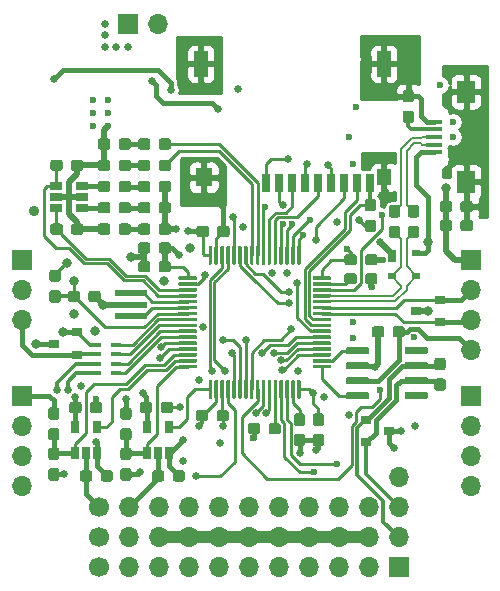
<source format=gtl>
G04 #@! TF.GenerationSoftware,KiCad,Pcbnew,(5.1.2)-1*
G04 #@! TF.CreationDate,2019-05-17T16:38:47+12:00*
G04 #@! TF.ProjectId,SimpleFCv2,53696d70-6c65-4464-9376-322e6b696361,rev?*
G04 #@! TF.SameCoordinates,Original*
G04 #@! TF.FileFunction,Copper,L1,Top*
G04 #@! TF.FilePolarity,Positive*
%FSLAX46Y46*%
G04 Gerber Fmt 4.6, Leading zero omitted, Abs format (unit mm)*
G04 Created by KiCad (PCBNEW (5.1.2)-1) date 2019-05-17 16:38:47*
%MOMM*%
%LPD*%
G04 APERTURE LIST*
%ADD10C,0.100000*%
%ADD11C,0.300000*%
%ADD12C,0.950000*%
%ADD13R,0.900000X0.800000*%
%ADD14R,0.700000X1.000000*%
%ADD15R,0.700000X0.600000*%
%ADD16R,1.700000X1.700000*%
%ADD17O,1.700000X1.700000*%
%ADD18R,0.700000X1.600000*%
%ADD19R,1.200000X1.400000*%
%ADD20R,1.200000X2.200000*%
%ADD21R,1.400000X1.600000*%
%ADD22C,1.700000*%
%ADD23R,1.400000X0.400000*%
%ADD24R,1.500000X1.900000*%
%ADD25R,0.900000X0.400000*%
%ADD26R,0.650000X1.060000*%
%ADD27C,0.600000*%
%ADD28R,2.700000X0.500000*%
%ADD29R,1.060000X0.650000*%
%ADD30C,0.650000*%
%ADD31C,0.800000*%
%ADD32C,0.900000*%
%ADD33C,0.500000*%
%ADD34C,0.250000*%
%ADD35C,0.400000*%
%ADD36C,0.300000*%
%ADD37C,0.200000*%
%ADD38C,1.000000*%
G04 APERTURE END LIST*
D10*
G36*
X142732351Y-96400361D02*
G01*
X142739632Y-96401441D01*
X142746771Y-96403229D01*
X142753701Y-96405709D01*
X142760355Y-96408856D01*
X142766668Y-96412640D01*
X142772579Y-96417024D01*
X142778033Y-96421967D01*
X142782976Y-96427421D01*
X142787360Y-96433332D01*
X142791144Y-96439645D01*
X142794291Y-96446299D01*
X142796771Y-96453229D01*
X142798559Y-96460368D01*
X142799639Y-96467649D01*
X142800000Y-96475000D01*
X142800000Y-96625000D01*
X142799639Y-96632351D01*
X142798559Y-96639632D01*
X142796771Y-96646771D01*
X142794291Y-96653701D01*
X142791144Y-96660355D01*
X142787360Y-96666668D01*
X142782976Y-96672579D01*
X142778033Y-96678033D01*
X142772579Y-96682976D01*
X142766668Y-96687360D01*
X142760355Y-96691144D01*
X142753701Y-96694291D01*
X142746771Y-96696771D01*
X142739632Y-96698559D01*
X142732351Y-96699639D01*
X142725000Y-96700000D01*
X141325000Y-96700000D01*
X141317649Y-96699639D01*
X141310368Y-96698559D01*
X141303229Y-96696771D01*
X141296299Y-96694291D01*
X141289645Y-96691144D01*
X141283332Y-96687360D01*
X141277421Y-96682976D01*
X141271967Y-96678033D01*
X141267024Y-96672579D01*
X141262640Y-96666668D01*
X141258856Y-96660355D01*
X141255709Y-96653701D01*
X141253229Y-96646771D01*
X141251441Y-96639632D01*
X141250361Y-96632351D01*
X141250000Y-96625000D01*
X141250000Y-96475000D01*
X141250361Y-96467649D01*
X141251441Y-96460368D01*
X141253229Y-96453229D01*
X141255709Y-96446299D01*
X141258856Y-96439645D01*
X141262640Y-96433332D01*
X141267024Y-96427421D01*
X141271967Y-96421967D01*
X141277421Y-96417024D01*
X141283332Y-96412640D01*
X141289645Y-96408856D01*
X141296299Y-96405709D01*
X141303229Y-96403229D01*
X141310368Y-96401441D01*
X141317649Y-96400361D01*
X141325000Y-96400000D01*
X142725000Y-96400000D01*
X142732351Y-96400361D01*
X142732351Y-96400361D01*
G37*
D11*
X142025000Y-96550000D03*
D10*
G36*
X142732351Y-96900361D02*
G01*
X142739632Y-96901441D01*
X142746771Y-96903229D01*
X142753701Y-96905709D01*
X142760355Y-96908856D01*
X142766668Y-96912640D01*
X142772579Y-96917024D01*
X142778033Y-96921967D01*
X142782976Y-96927421D01*
X142787360Y-96933332D01*
X142791144Y-96939645D01*
X142794291Y-96946299D01*
X142796771Y-96953229D01*
X142798559Y-96960368D01*
X142799639Y-96967649D01*
X142800000Y-96975000D01*
X142800000Y-97125000D01*
X142799639Y-97132351D01*
X142798559Y-97139632D01*
X142796771Y-97146771D01*
X142794291Y-97153701D01*
X142791144Y-97160355D01*
X142787360Y-97166668D01*
X142782976Y-97172579D01*
X142778033Y-97178033D01*
X142772579Y-97182976D01*
X142766668Y-97187360D01*
X142760355Y-97191144D01*
X142753701Y-97194291D01*
X142746771Y-97196771D01*
X142739632Y-97198559D01*
X142732351Y-97199639D01*
X142725000Y-97200000D01*
X141325000Y-97200000D01*
X141317649Y-97199639D01*
X141310368Y-97198559D01*
X141303229Y-97196771D01*
X141296299Y-97194291D01*
X141289645Y-97191144D01*
X141283332Y-97187360D01*
X141277421Y-97182976D01*
X141271967Y-97178033D01*
X141267024Y-97172579D01*
X141262640Y-97166668D01*
X141258856Y-97160355D01*
X141255709Y-97153701D01*
X141253229Y-97146771D01*
X141251441Y-97139632D01*
X141250361Y-97132351D01*
X141250000Y-97125000D01*
X141250000Y-96975000D01*
X141250361Y-96967649D01*
X141251441Y-96960368D01*
X141253229Y-96953229D01*
X141255709Y-96946299D01*
X141258856Y-96939645D01*
X141262640Y-96933332D01*
X141267024Y-96927421D01*
X141271967Y-96921967D01*
X141277421Y-96917024D01*
X141283332Y-96912640D01*
X141289645Y-96908856D01*
X141296299Y-96905709D01*
X141303229Y-96903229D01*
X141310368Y-96901441D01*
X141317649Y-96900361D01*
X141325000Y-96900000D01*
X142725000Y-96900000D01*
X142732351Y-96900361D01*
X142732351Y-96900361D01*
G37*
D11*
X142025000Y-97050000D03*
D10*
G36*
X142732351Y-97400361D02*
G01*
X142739632Y-97401441D01*
X142746771Y-97403229D01*
X142753701Y-97405709D01*
X142760355Y-97408856D01*
X142766668Y-97412640D01*
X142772579Y-97417024D01*
X142778033Y-97421967D01*
X142782976Y-97427421D01*
X142787360Y-97433332D01*
X142791144Y-97439645D01*
X142794291Y-97446299D01*
X142796771Y-97453229D01*
X142798559Y-97460368D01*
X142799639Y-97467649D01*
X142800000Y-97475000D01*
X142800000Y-97625000D01*
X142799639Y-97632351D01*
X142798559Y-97639632D01*
X142796771Y-97646771D01*
X142794291Y-97653701D01*
X142791144Y-97660355D01*
X142787360Y-97666668D01*
X142782976Y-97672579D01*
X142778033Y-97678033D01*
X142772579Y-97682976D01*
X142766668Y-97687360D01*
X142760355Y-97691144D01*
X142753701Y-97694291D01*
X142746771Y-97696771D01*
X142739632Y-97698559D01*
X142732351Y-97699639D01*
X142725000Y-97700000D01*
X141325000Y-97700000D01*
X141317649Y-97699639D01*
X141310368Y-97698559D01*
X141303229Y-97696771D01*
X141296299Y-97694291D01*
X141289645Y-97691144D01*
X141283332Y-97687360D01*
X141277421Y-97682976D01*
X141271967Y-97678033D01*
X141267024Y-97672579D01*
X141262640Y-97666668D01*
X141258856Y-97660355D01*
X141255709Y-97653701D01*
X141253229Y-97646771D01*
X141251441Y-97639632D01*
X141250361Y-97632351D01*
X141250000Y-97625000D01*
X141250000Y-97475000D01*
X141250361Y-97467649D01*
X141251441Y-97460368D01*
X141253229Y-97453229D01*
X141255709Y-97446299D01*
X141258856Y-97439645D01*
X141262640Y-97433332D01*
X141267024Y-97427421D01*
X141271967Y-97421967D01*
X141277421Y-97417024D01*
X141283332Y-97412640D01*
X141289645Y-97408856D01*
X141296299Y-97405709D01*
X141303229Y-97403229D01*
X141310368Y-97401441D01*
X141317649Y-97400361D01*
X141325000Y-97400000D01*
X142725000Y-97400000D01*
X142732351Y-97400361D01*
X142732351Y-97400361D01*
G37*
D11*
X142025000Y-97550000D03*
D10*
G36*
X142732351Y-97900361D02*
G01*
X142739632Y-97901441D01*
X142746771Y-97903229D01*
X142753701Y-97905709D01*
X142760355Y-97908856D01*
X142766668Y-97912640D01*
X142772579Y-97917024D01*
X142778033Y-97921967D01*
X142782976Y-97927421D01*
X142787360Y-97933332D01*
X142791144Y-97939645D01*
X142794291Y-97946299D01*
X142796771Y-97953229D01*
X142798559Y-97960368D01*
X142799639Y-97967649D01*
X142800000Y-97975000D01*
X142800000Y-98125000D01*
X142799639Y-98132351D01*
X142798559Y-98139632D01*
X142796771Y-98146771D01*
X142794291Y-98153701D01*
X142791144Y-98160355D01*
X142787360Y-98166668D01*
X142782976Y-98172579D01*
X142778033Y-98178033D01*
X142772579Y-98182976D01*
X142766668Y-98187360D01*
X142760355Y-98191144D01*
X142753701Y-98194291D01*
X142746771Y-98196771D01*
X142739632Y-98198559D01*
X142732351Y-98199639D01*
X142725000Y-98200000D01*
X141325000Y-98200000D01*
X141317649Y-98199639D01*
X141310368Y-98198559D01*
X141303229Y-98196771D01*
X141296299Y-98194291D01*
X141289645Y-98191144D01*
X141283332Y-98187360D01*
X141277421Y-98182976D01*
X141271967Y-98178033D01*
X141267024Y-98172579D01*
X141262640Y-98166668D01*
X141258856Y-98160355D01*
X141255709Y-98153701D01*
X141253229Y-98146771D01*
X141251441Y-98139632D01*
X141250361Y-98132351D01*
X141250000Y-98125000D01*
X141250000Y-97975000D01*
X141250361Y-97967649D01*
X141251441Y-97960368D01*
X141253229Y-97953229D01*
X141255709Y-97946299D01*
X141258856Y-97939645D01*
X141262640Y-97933332D01*
X141267024Y-97927421D01*
X141271967Y-97921967D01*
X141277421Y-97917024D01*
X141283332Y-97912640D01*
X141289645Y-97908856D01*
X141296299Y-97905709D01*
X141303229Y-97903229D01*
X141310368Y-97901441D01*
X141317649Y-97900361D01*
X141325000Y-97900000D01*
X142725000Y-97900000D01*
X142732351Y-97900361D01*
X142732351Y-97900361D01*
G37*
D11*
X142025000Y-98050000D03*
D10*
G36*
X142732351Y-98400361D02*
G01*
X142739632Y-98401441D01*
X142746771Y-98403229D01*
X142753701Y-98405709D01*
X142760355Y-98408856D01*
X142766668Y-98412640D01*
X142772579Y-98417024D01*
X142778033Y-98421967D01*
X142782976Y-98427421D01*
X142787360Y-98433332D01*
X142791144Y-98439645D01*
X142794291Y-98446299D01*
X142796771Y-98453229D01*
X142798559Y-98460368D01*
X142799639Y-98467649D01*
X142800000Y-98475000D01*
X142800000Y-98625000D01*
X142799639Y-98632351D01*
X142798559Y-98639632D01*
X142796771Y-98646771D01*
X142794291Y-98653701D01*
X142791144Y-98660355D01*
X142787360Y-98666668D01*
X142782976Y-98672579D01*
X142778033Y-98678033D01*
X142772579Y-98682976D01*
X142766668Y-98687360D01*
X142760355Y-98691144D01*
X142753701Y-98694291D01*
X142746771Y-98696771D01*
X142739632Y-98698559D01*
X142732351Y-98699639D01*
X142725000Y-98700000D01*
X141325000Y-98700000D01*
X141317649Y-98699639D01*
X141310368Y-98698559D01*
X141303229Y-98696771D01*
X141296299Y-98694291D01*
X141289645Y-98691144D01*
X141283332Y-98687360D01*
X141277421Y-98682976D01*
X141271967Y-98678033D01*
X141267024Y-98672579D01*
X141262640Y-98666668D01*
X141258856Y-98660355D01*
X141255709Y-98653701D01*
X141253229Y-98646771D01*
X141251441Y-98639632D01*
X141250361Y-98632351D01*
X141250000Y-98625000D01*
X141250000Y-98475000D01*
X141250361Y-98467649D01*
X141251441Y-98460368D01*
X141253229Y-98453229D01*
X141255709Y-98446299D01*
X141258856Y-98439645D01*
X141262640Y-98433332D01*
X141267024Y-98427421D01*
X141271967Y-98421967D01*
X141277421Y-98417024D01*
X141283332Y-98412640D01*
X141289645Y-98408856D01*
X141296299Y-98405709D01*
X141303229Y-98403229D01*
X141310368Y-98401441D01*
X141317649Y-98400361D01*
X141325000Y-98400000D01*
X142725000Y-98400000D01*
X142732351Y-98400361D01*
X142732351Y-98400361D01*
G37*
D11*
X142025000Y-98550000D03*
D10*
G36*
X142732351Y-98900361D02*
G01*
X142739632Y-98901441D01*
X142746771Y-98903229D01*
X142753701Y-98905709D01*
X142760355Y-98908856D01*
X142766668Y-98912640D01*
X142772579Y-98917024D01*
X142778033Y-98921967D01*
X142782976Y-98927421D01*
X142787360Y-98933332D01*
X142791144Y-98939645D01*
X142794291Y-98946299D01*
X142796771Y-98953229D01*
X142798559Y-98960368D01*
X142799639Y-98967649D01*
X142800000Y-98975000D01*
X142800000Y-99125000D01*
X142799639Y-99132351D01*
X142798559Y-99139632D01*
X142796771Y-99146771D01*
X142794291Y-99153701D01*
X142791144Y-99160355D01*
X142787360Y-99166668D01*
X142782976Y-99172579D01*
X142778033Y-99178033D01*
X142772579Y-99182976D01*
X142766668Y-99187360D01*
X142760355Y-99191144D01*
X142753701Y-99194291D01*
X142746771Y-99196771D01*
X142739632Y-99198559D01*
X142732351Y-99199639D01*
X142725000Y-99200000D01*
X141325000Y-99200000D01*
X141317649Y-99199639D01*
X141310368Y-99198559D01*
X141303229Y-99196771D01*
X141296299Y-99194291D01*
X141289645Y-99191144D01*
X141283332Y-99187360D01*
X141277421Y-99182976D01*
X141271967Y-99178033D01*
X141267024Y-99172579D01*
X141262640Y-99166668D01*
X141258856Y-99160355D01*
X141255709Y-99153701D01*
X141253229Y-99146771D01*
X141251441Y-99139632D01*
X141250361Y-99132351D01*
X141250000Y-99125000D01*
X141250000Y-98975000D01*
X141250361Y-98967649D01*
X141251441Y-98960368D01*
X141253229Y-98953229D01*
X141255709Y-98946299D01*
X141258856Y-98939645D01*
X141262640Y-98933332D01*
X141267024Y-98927421D01*
X141271967Y-98921967D01*
X141277421Y-98917024D01*
X141283332Y-98912640D01*
X141289645Y-98908856D01*
X141296299Y-98905709D01*
X141303229Y-98903229D01*
X141310368Y-98901441D01*
X141317649Y-98900361D01*
X141325000Y-98900000D01*
X142725000Y-98900000D01*
X142732351Y-98900361D01*
X142732351Y-98900361D01*
G37*
D11*
X142025000Y-99050000D03*
D10*
G36*
X142732351Y-99400361D02*
G01*
X142739632Y-99401441D01*
X142746771Y-99403229D01*
X142753701Y-99405709D01*
X142760355Y-99408856D01*
X142766668Y-99412640D01*
X142772579Y-99417024D01*
X142778033Y-99421967D01*
X142782976Y-99427421D01*
X142787360Y-99433332D01*
X142791144Y-99439645D01*
X142794291Y-99446299D01*
X142796771Y-99453229D01*
X142798559Y-99460368D01*
X142799639Y-99467649D01*
X142800000Y-99475000D01*
X142800000Y-99625000D01*
X142799639Y-99632351D01*
X142798559Y-99639632D01*
X142796771Y-99646771D01*
X142794291Y-99653701D01*
X142791144Y-99660355D01*
X142787360Y-99666668D01*
X142782976Y-99672579D01*
X142778033Y-99678033D01*
X142772579Y-99682976D01*
X142766668Y-99687360D01*
X142760355Y-99691144D01*
X142753701Y-99694291D01*
X142746771Y-99696771D01*
X142739632Y-99698559D01*
X142732351Y-99699639D01*
X142725000Y-99700000D01*
X141325000Y-99700000D01*
X141317649Y-99699639D01*
X141310368Y-99698559D01*
X141303229Y-99696771D01*
X141296299Y-99694291D01*
X141289645Y-99691144D01*
X141283332Y-99687360D01*
X141277421Y-99682976D01*
X141271967Y-99678033D01*
X141267024Y-99672579D01*
X141262640Y-99666668D01*
X141258856Y-99660355D01*
X141255709Y-99653701D01*
X141253229Y-99646771D01*
X141251441Y-99639632D01*
X141250361Y-99632351D01*
X141250000Y-99625000D01*
X141250000Y-99475000D01*
X141250361Y-99467649D01*
X141251441Y-99460368D01*
X141253229Y-99453229D01*
X141255709Y-99446299D01*
X141258856Y-99439645D01*
X141262640Y-99433332D01*
X141267024Y-99427421D01*
X141271967Y-99421967D01*
X141277421Y-99417024D01*
X141283332Y-99412640D01*
X141289645Y-99408856D01*
X141296299Y-99405709D01*
X141303229Y-99403229D01*
X141310368Y-99401441D01*
X141317649Y-99400361D01*
X141325000Y-99400000D01*
X142725000Y-99400000D01*
X142732351Y-99400361D01*
X142732351Y-99400361D01*
G37*
D11*
X142025000Y-99550000D03*
D10*
G36*
X142732351Y-99900361D02*
G01*
X142739632Y-99901441D01*
X142746771Y-99903229D01*
X142753701Y-99905709D01*
X142760355Y-99908856D01*
X142766668Y-99912640D01*
X142772579Y-99917024D01*
X142778033Y-99921967D01*
X142782976Y-99927421D01*
X142787360Y-99933332D01*
X142791144Y-99939645D01*
X142794291Y-99946299D01*
X142796771Y-99953229D01*
X142798559Y-99960368D01*
X142799639Y-99967649D01*
X142800000Y-99975000D01*
X142800000Y-100125000D01*
X142799639Y-100132351D01*
X142798559Y-100139632D01*
X142796771Y-100146771D01*
X142794291Y-100153701D01*
X142791144Y-100160355D01*
X142787360Y-100166668D01*
X142782976Y-100172579D01*
X142778033Y-100178033D01*
X142772579Y-100182976D01*
X142766668Y-100187360D01*
X142760355Y-100191144D01*
X142753701Y-100194291D01*
X142746771Y-100196771D01*
X142739632Y-100198559D01*
X142732351Y-100199639D01*
X142725000Y-100200000D01*
X141325000Y-100200000D01*
X141317649Y-100199639D01*
X141310368Y-100198559D01*
X141303229Y-100196771D01*
X141296299Y-100194291D01*
X141289645Y-100191144D01*
X141283332Y-100187360D01*
X141277421Y-100182976D01*
X141271967Y-100178033D01*
X141267024Y-100172579D01*
X141262640Y-100166668D01*
X141258856Y-100160355D01*
X141255709Y-100153701D01*
X141253229Y-100146771D01*
X141251441Y-100139632D01*
X141250361Y-100132351D01*
X141250000Y-100125000D01*
X141250000Y-99975000D01*
X141250361Y-99967649D01*
X141251441Y-99960368D01*
X141253229Y-99953229D01*
X141255709Y-99946299D01*
X141258856Y-99939645D01*
X141262640Y-99933332D01*
X141267024Y-99927421D01*
X141271967Y-99921967D01*
X141277421Y-99917024D01*
X141283332Y-99912640D01*
X141289645Y-99908856D01*
X141296299Y-99905709D01*
X141303229Y-99903229D01*
X141310368Y-99901441D01*
X141317649Y-99900361D01*
X141325000Y-99900000D01*
X142725000Y-99900000D01*
X142732351Y-99900361D01*
X142732351Y-99900361D01*
G37*
D11*
X142025000Y-100050000D03*
D10*
G36*
X142732351Y-100400361D02*
G01*
X142739632Y-100401441D01*
X142746771Y-100403229D01*
X142753701Y-100405709D01*
X142760355Y-100408856D01*
X142766668Y-100412640D01*
X142772579Y-100417024D01*
X142778033Y-100421967D01*
X142782976Y-100427421D01*
X142787360Y-100433332D01*
X142791144Y-100439645D01*
X142794291Y-100446299D01*
X142796771Y-100453229D01*
X142798559Y-100460368D01*
X142799639Y-100467649D01*
X142800000Y-100475000D01*
X142800000Y-100625000D01*
X142799639Y-100632351D01*
X142798559Y-100639632D01*
X142796771Y-100646771D01*
X142794291Y-100653701D01*
X142791144Y-100660355D01*
X142787360Y-100666668D01*
X142782976Y-100672579D01*
X142778033Y-100678033D01*
X142772579Y-100682976D01*
X142766668Y-100687360D01*
X142760355Y-100691144D01*
X142753701Y-100694291D01*
X142746771Y-100696771D01*
X142739632Y-100698559D01*
X142732351Y-100699639D01*
X142725000Y-100700000D01*
X141325000Y-100700000D01*
X141317649Y-100699639D01*
X141310368Y-100698559D01*
X141303229Y-100696771D01*
X141296299Y-100694291D01*
X141289645Y-100691144D01*
X141283332Y-100687360D01*
X141277421Y-100682976D01*
X141271967Y-100678033D01*
X141267024Y-100672579D01*
X141262640Y-100666668D01*
X141258856Y-100660355D01*
X141255709Y-100653701D01*
X141253229Y-100646771D01*
X141251441Y-100639632D01*
X141250361Y-100632351D01*
X141250000Y-100625000D01*
X141250000Y-100475000D01*
X141250361Y-100467649D01*
X141251441Y-100460368D01*
X141253229Y-100453229D01*
X141255709Y-100446299D01*
X141258856Y-100439645D01*
X141262640Y-100433332D01*
X141267024Y-100427421D01*
X141271967Y-100421967D01*
X141277421Y-100417024D01*
X141283332Y-100412640D01*
X141289645Y-100408856D01*
X141296299Y-100405709D01*
X141303229Y-100403229D01*
X141310368Y-100401441D01*
X141317649Y-100400361D01*
X141325000Y-100400000D01*
X142725000Y-100400000D01*
X142732351Y-100400361D01*
X142732351Y-100400361D01*
G37*
D11*
X142025000Y-100550000D03*
D10*
G36*
X142732351Y-100900361D02*
G01*
X142739632Y-100901441D01*
X142746771Y-100903229D01*
X142753701Y-100905709D01*
X142760355Y-100908856D01*
X142766668Y-100912640D01*
X142772579Y-100917024D01*
X142778033Y-100921967D01*
X142782976Y-100927421D01*
X142787360Y-100933332D01*
X142791144Y-100939645D01*
X142794291Y-100946299D01*
X142796771Y-100953229D01*
X142798559Y-100960368D01*
X142799639Y-100967649D01*
X142800000Y-100975000D01*
X142800000Y-101125000D01*
X142799639Y-101132351D01*
X142798559Y-101139632D01*
X142796771Y-101146771D01*
X142794291Y-101153701D01*
X142791144Y-101160355D01*
X142787360Y-101166668D01*
X142782976Y-101172579D01*
X142778033Y-101178033D01*
X142772579Y-101182976D01*
X142766668Y-101187360D01*
X142760355Y-101191144D01*
X142753701Y-101194291D01*
X142746771Y-101196771D01*
X142739632Y-101198559D01*
X142732351Y-101199639D01*
X142725000Y-101200000D01*
X141325000Y-101200000D01*
X141317649Y-101199639D01*
X141310368Y-101198559D01*
X141303229Y-101196771D01*
X141296299Y-101194291D01*
X141289645Y-101191144D01*
X141283332Y-101187360D01*
X141277421Y-101182976D01*
X141271967Y-101178033D01*
X141267024Y-101172579D01*
X141262640Y-101166668D01*
X141258856Y-101160355D01*
X141255709Y-101153701D01*
X141253229Y-101146771D01*
X141251441Y-101139632D01*
X141250361Y-101132351D01*
X141250000Y-101125000D01*
X141250000Y-100975000D01*
X141250361Y-100967649D01*
X141251441Y-100960368D01*
X141253229Y-100953229D01*
X141255709Y-100946299D01*
X141258856Y-100939645D01*
X141262640Y-100933332D01*
X141267024Y-100927421D01*
X141271967Y-100921967D01*
X141277421Y-100917024D01*
X141283332Y-100912640D01*
X141289645Y-100908856D01*
X141296299Y-100905709D01*
X141303229Y-100903229D01*
X141310368Y-100901441D01*
X141317649Y-100900361D01*
X141325000Y-100900000D01*
X142725000Y-100900000D01*
X142732351Y-100900361D01*
X142732351Y-100900361D01*
G37*
D11*
X142025000Y-101050000D03*
D10*
G36*
X142732351Y-101400361D02*
G01*
X142739632Y-101401441D01*
X142746771Y-101403229D01*
X142753701Y-101405709D01*
X142760355Y-101408856D01*
X142766668Y-101412640D01*
X142772579Y-101417024D01*
X142778033Y-101421967D01*
X142782976Y-101427421D01*
X142787360Y-101433332D01*
X142791144Y-101439645D01*
X142794291Y-101446299D01*
X142796771Y-101453229D01*
X142798559Y-101460368D01*
X142799639Y-101467649D01*
X142800000Y-101475000D01*
X142800000Y-101625000D01*
X142799639Y-101632351D01*
X142798559Y-101639632D01*
X142796771Y-101646771D01*
X142794291Y-101653701D01*
X142791144Y-101660355D01*
X142787360Y-101666668D01*
X142782976Y-101672579D01*
X142778033Y-101678033D01*
X142772579Y-101682976D01*
X142766668Y-101687360D01*
X142760355Y-101691144D01*
X142753701Y-101694291D01*
X142746771Y-101696771D01*
X142739632Y-101698559D01*
X142732351Y-101699639D01*
X142725000Y-101700000D01*
X141325000Y-101700000D01*
X141317649Y-101699639D01*
X141310368Y-101698559D01*
X141303229Y-101696771D01*
X141296299Y-101694291D01*
X141289645Y-101691144D01*
X141283332Y-101687360D01*
X141277421Y-101682976D01*
X141271967Y-101678033D01*
X141267024Y-101672579D01*
X141262640Y-101666668D01*
X141258856Y-101660355D01*
X141255709Y-101653701D01*
X141253229Y-101646771D01*
X141251441Y-101639632D01*
X141250361Y-101632351D01*
X141250000Y-101625000D01*
X141250000Y-101475000D01*
X141250361Y-101467649D01*
X141251441Y-101460368D01*
X141253229Y-101453229D01*
X141255709Y-101446299D01*
X141258856Y-101439645D01*
X141262640Y-101433332D01*
X141267024Y-101427421D01*
X141271967Y-101421967D01*
X141277421Y-101417024D01*
X141283332Y-101412640D01*
X141289645Y-101408856D01*
X141296299Y-101405709D01*
X141303229Y-101403229D01*
X141310368Y-101401441D01*
X141317649Y-101400361D01*
X141325000Y-101400000D01*
X142725000Y-101400000D01*
X142732351Y-101400361D01*
X142732351Y-101400361D01*
G37*
D11*
X142025000Y-101550000D03*
D10*
G36*
X142732351Y-101900361D02*
G01*
X142739632Y-101901441D01*
X142746771Y-101903229D01*
X142753701Y-101905709D01*
X142760355Y-101908856D01*
X142766668Y-101912640D01*
X142772579Y-101917024D01*
X142778033Y-101921967D01*
X142782976Y-101927421D01*
X142787360Y-101933332D01*
X142791144Y-101939645D01*
X142794291Y-101946299D01*
X142796771Y-101953229D01*
X142798559Y-101960368D01*
X142799639Y-101967649D01*
X142800000Y-101975000D01*
X142800000Y-102125000D01*
X142799639Y-102132351D01*
X142798559Y-102139632D01*
X142796771Y-102146771D01*
X142794291Y-102153701D01*
X142791144Y-102160355D01*
X142787360Y-102166668D01*
X142782976Y-102172579D01*
X142778033Y-102178033D01*
X142772579Y-102182976D01*
X142766668Y-102187360D01*
X142760355Y-102191144D01*
X142753701Y-102194291D01*
X142746771Y-102196771D01*
X142739632Y-102198559D01*
X142732351Y-102199639D01*
X142725000Y-102200000D01*
X141325000Y-102200000D01*
X141317649Y-102199639D01*
X141310368Y-102198559D01*
X141303229Y-102196771D01*
X141296299Y-102194291D01*
X141289645Y-102191144D01*
X141283332Y-102187360D01*
X141277421Y-102182976D01*
X141271967Y-102178033D01*
X141267024Y-102172579D01*
X141262640Y-102166668D01*
X141258856Y-102160355D01*
X141255709Y-102153701D01*
X141253229Y-102146771D01*
X141251441Y-102139632D01*
X141250361Y-102132351D01*
X141250000Y-102125000D01*
X141250000Y-101975000D01*
X141250361Y-101967649D01*
X141251441Y-101960368D01*
X141253229Y-101953229D01*
X141255709Y-101946299D01*
X141258856Y-101939645D01*
X141262640Y-101933332D01*
X141267024Y-101927421D01*
X141271967Y-101921967D01*
X141277421Y-101917024D01*
X141283332Y-101912640D01*
X141289645Y-101908856D01*
X141296299Y-101905709D01*
X141303229Y-101903229D01*
X141310368Y-101901441D01*
X141317649Y-101900361D01*
X141325000Y-101900000D01*
X142725000Y-101900000D01*
X142732351Y-101900361D01*
X142732351Y-101900361D01*
G37*
D11*
X142025000Y-102050000D03*
D10*
G36*
X142732351Y-102400361D02*
G01*
X142739632Y-102401441D01*
X142746771Y-102403229D01*
X142753701Y-102405709D01*
X142760355Y-102408856D01*
X142766668Y-102412640D01*
X142772579Y-102417024D01*
X142778033Y-102421967D01*
X142782976Y-102427421D01*
X142787360Y-102433332D01*
X142791144Y-102439645D01*
X142794291Y-102446299D01*
X142796771Y-102453229D01*
X142798559Y-102460368D01*
X142799639Y-102467649D01*
X142800000Y-102475000D01*
X142800000Y-102625000D01*
X142799639Y-102632351D01*
X142798559Y-102639632D01*
X142796771Y-102646771D01*
X142794291Y-102653701D01*
X142791144Y-102660355D01*
X142787360Y-102666668D01*
X142782976Y-102672579D01*
X142778033Y-102678033D01*
X142772579Y-102682976D01*
X142766668Y-102687360D01*
X142760355Y-102691144D01*
X142753701Y-102694291D01*
X142746771Y-102696771D01*
X142739632Y-102698559D01*
X142732351Y-102699639D01*
X142725000Y-102700000D01*
X141325000Y-102700000D01*
X141317649Y-102699639D01*
X141310368Y-102698559D01*
X141303229Y-102696771D01*
X141296299Y-102694291D01*
X141289645Y-102691144D01*
X141283332Y-102687360D01*
X141277421Y-102682976D01*
X141271967Y-102678033D01*
X141267024Y-102672579D01*
X141262640Y-102666668D01*
X141258856Y-102660355D01*
X141255709Y-102653701D01*
X141253229Y-102646771D01*
X141251441Y-102639632D01*
X141250361Y-102632351D01*
X141250000Y-102625000D01*
X141250000Y-102475000D01*
X141250361Y-102467649D01*
X141251441Y-102460368D01*
X141253229Y-102453229D01*
X141255709Y-102446299D01*
X141258856Y-102439645D01*
X141262640Y-102433332D01*
X141267024Y-102427421D01*
X141271967Y-102421967D01*
X141277421Y-102417024D01*
X141283332Y-102412640D01*
X141289645Y-102408856D01*
X141296299Y-102405709D01*
X141303229Y-102403229D01*
X141310368Y-102401441D01*
X141317649Y-102400361D01*
X141325000Y-102400000D01*
X142725000Y-102400000D01*
X142732351Y-102400361D01*
X142732351Y-102400361D01*
G37*
D11*
X142025000Y-102550000D03*
D10*
G36*
X142732351Y-102900361D02*
G01*
X142739632Y-102901441D01*
X142746771Y-102903229D01*
X142753701Y-102905709D01*
X142760355Y-102908856D01*
X142766668Y-102912640D01*
X142772579Y-102917024D01*
X142778033Y-102921967D01*
X142782976Y-102927421D01*
X142787360Y-102933332D01*
X142791144Y-102939645D01*
X142794291Y-102946299D01*
X142796771Y-102953229D01*
X142798559Y-102960368D01*
X142799639Y-102967649D01*
X142800000Y-102975000D01*
X142800000Y-103125000D01*
X142799639Y-103132351D01*
X142798559Y-103139632D01*
X142796771Y-103146771D01*
X142794291Y-103153701D01*
X142791144Y-103160355D01*
X142787360Y-103166668D01*
X142782976Y-103172579D01*
X142778033Y-103178033D01*
X142772579Y-103182976D01*
X142766668Y-103187360D01*
X142760355Y-103191144D01*
X142753701Y-103194291D01*
X142746771Y-103196771D01*
X142739632Y-103198559D01*
X142732351Y-103199639D01*
X142725000Y-103200000D01*
X141325000Y-103200000D01*
X141317649Y-103199639D01*
X141310368Y-103198559D01*
X141303229Y-103196771D01*
X141296299Y-103194291D01*
X141289645Y-103191144D01*
X141283332Y-103187360D01*
X141277421Y-103182976D01*
X141271967Y-103178033D01*
X141267024Y-103172579D01*
X141262640Y-103166668D01*
X141258856Y-103160355D01*
X141255709Y-103153701D01*
X141253229Y-103146771D01*
X141251441Y-103139632D01*
X141250361Y-103132351D01*
X141250000Y-103125000D01*
X141250000Y-102975000D01*
X141250361Y-102967649D01*
X141251441Y-102960368D01*
X141253229Y-102953229D01*
X141255709Y-102946299D01*
X141258856Y-102939645D01*
X141262640Y-102933332D01*
X141267024Y-102927421D01*
X141271967Y-102921967D01*
X141277421Y-102917024D01*
X141283332Y-102912640D01*
X141289645Y-102908856D01*
X141296299Y-102905709D01*
X141303229Y-102903229D01*
X141310368Y-102901441D01*
X141317649Y-102900361D01*
X141325000Y-102900000D01*
X142725000Y-102900000D01*
X142732351Y-102900361D01*
X142732351Y-102900361D01*
G37*
D11*
X142025000Y-103050000D03*
D10*
G36*
X142732351Y-103400361D02*
G01*
X142739632Y-103401441D01*
X142746771Y-103403229D01*
X142753701Y-103405709D01*
X142760355Y-103408856D01*
X142766668Y-103412640D01*
X142772579Y-103417024D01*
X142778033Y-103421967D01*
X142782976Y-103427421D01*
X142787360Y-103433332D01*
X142791144Y-103439645D01*
X142794291Y-103446299D01*
X142796771Y-103453229D01*
X142798559Y-103460368D01*
X142799639Y-103467649D01*
X142800000Y-103475000D01*
X142800000Y-103625000D01*
X142799639Y-103632351D01*
X142798559Y-103639632D01*
X142796771Y-103646771D01*
X142794291Y-103653701D01*
X142791144Y-103660355D01*
X142787360Y-103666668D01*
X142782976Y-103672579D01*
X142778033Y-103678033D01*
X142772579Y-103682976D01*
X142766668Y-103687360D01*
X142760355Y-103691144D01*
X142753701Y-103694291D01*
X142746771Y-103696771D01*
X142739632Y-103698559D01*
X142732351Y-103699639D01*
X142725000Y-103700000D01*
X141325000Y-103700000D01*
X141317649Y-103699639D01*
X141310368Y-103698559D01*
X141303229Y-103696771D01*
X141296299Y-103694291D01*
X141289645Y-103691144D01*
X141283332Y-103687360D01*
X141277421Y-103682976D01*
X141271967Y-103678033D01*
X141267024Y-103672579D01*
X141262640Y-103666668D01*
X141258856Y-103660355D01*
X141255709Y-103653701D01*
X141253229Y-103646771D01*
X141251441Y-103639632D01*
X141250361Y-103632351D01*
X141250000Y-103625000D01*
X141250000Y-103475000D01*
X141250361Y-103467649D01*
X141251441Y-103460368D01*
X141253229Y-103453229D01*
X141255709Y-103446299D01*
X141258856Y-103439645D01*
X141262640Y-103433332D01*
X141267024Y-103427421D01*
X141271967Y-103421967D01*
X141277421Y-103417024D01*
X141283332Y-103412640D01*
X141289645Y-103408856D01*
X141296299Y-103405709D01*
X141303229Y-103403229D01*
X141310368Y-103401441D01*
X141317649Y-103400361D01*
X141325000Y-103400000D01*
X142725000Y-103400000D01*
X142732351Y-103400361D01*
X142732351Y-103400361D01*
G37*
D11*
X142025000Y-103550000D03*
D10*
G36*
X142732351Y-103900361D02*
G01*
X142739632Y-103901441D01*
X142746771Y-103903229D01*
X142753701Y-103905709D01*
X142760355Y-103908856D01*
X142766668Y-103912640D01*
X142772579Y-103917024D01*
X142778033Y-103921967D01*
X142782976Y-103927421D01*
X142787360Y-103933332D01*
X142791144Y-103939645D01*
X142794291Y-103946299D01*
X142796771Y-103953229D01*
X142798559Y-103960368D01*
X142799639Y-103967649D01*
X142800000Y-103975000D01*
X142800000Y-104125000D01*
X142799639Y-104132351D01*
X142798559Y-104139632D01*
X142796771Y-104146771D01*
X142794291Y-104153701D01*
X142791144Y-104160355D01*
X142787360Y-104166668D01*
X142782976Y-104172579D01*
X142778033Y-104178033D01*
X142772579Y-104182976D01*
X142766668Y-104187360D01*
X142760355Y-104191144D01*
X142753701Y-104194291D01*
X142746771Y-104196771D01*
X142739632Y-104198559D01*
X142732351Y-104199639D01*
X142725000Y-104200000D01*
X141325000Y-104200000D01*
X141317649Y-104199639D01*
X141310368Y-104198559D01*
X141303229Y-104196771D01*
X141296299Y-104194291D01*
X141289645Y-104191144D01*
X141283332Y-104187360D01*
X141277421Y-104182976D01*
X141271967Y-104178033D01*
X141267024Y-104172579D01*
X141262640Y-104166668D01*
X141258856Y-104160355D01*
X141255709Y-104153701D01*
X141253229Y-104146771D01*
X141251441Y-104139632D01*
X141250361Y-104132351D01*
X141250000Y-104125000D01*
X141250000Y-103975000D01*
X141250361Y-103967649D01*
X141251441Y-103960368D01*
X141253229Y-103953229D01*
X141255709Y-103946299D01*
X141258856Y-103939645D01*
X141262640Y-103933332D01*
X141267024Y-103927421D01*
X141271967Y-103921967D01*
X141277421Y-103917024D01*
X141283332Y-103912640D01*
X141289645Y-103908856D01*
X141296299Y-103905709D01*
X141303229Y-103903229D01*
X141310368Y-103901441D01*
X141317649Y-103900361D01*
X141325000Y-103900000D01*
X142725000Y-103900000D01*
X142732351Y-103900361D01*
X142732351Y-103900361D01*
G37*
D11*
X142025000Y-104050000D03*
D10*
G36*
X144032351Y-105200361D02*
G01*
X144039632Y-105201441D01*
X144046771Y-105203229D01*
X144053701Y-105205709D01*
X144060355Y-105208856D01*
X144066668Y-105212640D01*
X144072579Y-105217024D01*
X144078033Y-105221967D01*
X144082976Y-105227421D01*
X144087360Y-105233332D01*
X144091144Y-105239645D01*
X144094291Y-105246299D01*
X144096771Y-105253229D01*
X144098559Y-105260368D01*
X144099639Y-105267649D01*
X144100000Y-105275000D01*
X144100000Y-106675000D01*
X144099639Y-106682351D01*
X144098559Y-106689632D01*
X144096771Y-106696771D01*
X144094291Y-106703701D01*
X144091144Y-106710355D01*
X144087360Y-106716668D01*
X144082976Y-106722579D01*
X144078033Y-106728033D01*
X144072579Y-106732976D01*
X144066668Y-106737360D01*
X144060355Y-106741144D01*
X144053701Y-106744291D01*
X144046771Y-106746771D01*
X144039632Y-106748559D01*
X144032351Y-106749639D01*
X144025000Y-106750000D01*
X143875000Y-106750000D01*
X143867649Y-106749639D01*
X143860368Y-106748559D01*
X143853229Y-106746771D01*
X143846299Y-106744291D01*
X143839645Y-106741144D01*
X143833332Y-106737360D01*
X143827421Y-106732976D01*
X143821967Y-106728033D01*
X143817024Y-106722579D01*
X143812640Y-106716668D01*
X143808856Y-106710355D01*
X143805709Y-106703701D01*
X143803229Y-106696771D01*
X143801441Y-106689632D01*
X143800361Y-106682351D01*
X143800000Y-106675000D01*
X143800000Y-105275000D01*
X143800361Y-105267649D01*
X143801441Y-105260368D01*
X143803229Y-105253229D01*
X143805709Y-105246299D01*
X143808856Y-105239645D01*
X143812640Y-105233332D01*
X143817024Y-105227421D01*
X143821967Y-105221967D01*
X143827421Y-105217024D01*
X143833332Y-105212640D01*
X143839645Y-105208856D01*
X143846299Y-105205709D01*
X143853229Y-105203229D01*
X143860368Y-105201441D01*
X143867649Y-105200361D01*
X143875000Y-105200000D01*
X144025000Y-105200000D01*
X144032351Y-105200361D01*
X144032351Y-105200361D01*
G37*
D11*
X143950000Y-105975000D03*
D10*
G36*
X144532351Y-105200361D02*
G01*
X144539632Y-105201441D01*
X144546771Y-105203229D01*
X144553701Y-105205709D01*
X144560355Y-105208856D01*
X144566668Y-105212640D01*
X144572579Y-105217024D01*
X144578033Y-105221967D01*
X144582976Y-105227421D01*
X144587360Y-105233332D01*
X144591144Y-105239645D01*
X144594291Y-105246299D01*
X144596771Y-105253229D01*
X144598559Y-105260368D01*
X144599639Y-105267649D01*
X144600000Y-105275000D01*
X144600000Y-106675000D01*
X144599639Y-106682351D01*
X144598559Y-106689632D01*
X144596771Y-106696771D01*
X144594291Y-106703701D01*
X144591144Y-106710355D01*
X144587360Y-106716668D01*
X144582976Y-106722579D01*
X144578033Y-106728033D01*
X144572579Y-106732976D01*
X144566668Y-106737360D01*
X144560355Y-106741144D01*
X144553701Y-106744291D01*
X144546771Y-106746771D01*
X144539632Y-106748559D01*
X144532351Y-106749639D01*
X144525000Y-106750000D01*
X144375000Y-106750000D01*
X144367649Y-106749639D01*
X144360368Y-106748559D01*
X144353229Y-106746771D01*
X144346299Y-106744291D01*
X144339645Y-106741144D01*
X144333332Y-106737360D01*
X144327421Y-106732976D01*
X144321967Y-106728033D01*
X144317024Y-106722579D01*
X144312640Y-106716668D01*
X144308856Y-106710355D01*
X144305709Y-106703701D01*
X144303229Y-106696771D01*
X144301441Y-106689632D01*
X144300361Y-106682351D01*
X144300000Y-106675000D01*
X144300000Y-105275000D01*
X144300361Y-105267649D01*
X144301441Y-105260368D01*
X144303229Y-105253229D01*
X144305709Y-105246299D01*
X144308856Y-105239645D01*
X144312640Y-105233332D01*
X144317024Y-105227421D01*
X144321967Y-105221967D01*
X144327421Y-105217024D01*
X144333332Y-105212640D01*
X144339645Y-105208856D01*
X144346299Y-105205709D01*
X144353229Y-105203229D01*
X144360368Y-105201441D01*
X144367649Y-105200361D01*
X144375000Y-105200000D01*
X144525000Y-105200000D01*
X144532351Y-105200361D01*
X144532351Y-105200361D01*
G37*
D11*
X144450000Y-105975000D03*
D10*
G36*
X145032351Y-105200361D02*
G01*
X145039632Y-105201441D01*
X145046771Y-105203229D01*
X145053701Y-105205709D01*
X145060355Y-105208856D01*
X145066668Y-105212640D01*
X145072579Y-105217024D01*
X145078033Y-105221967D01*
X145082976Y-105227421D01*
X145087360Y-105233332D01*
X145091144Y-105239645D01*
X145094291Y-105246299D01*
X145096771Y-105253229D01*
X145098559Y-105260368D01*
X145099639Y-105267649D01*
X145100000Y-105275000D01*
X145100000Y-106675000D01*
X145099639Y-106682351D01*
X145098559Y-106689632D01*
X145096771Y-106696771D01*
X145094291Y-106703701D01*
X145091144Y-106710355D01*
X145087360Y-106716668D01*
X145082976Y-106722579D01*
X145078033Y-106728033D01*
X145072579Y-106732976D01*
X145066668Y-106737360D01*
X145060355Y-106741144D01*
X145053701Y-106744291D01*
X145046771Y-106746771D01*
X145039632Y-106748559D01*
X145032351Y-106749639D01*
X145025000Y-106750000D01*
X144875000Y-106750000D01*
X144867649Y-106749639D01*
X144860368Y-106748559D01*
X144853229Y-106746771D01*
X144846299Y-106744291D01*
X144839645Y-106741144D01*
X144833332Y-106737360D01*
X144827421Y-106732976D01*
X144821967Y-106728033D01*
X144817024Y-106722579D01*
X144812640Y-106716668D01*
X144808856Y-106710355D01*
X144805709Y-106703701D01*
X144803229Y-106696771D01*
X144801441Y-106689632D01*
X144800361Y-106682351D01*
X144800000Y-106675000D01*
X144800000Y-105275000D01*
X144800361Y-105267649D01*
X144801441Y-105260368D01*
X144803229Y-105253229D01*
X144805709Y-105246299D01*
X144808856Y-105239645D01*
X144812640Y-105233332D01*
X144817024Y-105227421D01*
X144821967Y-105221967D01*
X144827421Y-105217024D01*
X144833332Y-105212640D01*
X144839645Y-105208856D01*
X144846299Y-105205709D01*
X144853229Y-105203229D01*
X144860368Y-105201441D01*
X144867649Y-105200361D01*
X144875000Y-105200000D01*
X145025000Y-105200000D01*
X145032351Y-105200361D01*
X145032351Y-105200361D01*
G37*
D11*
X144950000Y-105975000D03*
D10*
G36*
X145532351Y-105200361D02*
G01*
X145539632Y-105201441D01*
X145546771Y-105203229D01*
X145553701Y-105205709D01*
X145560355Y-105208856D01*
X145566668Y-105212640D01*
X145572579Y-105217024D01*
X145578033Y-105221967D01*
X145582976Y-105227421D01*
X145587360Y-105233332D01*
X145591144Y-105239645D01*
X145594291Y-105246299D01*
X145596771Y-105253229D01*
X145598559Y-105260368D01*
X145599639Y-105267649D01*
X145600000Y-105275000D01*
X145600000Y-106675000D01*
X145599639Y-106682351D01*
X145598559Y-106689632D01*
X145596771Y-106696771D01*
X145594291Y-106703701D01*
X145591144Y-106710355D01*
X145587360Y-106716668D01*
X145582976Y-106722579D01*
X145578033Y-106728033D01*
X145572579Y-106732976D01*
X145566668Y-106737360D01*
X145560355Y-106741144D01*
X145553701Y-106744291D01*
X145546771Y-106746771D01*
X145539632Y-106748559D01*
X145532351Y-106749639D01*
X145525000Y-106750000D01*
X145375000Y-106750000D01*
X145367649Y-106749639D01*
X145360368Y-106748559D01*
X145353229Y-106746771D01*
X145346299Y-106744291D01*
X145339645Y-106741144D01*
X145333332Y-106737360D01*
X145327421Y-106732976D01*
X145321967Y-106728033D01*
X145317024Y-106722579D01*
X145312640Y-106716668D01*
X145308856Y-106710355D01*
X145305709Y-106703701D01*
X145303229Y-106696771D01*
X145301441Y-106689632D01*
X145300361Y-106682351D01*
X145300000Y-106675000D01*
X145300000Y-105275000D01*
X145300361Y-105267649D01*
X145301441Y-105260368D01*
X145303229Y-105253229D01*
X145305709Y-105246299D01*
X145308856Y-105239645D01*
X145312640Y-105233332D01*
X145317024Y-105227421D01*
X145321967Y-105221967D01*
X145327421Y-105217024D01*
X145333332Y-105212640D01*
X145339645Y-105208856D01*
X145346299Y-105205709D01*
X145353229Y-105203229D01*
X145360368Y-105201441D01*
X145367649Y-105200361D01*
X145375000Y-105200000D01*
X145525000Y-105200000D01*
X145532351Y-105200361D01*
X145532351Y-105200361D01*
G37*
D11*
X145450000Y-105975000D03*
D10*
G36*
X146032351Y-105200361D02*
G01*
X146039632Y-105201441D01*
X146046771Y-105203229D01*
X146053701Y-105205709D01*
X146060355Y-105208856D01*
X146066668Y-105212640D01*
X146072579Y-105217024D01*
X146078033Y-105221967D01*
X146082976Y-105227421D01*
X146087360Y-105233332D01*
X146091144Y-105239645D01*
X146094291Y-105246299D01*
X146096771Y-105253229D01*
X146098559Y-105260368D01*
X146099639Y-105267649D01*
X146100000Y-105275000D01*
X146100000Y-106675000D01*
X146099639Y-106682351D01*
X146098559Y-106689632D01*
X146096771Y-106696771D01*
X146094291Y-106703701D01*
X146091144Y-106710355D01*
X146087360Y-106716668D01*
X146082976Y-106722579D01*
X146078033Y-106728033D01*
X146072579Y-106732976D01*
X146066668Y-106737360D01*
X146060355Y-106741144D01*
X146053701Y-106744291D01*
X146046771Y-106746771D01*
X146039632Y-106748559D01*
X146032351Y-106749639D01*
X146025000Y-106750000D01*
X145875000Y-106750000D01*
X145867649Y-106749639D01*
X145860368Y-106748559D01*
X145853229Y-106746771D01*
X145846299Y-106744291D01*
X145839645Y-106741144D01*
X145833332Y-106737360D01*
X145827421Y-106732976D01*
X145821967Y-106728033D01*
X145817024Y-106722579D01*
X145812640Y-106716668D01*
X145808856Y-106710355D01*
X145805709Y-106703701D01*
X145803229Y-106696771D01*
X145801441Y-106689632D01*
X145800361Y-106682351D01*
X145800000Y-106675000D01*
X145800000Y-105275000D01*
X145800361Y-105267649D01*
X145801441Y-105260368D01*
X145803229Y-105253229D01*
X145805709Y-105246299D01*
X145808856Y-105239645D01*
X145812640Y-105233332D01*
X145817024Y-105227421D01*
X145821967Y-105221967D01*
X145827421Y-105217024D01*
X145833332Y-105212640D01*
X145839645Y-105208856D01*
X145846299Y-105205709D01*
X145853229Y-105203229D01*
X145860368Y-105201441D01*
X145867649Y-105200361D01*
X145875000Y-105200000D01*
X146025000Y-105200000D01*
X146032351Y-105200361D01*
X146032351Y-105200361D01*
G37*
D11*
X145950000Y-105975000D03*
D10*
G36*
X146532351Y-105200361D02*
G01*
X146539632Y-105201441D01*
X146546771Y-105203229D01*
X146553701Y-105205709D01*
X146560355Y-105208856D01*
X146566668Y-105212640D01*
X146572579Y-105217024D01*
X146578033Y-105221967D01*
X146582976Y-105227421D01*
X146587360Y-105233332D01*
X146591144Y-105239645D01*
X146594291Y-105246299D01*
X146596771Y-105253229D01*
X146598559Y-105260368D01*
X146599639Y-105267649D01*
X146600000Y-105275000D01*
X146600000Y-106675000D01*
X146599639Y-106682351D01*
X146598559Y-106689632D01*
X146596771Y-106696771D01*
X146594291Y-106703701D01*
X146591144Y-106710355D01*
X146587360Y-106716668D01*
X146582976Y-106722579D01*
X146578033Y-106728033D01*
X146572579Y-106732976D01*
X146566668Y-106737360D01*
X146560355Y-106741144D01*
X146553701Y-106744291D01*
X146546771Y-106746771D01*
X146539632Y-106748559D01*
X146532351Y-106749639D01*
X146525000Y-106750000D01*
X146375000Y-106750000D01*
X146367649Y-106749639D01*
X146360368Y-106748559D01*
X146353229Y-106746771D01*
X146346299Y-106744291D01*
X146339645Y-106741144D01*
X146333332Y-106737360D01*
X146327421Y-106732976D01*
X146321967Y-106728033D01*
X146317024Y-106722579D01*
X146312640Y-106716668D01*
X146308856Y-106710355D01*
X146305709Y-106703701D01*
X146303229Y-106696771D01*
X146301441Y-106689632D01*
X146300361Y-106682351D01*
X146300000Y-106675000D01*
X146300000Y-105275000D01*
X146300361Y-105267649D01*
X146301441Y-105260368D01*
X146303229Y-105253229D01*
X146305709Y-105246299D01*
X146308856Y-105239645D01*
X146312640Y-105233332D01*
X146317024Y-105227421D01*
X146321967Y-105221967D01*
X146327421Y-105217024D01*
X146333332Y-105212640D01*
X146339645Y-105208856D01*
X146346299Y-105205709D01*
X146353229Y-105203229D01*
X146360368Y-105201441D01*
X146367649Y-105200361D01*
X146375000Y-105200000D01*
X146525000Y-105200000D01*
X146532351Y-105200361D01*
X146532351Y-105200361D01*
G37*
D11*
X146450000Y-105975000D03*
D10*
G36*
X147032351Y-105200361D02*
G01*
X147039632Y-105201441D01*
X147046771Y-105203229D01*
X147053701Y-105205709D01*
X147060355Y-105208856D01*
X147066668Y-105212640D01*
X147072579Y-105217024D01*
X147078033Y-105221967D01*
X147082976Y-105227421D01*
X147087360Y-105233332D01*
X147091144Y-105239645D01*
X147094291Y-105246299D01*
X147096771Y-105253229D01*
X147098559Y-105260368D01*
X147099639Y-105267649D01*
X147100000Y-105275000D01*
X147100000Y-106675000D01*
X147099639Y-106682351D01*
X147098559Y-106689632D01*
X147096771Y-106696771D01*
X147094291Y-106703701D01*
X147091144Y-106710355D01*
X147087360Y-106716668D01*
X147082976Y-106722579D01*
X147078033Y-106728033D01*
X147072579Y-106732976D01*
X147066668Y-106737360D01*
X147060355Y-106741144D01*
X147053701Y-106744291D01*
X147046771Y-106746771D01*
X147039632Y-106748559D01*
X147032351Y-106749639D01*
X147025000Y-106750000D01*
X146875000Y-106750000D01*
X146867649Y-106749639D01*
X146860368Y-106748559D01*
X146853229Y-106746771D01*
X146846299Y-106744291D01*
X146839645Y-106741144D01*
X146833332Y-106737360D01*
X146827421Y-106732976D01*
X146821967Y-106728033D01*
X146817024Y-106722579D01*
X146812640Y-106716668D01*
X146808856Y-106710355D01*
X146805709Y-106703701D01*
X146803229Y-106696771D01*
X146801441Y-106689632D01*
X146800361Y-106682351D01*
X146800000Y-106675000D01*
X146800000Y-105275000D01*
X146800361Y-105267649D01*
X146801441Y-105260368D01*
X146803229Y-105253229D01*
X146805709Y-105246299D01*
X146808856Y-105239645D01*
X146812640Y-105233332D01*
X146817024Y-105227421D01*
X146821967Y-105221967D01*
X146827421Y-105217024D01*
X146833332Y-105212640D01*
X146839645Y-105208856D01*
X146846299Y-105205709D01*
X146853229Y-105203229D01*
X146860368Y-105201441D01*
X146867649Y-105200361D01*
X146875000Y-105200000D01*
X147025000Y-105200000D01*
X147032351Y-105200361D01*
X147032351Y-105200361D01*
G37*
D11*
X146950000Y-105975000D03*
D10*
G36*
X147532351Y-105200361D02*
G01*
X147539632Y-105201441D01*
X147546771Y-105203229D01*
X147553701Y-105205709D01*
X147560355Y-105208856D01*
X147566668Y-105212640D01*
X147572579Y-105217024D01*
X147578033Y-105221967D01*
X147582976Y-105227421D01*
X147587360Y-105233332D01*
X147591144Y-105239645D01*
X147594291Y-105246299D01*
X147596771Y-105253229D01*
X147598559Y-105260368D01*
X147599639Y-105267649D01*
X147600000Y-105275000D01*
X147600000Y-106675000D01*
X147599639Y-106682351D01*
X147598559Y-106689632D01*
X147596771Y-106696771D01*
X147594291Y-106703701D01*
X147591144Y-106710355D01*
X147587360Y-106716668D01*
X147582976Y-106722579D01*
X147578033Y-106728033D01*
X147572579Y-106732976D01*
X147566668Y-106737360D01*
X147560355Y-106741144D01*
X147553701Y-106744291D01*
X147546771Y-106746771D01*
X147539632Y-106748559D01*
X147532351Y-106749639D01*
X147525000Y-106750000D01*
X147375000Y-106750000D01*
X147367649Y-106749639D01*
X147360368Y-106748559D01*
X147353229Y-106746771D01*
X147346299Y-106744291D01*
X147339645Y-106741144D01*
X147333332Y-106737360D01*
X147327421Y-106732976D01*
X147321967Y-106728033D01*
X147317024Y-106722579D01*
X147312640Y-106716668D01*
X147308856Y-106710355D01*
X147305709Y-106703701D01*
X147303229Y-106696771D01*
X147301441Y-106689632D01*
X147300361Y-106682351D01*
X147300000Y-106675000D01*
X147300000Y-105275000D01*
X147300361Y-105267649D01*
X147301441Y-105260368D01*
X147303229Y-105253229D01*
X147305709Y-105246299D01*
X147308856Y-105239645D01*
X147312640Y-105233332D01*
X147317024Y-105227421D01*
X147321967Y-105221967D01*
X147327421Y-105217024D01*
X147333332Y-105212640D01*
X147339645Y-105208856D01*
X147346299Y-105205709D01*
X147353229Y-105203229D01*
X147360368Y-105201441D01*
X147367649Y-105200361D01*
X147375000Y-105200000D01*
X147525000Y-105200000D01*
X147532351Y-105200361D01*
X147532351Y-105200361D01*
G37*
D11*
X147450000Y-105975000D03*
D10*
G36*
X148032351Y-105200361D02*
G01*
X148039632Y-105201441D01*
X148046771Y-105203229D01*
X148053701Y-105205709D01*
X148060355Y-105208856D01*
X148066668Y-105212640D01*
X148072579Y-105217024D01*
X148078033Y-105221967D01*
X148082976Y-105227421D01*
X148087360Y-105233332D01*
X148091144Y-105239645D01*
X148094291Y-105246299D01*
X148096771Y-105253229D01*
X148098559Y-105260368D01*
X148099639Y-105267649D01*
X148100000Y-105275000D01*
X148100000Y-106675000D01*
X148099639Y-106682351D01*
X148098559Y-106689632D01*
X148096771Y-106696771D01*
X148094291Y-106703701D01*
X148091144Y-106710355D01*
X148087360Y-106716668D01*
X148082976Y-106722579D01*
X148078033Y-106728033D01*
X148072579Y-106732976D01*
X148066668Y-106737360D01*
X148060355Y-106741144D01*
X148053701Y-106744291D01*
X148046771Y-106746771D01*
X148039632Y-106748559D01*
X148032351Y-106749639D01*
X148025000Y-106750000D01*
X147875000Y-106750000D01*
X147867649Y-106749639D01*
X147860368Y-106748559D01*
X147853229Y-106746771D01*
X147846299Y-106744291D01*
X147839645Y-106741144D01*
X147833332Y-106737360D01*
X147827421Y-106732976D01*
X147821967Y-106728033D01*
X147817024Y-106722579D01*
X147812640Y-106716668D01*
X147808856Y-106710355D01*
X147805709Y-106703701D01*
X147803229Y-106696771D01*
X147801441Y-106689632D01*
X147800361Y-106682351D01*
X147800000Y-106675000D01*
X147800000Y-105275000D01*
X147800361Y-105267649D01*
X147801441Y-105260368D01*
X147803229Y-105253229D01*
X147805709Y-105246299D01*
X147808856Y-105239645D01*
X147812640Y-105233332D01*
X147817024Y-105227421D01*
X147821967Y-105221967D01*
X147827421Y-105217024D01*
X147833332Y-105212640D01*
X147839645Y-105208856D01*
X147846299Y-105205709D01*
X147853229Y-105203229D01*
X147860368Y-105201441D01*
X147867649Y-105200361D01*
X147875000Y-105200000D01*
X148025000Y-105200000D01*
X148032351Y-105200361D01*
X148032351Y-105200361D01*
G37*
D11*
X147950000Y-105975000D03*
D10*
G36*
X148532351Y-105200361D02*
G01*
X148539632Y-105201441D01*
X148546771Y-105203229D01*
X148553701Y-105205709D01*
X148560355Y-105208856D01*
X148566668Y-105212640D01*
X148572579Y-105217024D01*
X148578033Y-105221967D01*
X148582976Y-105227421D01*
X148587360Y-105233332D01*
X148591144Y-105239645D01*
X148594291Y-105246299D01*
X148596771Y-105253229D01*
X148598559Y-105260368D01*
X148599639Y-105267649D01*
X148600000Y-105275000D01*
X148600000Y-106675000D01*
X148599639Y-106682351D01*
X148598559Y-106689632D01*
X148596771Y-106696771D01*
X148594291Y-106703701D01*
X148591144Y-106710355D01*
X148587360Y-106716668D01*
X148582976Y-106722579D01*
X148578033Y-106728033D01*
X148572579Y-106732976D01*
X148566668Y-106737360D01*
X148560355Y-106741144D01*
X148553701Y-106744291D01*
X148546771Y-106746771D01*
X148539632Y-106748559D01*
X148532351Y-106749639D01*
X148525000Y-106750000D01*
X148375000Y-106750000D01*
X148367649Y-106749639D01*
X148360368Y-106748559D01*
X148353229Y-106746771D01*
X148346299Y-106744291D01*
X148339645Y-106741144D01*
X148333332Y-106737360D01*
X148327421Y-106732976D01*
X148321967Y-106728033D01*
X148317024Y-106722579D01*
X148312640Y-106716668D01*
X148308856Y-106710355D01*
X148305709Y-106703701D01*
X148303229Y-106696771D01*
X148301441Y-106689632D01*
X148300361Y-106682351D01*
X148300000Y-106675000D01*
X148300000Y-105275000D01*
X148300361Y-105267649D01*
X148301441Y-105260368D01*
X148303229Y-105253229D01*
X148305709Y-105246299D01*
X148308856Y-105239645D01*
X148312640Y-105233332D01*
X148317024Y-105227421D01*
X148321967Y-105221967D01*
X148327421Y-105217024D01*
X148333332Y-105212640D01*
X148339645Y-105208856D01*
X148346299Y-105205709D01*
X148353229Y-105203229D01*
X148360368Y-105201441D01*
X148367649Y-105200361D01*
X148375000Y-105200000D01*
X148525000Y-105200000D01*
X148532351Y-105200361D01*
X148532351Y-105200361D01*
G37*
D11*
X148450000Y-105975000D03*
D10*
G36*
X149032351Y-105200361D02*
G01*
X149039632Y-105201441D01*
X149046771Y-105203229D01*
X149053701Y-105205709D01*
X149060355Y-105208856D01*
X149066668Y-105212640D01*
X149072579Y-105217024D01*
X149078033Y-105221967D01*
X149082976Y-105227421D01*
X149087360Y-105233332D01*
X149091144Y-105239645D01*
X149094291Y-105246299D01*
X149096771Y-105253229D01*
X149098559Y-105260368D01*
X149099639Y-105267649D01*
X149100000Y-105275000D01*
X149100000Y-106675000D01*
X149099639Y-106682351D01*
X149098559Y-106689632D01*
X149096771Y-106696771D01*
X149094291Y-106703701D01*
X149091144Y-106710355D01*
X149087360Y-106716668D01*
X149082976Y-106722579D01*
X149078033Y-106728033D01*
X149072579Y-106732976D01*
X149066668Y-106737360D01*
X149060355Y-106741144D01*
X149053701Y-106744291D01*
X149046771Y-106746771D01*
X149039632Y-106748559D01*
X149032351Y-106749639D01*
X149025000Y-106750000D01*
X148875000Y-106750000D01*
X148867649Y-106749639D01*
X148860368Y-106748559D01*
X148853229Y-106746771D01*
X148846299Y-106744291D01*
X148839645Y-106741144D01*
X148833332Y-106737360D01*
X148827421Y-106732976D01*
X148821967Y-106728033D01*
X148817024Y-106722579D01*
X148812640Y-106716668D01*
X148808856Y-106710355D01*
X148805709Y-106703701D01*
X148803229Y-106696771D01*
X148801441Y-106689632D01*
X148800361Y-106682351D01*
X148800000Y-106675000D01*
X148800000Y-105275000D01*
X148800361Y-105267649D01*
X148801441Y-105260368D01*
X148803229Y-105253229D01*
X148805709Y-105246299D01*
X148808856Y-105239645D01*
X148812640Y-105233332D01*
X148817024Y-105227421D01*
X148821967Y-105221967D01*
X148827421Y-105217024D01*
X148833332Y-105212640D01*
X148839645Y-105208856D01*
X148846299Y-105205709D01*
X148853229Y-105203229D01*
X148860368Y-105201441D01*
X148867649Y-105200361D01*
X148875000Y-105200000D01*
X149025000Y-105200000D01*
X149032351Y-105200361D01*
X149032351Y-105200361D01*
G37*
D11*
X148950000Y-105975000D03*
D10*
G36*
X149532351Y-105200361D02*
G01*
X149539632Y-105201441D01*
X149546771Y-105203229D01*
X149553701Y-105205709D01*
X149560355Y-105208856D01*
X149566668Y-105212640D01*
X149572579Y-105217024D01*
X149578033Y-105221967D01*
X149582976Y-105227421D01*
X149587360Y-105233332D01*
X149591144Y-105239645D01*
X149594291Y-105246299D01*
X149596771Y-105253229D01*
X149598559Y-105260368D01*
X149599639Y-105267649D01*
X149600000Y-105275000D01*
X149600000Y-106675000D01*
X149599639Y-106682351D01*
X149598559Y-106689632D01*
X149596771Y-106696771D01*
X149594291Y-106703701D01*
X149591144Y-106710355D01*
X149587360Y-106716668D01*
X149582976Y-106722579D01*
X149578033Y-106728033D01*
X149572579Y-106732976D01*
X149566668Y-106737360D01*
X149560355Y-106741144D01*
X149553701Y-106744291D01*
X149546771Y-106746771D01*
X149539632Y-106748559D01*
X149532351Y-106749639D01*
X149525000Y-106750000D01*
X149375000Y-106750000D01*
X149367649Y-106749639D01*
X149360368Y-106748559D01*
X149353229Y-106746771D01*
X149346299Y-106744291D01*
X149339645Y-106741144D01*
X149333332Y-106737360D01*
X149327421Y-106732976D01*
X149321967Y-106728033D01*
X149317024Y-106722579D01*
X149312640Y-106716668D01*
X149308856Y-106710355D01*
X149305709Y-106703701D01*
X149303229Y-106696771D01*
X149301441Y-106689632D01*
X149300361Y-106682351D01*
X149300000Y-106675000D01*
X149300000Y-105275000D01*
X149300361Y-105267649D01*
X149301441Y-105260368D01*
X149303229Y-105253229D01*
X149305709Y-105246299D01*
X149308856Y-105239645D01*
X149312640Y-105233332D01*
X149317024Y-105227421D01*
X149321967Y-105221967D01*
X149327421Y-105217024D01*
X149333332Y-105212640D01*
X149339645Y-105208856D01*
X149346299Y-105205709D01*
X149353229Y-105203229D01*
X149360368Y-105201441D01*
X149367649Y-105200361D01*
X149375000Y-105200000D01*
X149525000Y-105200000D01*
X149532351Y-105200361D01*
X149532351Y-105200361D01*
G37*
D11*
X149450000Y-105975000D03*
D10*
G36*
X150032351Y-105200361D02*
G01*
X150039632Y-105201441D01*
X150046771Y-105203229D01*
X150053701Y-105205709D01*
X150060355Y-105208856D01*
X150066668Y-105212640D01*
X150072579Y-105217024D01*
X150078033Y-105221967D01*
X150082976Y-105227421D01*
X150087360Y-105233332D01*
X150091144Y-105239645D01*
X150094291Y-105246299D01*
X150096771Y-105253229D01*
X150098559Y-105260368D01*
X150099639Y-105267649D01*
X150100000Y-105275000D01*
X150100000Y-106675000D01*
X150099639Y-106682351D01*
X150098559Y-106689632D01*
X150096771Y-106696771D01*
X150094291Y-106703701D01*
X150091144Y-106710355D01*
X150087360Y-106716668D01*
X150082976Y-106722579D01*
X150078033Y-106728033D01*
X150072579Y-106732976D01*
X150066668Y-106737360D01*
X150060355Y-106741144D01*
X150053701Y-106744291D01*
X150046771Y-106746771D01*
X150039632Y-106748559D01*
X150032351Y-106749639D01*
X150025000Y-106750000D01*
X149875000Y-106750000D01*
X149867649Y-106749639D01*
X149860368Y-106748559D01*
X149853229Y-106746771D01*
X149846299Y-106744291D01*
X149839645Y-106741144D01*
X149833332Y-106737360D01*
X149827421Y-106732976D01*
X149821967Y-106728033D01*
X149817024Y-106722579D01*
X149812640Y-106716668D01*
X149808856Y-106710355D01*
X149805709Y-106703701D01*
X149803229Y-106696771D01*
X149801441Y-106689632D01*
X149800361Y-106682351D01*
X149800000Y-106675000D01*
X149800000Y-105275000D01*
X149800361Y-105267649D01*
X149801441Y-105260368D01*
X149803229Y-105253229D01*
X149805709Y-105246299D01*
X149808856Y-105239645D01*
X149812640Y-105233332D01*
X149817024Y-105227421D01*
X149821967Y-105221967D01*
X149827421Y-105217024D01*
X149833332Y-105212640D01*
X149839645Y-105208856D01*
X149846299Y-105205709D01*
X149853229Y-105203229D01*
X149860368Y-105201441D01*
X149867649Y-105200361D01*
X149875000Y-105200000D01*
X150025000Y-105200000D01*
X150032351Y-105200361D01*
X150032351Y-105200361D01*
G37*
D11*
X149950000Y-105975000D03*
D10*
G36*
X150532351Y-105200361D02*
G01*
X150539632Y-105201441D01*
X150546771Y-105203229D01*
X150553701Y-105205709D01*
X150560355Y-105208856D01*
X150566668Y-105212640D01*
X150572579Y-105217024D01*
X150578033Y-105221967D01*
X150582976Y-105227421D01*
X150587360Y-105233332D01*
X150591144Y-105239645D01*
X150594291Y-105246299D01*
X150596771Y-105253229D01*
X150598559Y-105260368D01*
X150599639Y-105267649D01*
X150600000Y-105275000D01*
X150600000Y-106675000D01*
X150599639Y-106682351D01*
X150598559Y-106689632D01*
X150596771Y-106696771D01*
X150594291Y-106703701D01*
X150591144Y-106710355D01*
X150587360Y-106716668D01*
X150582976Y-106722579D01*
X150578033Y-106728033D01*
X150572579Y-106732976D01*
X150566668Y-106737360D01*
X150560355Y-106741144D01*
X150553701Y-106744291D01*
X150546771Y-106746771D01*
X150539632Y-106748559D01*
X150532351Y-106749639D01*
X150525000Y-106750000D01*
X150375000Y-106750000D01*
X150367649Y-106749639D01*
X150360368Y-106748559D01*
X150353229Y-106746771D01*
X150346299Y-106744291D01*
X150339645Y-106741144D01*
X150333332Y-106737360D01*
X150327421Y-106732976D01*
X150321967Y-106728033D01*
X150317024Y-106722579D01*
X150312640Y-106716668D01*
X150308856Y-106710355D01*
X150305709Y-106703701D01*
X150303229Y-106696771D01*
X150301441Y-106689632D01*
X150300361Y-106682351D01*
X150300000Y-106675000D01*
X150300000Y-105275000D01*
X150300361Y-105267649D01*
X150301441Y-105260368D01*
X150303229Y-105253229D01*
X150305709Y-105246299D01*
X150308856Y-105239645D01*
X150312640Y-105233332D01*
X150317024Y-105227421D01*
X150321967Y-105221967D01*
X150327421Y-105217024D01*
X150333332Y-105212640D01*
X150339645Y-105208856D01*
X150346299Y-105205709D01*
X150353229Y-105203229D01*
X150360368Y-105201441D01*
X150367649Y-105200361D01*
X150375000Y-105200000D01*
X150525000Y-105200000D01*
X150532351Y-105200361D01*
X150532351Y-105200361D01*
G37*
D11*
X150450000Y-105975000D03*
D10*
G36*
X151032351Y-105200361D02*
G01*
X151039632Y-105201441D01*
X151046771Y-105203229D01*
X151053701Y-105205709D01*
X151060355Y-105208856D01*
X151066668Y-105212640D01*
X151072579Y-105217024D01*
X151078033Y-105221967D01*
X151082976Y-105227421D01*
X151087360Y-105233332D01*
X151091144Y-105239645D01*
X151094291Y-105246299D01*
X151096771Y-105253229D01*
X151098559Y-105260368D01*
X151099639Y-105267649D01*
X151100000Y-105275000D01*
X151100000Y-106675000D01*
X151099639Y-106682351D01*
X151098559Y-106689632D01*
X151096771Y-106696771D01*
X151094291Y-106703701D01*
X151091144Y-106710355D01*
X151087360Y-106716668D01*
X151082976Y-106722579D01*
X151078033Y-106728033D01*
X151072579Y-106732976D01*
X151066668Y-106737360D01*
X151060355Y-106741144D01*
X151053701Y-106744291D01*
X151046771Y-106746771D01*
X151039632Y-106748559D01*
X151032351Y-106749639D01*
X151025000Y-106750000D01*
X150875000Y-106750000D01*
X150867649Y-106749639D01*
X150860368Y-106748559D01*
X150853229Y-106746771D01*
X150846299Y-106744291D01*
X150839645Y-106741144D01*
X150833332Y-106737360D01*
X150827421Y-106732976D01*
X150821967Y-106728033D01*
X150817024Y-106722579D01*
X150812640Y-106716668D01*
X150808856Y-106710355D01*
X150805709Y-106703701D01*
X150803229Y-106696771D01*
X150801441Y-106689632D01*
X150800361Y-106682351D01*
X150800000Y-106675000D01*
X150800000Y-105275000D01*
X150800361Y-105267649D01*
X150801441Y-105260368D01*
X150803229Y-105253229D01*
X150805709Y-105246299D01*
X150808856Y-105239645D01*
X150812640Y-105233332D01*
X150817024Y-105227421D01*
X150821967Y-105221967D01*
X150827421Y-105217024D01*
X150833332Y-105212640D01*
X150839645Y-105208856D01*
X150846299Y-105205709D01*
X150853229Y-105203229D01*
X150860368Y-105201441D01*
X150867649Y-105200361D01*
X150875000Y-105200000D01*
X151025000Y-105200000D01*
X151032351Y-105200361D01*
X151032351Y-105200361D01*
G37*
D11*
X150950000Y-105975000D03*
D10*
G36*
X151532351Y-105200361D02*
G01*
X151539632Y-105201441D01*
X151546771Y-105203229D01*
X151553701Y-105205709D01*
X151560355Y-105208856D01*
X151566668Y-105212640D01*
X151572579Y-105217024D01*
X151578033Y-105221967D01*
X151582976Y-105227421D01*
X151587360Y-105233332D01*
X151591144Y-105239645D01*
X151594291Y-105246299D01*
X151596771Y-105253229D01*
X151598559Y-105260368D01*
X151599639Y-105267649D01*
X151600000Y-105275000D01*
X151600000Y-106675000D01*
X151599639Y-106682351D01*
X151598559Y-106689632D01*
X151596771Y-106696771D01*
X151594291Y-106703701D01*
X151591144Y-106710355D01*
X151587360Y-106716668D01*
X151582976Y-106722579D01*
X151578033Y-106728033D01*
X151572579Y-106732976D01*
X151566668Y-106737360D01*
X151560355Y-106741144D01*
X151553701Y-106744291D01*
X151546771Y-106746771D01*
X151539632Y-106748559D01*
X151532351Y-106749639D01*
X151525000Y-106750000D01*
X151375000Y-106750000D01*
X151367649Y-106749639D01*
X151360368Y-106748559D01*
X151353229Y-106746771D01*
X151346299Y-106744291D01*
X151339645Y-106741144D01*
X151333332Y-106737360D01*
X151327421Y-106732976D01*
X151321967Y-106728033D01*
X151317024Y-106722579D01*
X151312640Y-106716668D01*
X151308856Y-106710355D01*
X151305709Y-106703701D01*
X151303229Y-106696771D01*
X151301441Y-106689632D01*
X151300361Y-106682351D01*
X151300000Y-106675000D01*
X151300000Y-105275000D01*
X151300361Y-105267649D01*
X151301441Y-105260368D01*
X151303229Y-105253229D01*
X151305709Y-105246299D01*
X151308856Y-105239645D01*
X151312640Y-105233332D01*
X151317024Y-105227421D01*
X151321967Y-105221967D01*
X151327421Y-105217024D01*
X151333332Y-105212640D01*
X151339645Y-105208856D01*
X151346299Y-105205709D01*
X151353229Y-105203229D01*
X151360368Y-105201441D01*
X151367649Y-105200361D01*
X151375000Y-105200000D01*
X151525000Y-105200000D01*
X151532351Y-105200361D01*
X151532351Y-105200361D01*
G37*
D11*
X151450000Y-105975000D03*
D10*
G36*
X154082351Y-103900361D02*
G01*
X154089632Y-103901441D01*
X154096771Y-103903229D01*
X154103701Y-103905709D01*
X154110355Y-103908856D01*
X154116668Y-103912640D01*
X154122579Y-103917024D01*
X154128033Y-103921967D01*
X154132976Y-103927421D01*
X154137360Y-103933332D01*
X154141144Y-103939645D01*
X154144291Y-103946299D01*
X154146771Y-103953229D01*
X154148559Y-103960368D01*
X154149639Y-103967649D01*
X154150000Y-103975000D01*
X154150000Y-104125000D01*
X154149639Y-104132351D01*
X154148559Y-104139632D01*
X154146771Y-104146771D01*
X154144291Y-104153701D01*
X154141144Y-104160355D01*
X154137360Y-104166668D01*
X154132976Y-104172579D01*
X154128033Y-104178033D01*
X154122579Y-104182976D01*
X154116668Y-104187360D01*
X154110355Y-104191144D01*
X154103701Y-104194291D01*
X154096771Y-104196771D01*
X154089632Y-104198559D01*
X154082351Y-104199639D01*
X154075000Y-104200000D01*
X152675000Y-104200000D01*
X152667649Y-104199639D01*
X152660368Y-104198559D01*
X152653229Y-104196771D01*
X152646299Y-104194291D01*
X152639645Y-104191144D01*
X152633332Y-104187360D01*
X152627421Y-104182976D01*
X152621967Y-104178033D01*
X152617024Y-104172579D01*
X152612640Y-104166668D01*
X152608856Y-104160355D01*
X152605709Y-104153701D01*
X152603229Y-104146771D01*
X152601441Y-104139632D01*
X152600361Y-104132351D01*
X152600000Y-104125000D01*
X152600000Y-103975000D01*
X152600361Y-103967649D01*
X152601441Y-103960368D01*
X152603229Y-103953229D01*
X152605709Y-103946299D01*
X152608856Y-103939645D01*
X152612640Y-103933332D01*
X152617024Y-103927421D01*
X152621967Y-103921967D01*
X152627421Y-103917024D01*
X152633332Y-103912640D01*
X152639645Y-103908856D01*
X152646299Y-103905709D01*
X152653229Y-103903229D01*
X152660368Y-103901441D01*
X152667649Y-103900361D01*
X152675000Y-103900000D01*
X154075000Y-103900000D01*
X154082351Y-103900361D01*
X154082351Y-103900361D01*
G37*
D11*
X153375000Y-104050000D03*
D10*
G36*
X154082351Y-103400361D02*
G01*
X154089632Y-103401441D01*
X154096771Y-103403229D01*
X154103701Y-103405709D01*
X154110355Y-103408856D01*
X154116668Y-103412640D01*
X154122579Y-103417024D01*
X154128033Y-103421967D01*
X154132976Y-103427421D01*
X154137360Y-103433332D01*
X154141144Y-103439645D01*
X154144291Y-103446299D01*
X154146771Y-103453229D01*
X154148559Y-103460368D01*
X154149639Y-103467649D01*
X154150000Y-103475000D01*
X154150000Y-103625000D01*
X154149639Y-103632351D01*
X154148559Y-103639632D01*
X154146771Y-103646771D01*
X154144291Y-103653701D01*
X154141144Y-103660355D01*
X154137360Y-103666668D01*
X154132976Y-103672579D01*
X154128033Y-103678033D01*
X154122579Y-103682976D01*
X154116668Y-103687360D01*
X154110355Y-103691144D01*
X154103701Y-103694291D01*
X154096771Y-103696771D01*
X154089632Y-103698559D01*
X154082351Y-103699639D01*
X154075000Y-103700000D01*
X152675000Y-103700000D01*
X152667649Y-103699639D01*
X152660368Y-103698559D01*
X152653229Y-103696771D01*
X152646299Y-103694291D01*
X152639645Y-103691144D01*
X152633332Y-103687360D01*
X152627421Y-103682976D01*
X152621967Y-103678033D01*
X152617024Y-103672579D01*
X152612640Y-103666668D01*
X152608856Y-103660355D01*
X152605709Y-103653701D01*
X152603229Y-103646771D01*
X152601441Y-103639632D01*
X152600361Y-103632351D01*
X152600000Y-103625000D01*
X152600000Y-103475000D01*
X152600361Y-103467649D01*
X152601441Y-103460368D01*
X152603229Y-103453229D01*
X152605709Y-103446299D01*
X152608856Y-103439645D01*
X152612640Y-103433332D01*
X152617024Y-103427421D01*
X152621967Y-103421967D01*
X152627421Y-103417024D01*
X152633332Y-103412640D01*
X152639645Y-103408856D01*
X152646299Y-103405709D01*
X152653229Y-103403229D01*
X152660368Y-103401441D01*
X152667649Y-103400361D01*
X152675000Y-103400000D01*
X154075000Y-103400000D01*
X154082351Y-103400361D01*
X154082351Y-103400361D01*
G37*
D11*
X153375000Y-103550000D03*
D10*
G36*
X154082351Y-102900361D02*
G01*
X154089632Y-102901441D01*
X154096771Y-102903229D01*
X154103701Y-102905709D01*
X154110355Y-102908856D01*
X154116668Y-102912640D01*
X154122579Y-102917024D01*
X154128033Y-102921967D01*
X154132976Y-102927421D01*
X154137360Y-102933332D01*
X154141144Y-102939645D01*
X154144291Y-102946299D01*
X154146771Y-102953229D01*
X154148559Y-102960368D01*
X154149639Y-102967649D01*
X154150000Y-102975000D01*
X154150000Y-103125000D01*
X154149639Y-103132351D01*
X154148559Y-103139632D01*
X154146771Y-103146771D01*
X154144291Y-103153701D01*
X154141144Y-103160355D01*
X154137360Y-103166668D01*
X154132976Y-103172579D01*
X154128033Y-103178033D01*
X154122579Y-103182976D01*
X154116668Y-103187360D01*
X154110355Y-103191144D01*
X154103701Y-103194291D01*
X154096771Y-103196771D01*
X154089632Y-103198559D01*
X154082351Y-103199639D01*
X154075000Y-103200000D01*
X152675000Y-103200000D01*
X152667649Y-103199639D01*
X152660368Y-103198559D01*
X152653229Y-103196771D01*
X152646299Y-103194291D01*
X152639645Y-103191144D01*
X152633332Y-103187360D01*
X152627421Y-103182976D01*
X152621967Y-103178033D01*
X152617024Y-103172579D01*
X152612640Y-103166668D01*
X152608856Y-103160355D01*
X152605709Y-103153701D01*
X152603229Y-103146771D01*
X152601441Y-103139632D01*
X152600361Y-103132351D01*
X152600000Y-103125000D01*
X152600000Y-102975000D01*
X152600361Y-102967649D01*
X152601441Y-102960368D01*
X152603229Y-102953229D01*
X152605709Y-102946299D01*
X152608856Y-102939645D01*
X152612640Y-102933332D01*
X152617024Y-102927421D01*
X152621967Y-102921967D01*
X152627421Y-102917024D01*
X152633332Y-102912640D01*
X152639645Y-102908856D01*
X152646299Y-102905709D01*
X152653229Y-102903229D01*
X152660368Y-102901441D01*
X152667649Y-102900361D01*
X152675000Y-102900000D01*
X154075000Y-102900000D01*
X154082351Y-102900361D01*
X154082351Y-102900361D01*
G37*
D11*
X153375000Y-103050000D03*
D10*
G36*
X154082351Y-102400361D02*
G01*
X154089632Y-102401441D01*
X154096771Y-102403229D01*
X154103701Y-102405709D01*
X154110355Y-102408856D01*
X154116668Y-102412640D01*
X154122579Y-102417024D01*
X154128033Y-102421967D01*
X154132976Y-102427421D01*
X154137360Y-102433332D01*
X154141144Y-102439645D01*
X154144291Y-102446299D01*
X154146771Y-102453229D01*
X154148559Y-102460368D01*
X154149639Y-102467649D01*
X154150000Y-102475000D01*
X154150000Y-102625000D01*
X154149639Y-102632351D01*
X154148559Y-102639632D01*
X154146771Y-102646771D01*
X154144291Y-102653701D01*
X154141144Y-102660355D01*
X154137360Y-102666668D01*
X154132976Y-102672579D01*
X154128033Y-102678033D01*
X154122579Y-102682976D01*
X154116668Y-102687360D01*
X154110355Y-102691144D01*
X154103701Y-102694291D01*
X154096771Y-102696771D01*
X154089632Y-102698559D01*
X154082351Y-102699639D01*
X154075000Y-102700000D01*
X152675000Y-102700000D01*
X152667649Y-102699639D01*
X152660368Y-102698559D01*
X152653229Y-102696771D01*
X152646299Y-102694291D01*
X152639645Y-102691144D01*
X152633332Y-102687360D01*
X152627421Y-102682976D01*
X152621967Y-102678033D01*
X152617024Y-102672579D01*
X152612640Y-102666668D01*
X152608856Y-102660355D01*
X152605709Y-102653701D01*
X152603229Y-102646771D01*
X152601441Y-102639632D01*
X152600361Y-102632351D01*
X152600000Y-102625000D01*
X152600000Y-102475000D01*
X152600361Y-102467649D01*
X152601441Y-102460368D01*
X152603229Y-102453229D01*
X152605709Y-102446299D01*
X152608856Y-102439645D01*
X152612640Y-102433332D01*
X152617024Y-102427421D01*
X152621967Y-102421967D01*
X152627421Y-102417024D01*
X152633332Y-102412640D01*
X152639645Y-102408856D01*
X152646299Y-102405709D01*
X152653229Y-102403229D01*
X152660368Y-102401441D01*
X152667649Y-102400361D01*
X152675000Y-102400000D01*
X154075000Y-102400000D01*
X154082351Y-102400361D01*
X154082351Y-102400361D01*
G37*
D11*
X153375000Y-102550000D03*
D10*
G36*
X154082351Y-101900361D02*
G01*
X154089632Y-101901441D01*
X154096771Y-101903229D01*
X154103701Y-101905709D01*
X154110355Y-101908856D01*
X154116668Y-101912640D01*
X154122579Y-101917024D01*
X154128033Y-101921967D01*
X154132976Y-101927421D01*
X154137360Y-101933332D01*
X154141144Y-101939645D01*
X154144291Y-101946299D01*
X154146771Y-101953229D01*
X154148559Y-101960368D01*
X154149639Y-101967649D01*
X154150000Y-101975000D01*
X154150000Y-102125000D01*
X154149639Y-102132351D01*
X154148559Y-102139632D01*
X154146771Y-102146771D01*
X154144291Y-102153701D01*
X154141144Y-102160355D01*
X154137360Y-102166668D01*
X154132976Y-102172579D01*
X154128033Y-102178033D01*
X154122579Y-102182976D01*
X154116668Y-102187360D01*
X154110355Y-102191144D01*
X154103701Y-102194291D01*
X154096771Y-102196771D01*
X154089632Y-102198559D01*
X154082351Y-102199639D01*
X154075000Y-102200000D01*
X152675000Y-102200000D01*
X152667649Y-102199639D01*
X152660368Y-102198559D01*
X152653229Y-102196771D01*
X152646299Y-102194291D01*
X152639645Y-102191144D01*
X152633332Y-102187360D01*
X152627421Y-102182976D01*
X152621967Y-102178033D01*
X152617024Y-102172579D01*
X152612640Y-102166668D01*
X152608856Y-102160355D01*
X152605709Y-102153701D01*
X152603229Y-102146771D01*
X152601441Y-102139632D01*
X152600361Y-102132351D01*
X152600000Y-102125000D01*
X152600000Y-101975000D01*
X152600361Y-101967649D01*
X152601441Y-101960368D01*
X152603229Y-101953229D01*
X152605709Y-101946299D01*
X152608856Y-101939645D01*
X152612640Y-101933332D01*
X152617024Y-101927421D01*
X152621967Y-101921967D01*
X152627421Y-101917024D01*
X152633332Y-101912640D01*
X152639645Y-101908856D01*
X152646299Y-101905709D01*
X152653229Y-101903229D01*
X152660368Y-101901441D01*
X152667649Y-101900361D01*
X152675000Y-101900000D01*
X154075000Y-101900000D01*
X154082351Y-101900361D01*
X154082351Y-101900361D01*
G37*
D11*
X153375000Y-102050000D03*
D10*
G36*
X154082351Y-101400361D02*
G01*
X154089632Y-101401441D01*
X154096771Y-101403229D01*
X154103701Y-101405709D01*
X154110355Y-101408856D01*
X154116668Y-101412640D01*
X154122579Y-101417024D01*
X154128033Y-101421967D01*
X154132976Y-101427421D01*
X154137360Y-101433332D01*
X154141144Y-101439645D01*
X154144291Y-101446299D01*
X154146771Y-101453229D01*
X154148559Y-101460368D01*
X154149639Y-101467649D01*
X154150000Y-101475000D01*
X154150000Y-101625000D01*
X154149639Y-101632351D01*
X154148559Y-101639632D01*
X154146771Y-101646771D01*
X154144291Y-101653701D01*
X154141144Y-101660355D01*
X154137360Y-101666668D01*
X154132976Y-101672579D01*
X154128033Y-101678033D01*
X154122579Y-101682976D01*
X154116668Y-101687360D01*
X154110355Y-101691144D01*
X154103701Y-101694291D01*
X154096771Y-101696771D01*
X154089632Y-101698559D01*
X154082351Y-101699639D01*
X154075000Y-101700000D01*
X152675000Y-101700000D01*
X152667649Y-101699639D01*
X152660368Y-101698559D01*
X152653229Y-101696771D01*
X152646299Y-101694291D01*
X152639645Y-101691144D01*
X152633332Y-101687360D01*
X152627421Y-101682976D01*
X152621967Y-101678033D01*
X152617024Y-101672579D01*
X152612640Y-101666668D01*
X152608856Y-101660355D01*
X152605709Y-101653701D01*
X152603229Y-101646771D01*
X152601441Y-101639632D01*
X152600361Y-101632351D01*
X152600000Y-101625000D01*
X152600000Y-101475000D01*
X152600361Y-101467649D01*
X152601441Y-101460368D01*
X152603229Y-101453229D01*
X152605709Y-101446299D01*
X152608856Y-101439645D01*
X152612640Y-101433332D01*
X152617024Y-101427421D01*
X152621967Y-101421967D01*
X152627421Y-101417024D01*
X152633332Y-101412640D01*
X152639645Y-101408856D01*
X152646299Y-101405709D01*
X152653229Y-101403229D01*
X152660368Y-101401441D01*
X152667649Y-101400361D01*
X152675000Y-101400000D01*
X154075000Y-101400000D01*
X154082351Y-101400361D01*
X154082351Y-101400361D01*
G37*
D11*
X153375000Y-101550000D03*
D10*
G36*
X154082351Y-100900361D02*
G01*
X154089632Y-100901441D01*
X154096771Y-100903229D01*
X154103701Y-100905709D01*
X154110355Y-100908856D01*
X154116668Y-100912640D01*
X154122579Y-100917024D01*
X154128033Y-100921967D01*
X154132976Y-100927421D01*
X154137360Y-100933332D01*
X154141144Y-100939645D01*
X154144291Y-100946299D01*
X154146771Y-100953229D01*
X154148559Y-100960368D01*
X154149639Y-100967649D01*
X154150000Y-100975000D01*
X154150000Y-101125000D01*
X154149639Y-101132351D01*
X154148559Y-101139632D01*
X154146771Y-101146771D01*
X154144291Y-101153701D01*
X154141144Y-101160355D01*
X154137360Y-101166668D01*
X154132976Y-101172579D01*
X154128033Y-101178033D01*
X154122579Y-101182976D01*
X154116668Y-101187360D01*
X154110355Y-101191144D01*
X154103701Y-101194291D01*
X154096771Y-101196771D01*
X154089632Y-101198559D01*
X154082351Y-101199639D01*
X154075000Y-101200000D01*
X152675000Y-101200000D01*
X152667649Y-101199639D01*
X152660368Y-101198559D01*
X152653229Y-101196771D01*
X152646299Y-101194291D01*
X152639645Y-101191144D01*
X152633332Y-101187360D01*
X152627421Y-101182976D01*
X152621967Y-101178033D01*
X152617024Y-101172579D01*
X152612640Y-101166668D01*
X152608856Y-101160355D01*
X152605709Y-101153701D01*
X152603229Y-101146771D01*
X152601441Y-101139632D01*
X152600361Y-101132351D01*
X152600000Y-101125000D01*
X152600000Y-100975000D01*
X152600361Y-100967649D01*
X152601441Y-100960368D01*
X152603229Y-100953229D01*
X152605709Y-100946299D01*
X152608856Y-100939645D01*
X152612640Y-100933332D01*
X152617024Y-100927421D01*
X152621967Y-100921967D01*
X152627421Y-100917024D01*
X152633332Y-100912640D01*
X152639645Y-100908856D01*
X152646299Y-100905709D01*
X152653229Y-100903229D01*
X152660368Y-100901441D01*
X152667649Y-100900361D01*
X152675000Y-100900000D01*
X154075000Y-100900000D01*
X154082351Y-100900361D01*
X154082351Y-100900361D01*
G37*
D11*
X153375000Y-101050000D03*
D10*
G36*
X154082351Y-100400361D02*
G01*
X154089632Y-100401441D01*
X154096771Y-100403229D01*
X154103701Y-100405709D01*
X154110355Y-100408856D01*
X154116668Y-100412640D01*
X154122579Y-100417024D01*
X154128033Y-100421967D01*
X154132976Y-100427421D01*
X154137360Y-100433332D01*
X154141144Y-100439645D01*
X154144291Y-100446299D01*
X154146771Y-100453229D01*
X154148559Y-100460368D01*
X154149639Y-100467649D01*
X154150000Y-100475000D01*
X154150000Y-100625000D01*
X154149639Y-100632351D01*
X154148559Y-100639632D01*
X154146771Y-100646771D01*
X154144291Y-100653701D01*
X154141144Y-100660355D01*
X154137360Y-100666668D01*
X154132976Y-100672579D01*
X154128033Y-100678033D01*
X154122579Y-100682976D01*
X154116668Y-100687360D01*
X154110355Y-100691144D01*
X154103701Y-100694291D01*
X154096771Y-100696771D01*
X154089632Y-100698559D01*
X154082351Y-100699639D01*
X154075000Y-100700000D01*
X152675000Y-100700000D01*
X152667649Y-100699639D01*
X152660368Y-100698559D01*
X152653229Y-100696771D01*
X152646299Y-100694291D01*
X152639645Y-100691144D01*
X152633332Y-100687360D01*
X152627421Y-100682976D01*
X152621967Y-100678033D01*
X152617024Y-100672579D01*
X152612640Y-100666668D01*
X152608856Y-100660355D01*
X152605709Y-100653701D01*
X152603229Y-100646771D01*
X152601441Y-100639632D01*
X152600361Y-100632351D01*
X152600000Y-100625000D01*
X152600000Y-100475000D01*
X152600361Y-100467649D01*
X152601441Y-100460368D01*
X152603229Y-100453229D01*
X152605709Y-100446299D01*
X152608856Y-100439645D01*
X152612640Y-100433332D01*
X152617024Y-100427421D01*
X152621967Y-100421967D01*
X152627421Y-100417024D01*
X152633332Y-100412640D01*
X152639645Y-100408856D01*
X152646299Y-100405709D01*
X152653229Y-100403229D01*
X152660368Y-100401441D01*
X152667649Y-100400361D01*
X152675000Y-100400000D01*
X154075000Y-100400000D01*
X154082351Y-100400361D01*
X154082351Y-100400361D01*
G37*
D11*
X153375000Y-100550000D03*
D10*
G36*
X154082351Y-99900361D02*
G01*
X154089632Y-99901441D01*
X154096771Y-99903229D01*
X154103701Y-99905709D01*
X154110355Y-99908856D01*
X154116668Y-99912640D01*
X154122579Y-99917024D01*
X154128033Y-99921967D01*
X154132976Y-99927421D01*
X154137360Y-99933332D01*
X154141144Y-99939645D01*
X154144291Y-99946299D01*
X154146771Y-99953229D01*
X154148559Y-99960368D01*
X154149639Y-99967649D01*
X154150000Y-99975000D01*
X154150000Y-100125000D01*
X154149639Y-100132351D01*
X154148559Y-100139632D01*
X154146771Y-100146771D01*
X154144291Y-100153701D01*
X154141144Y-100160355D01*
X154137360Y-100166668D01*
X154132976Y-100172579D01*
X154128033Y-100178033D01*
X154122579Y-100182976D01*
X154116668Y-100187360D01*
X154110355Y-100191144D01*
X154103701Y-100194291D01*
X154096771Y-100196771D01*
X154089632Y-100198559D01*
X154082351Y-100199639D01*
X154075000Y-100200000D01*
X152675000Y-100200000D01*
X152667649Y-100199639D01*
X152660368Y-100198559D01*
X152653229Y-100196771D01*
X152646299Y-100194291D01*
X152639645Y-100191144D01*
X152633332Y-100187360D01*
X152627421Y-100182976D01*
X152621967Y-100178033D01*
X152617024Y-100172579D01*
X152612640Y-100166668D01*
X152608856Y-100160355D01*
X152605709Y-100153701D01*
X152603229Y-100146771D01*
X152601441Y-100139632D01*
X152600361Y-100132351D01*
X152600000Y-100125000D01*
X152600000Y-99975000D01*
X152600361Y-99967649D01*
X152601441Y-99960368D01*
X152603229Y-99953229D01*
X152605709Y-99946299D01*
X152608856Y-99939645D01*
X152612640Y-99933332D01*
X152617024Y-99927421D01*
X152621967Y-99921967D01*
X152627421Y-99917024D01*
X152633332Y-99912640D01*
X152639645Y-99908856D01*
X152646299Y-99905709D01*
X152653229Y-99903229D01*
X152660368Y-99901441D01*
X152667649Y-99900361D01*
X152675000Y-99900000D01*
X154075000Y-99900000D01*
X154082351Y-99900361D01*
X154082351Y-99900361D01*
G37*
D11*
X153375000Y-100050000D03*
D10*
G36*
X154082351Y-99400361D02*
G01*
X154089632Y-99401441D01*
X154096771Y-99403229D01*
X154103701Y-99405709D01*
X154110355Y-99408856D01*
X154116668Y-99412640D01*
X154122579Y-99417024D01*
X154128033Y-99421967D01*
X154132976Y-99427421D01*
X154137360Y-99433332D01*
X154141144Y-99439645D01*
X154144291Y-99446299D01*
X154146771Y-99453229D01*
X154148559Y-99460368D01*
X154149639Y-99467649D01*
X154150000Y-99475000D01*
X154150000Y-99625000D01*
X154149639Y-99632351D01*
X154148559Y-99639632D01*
X154146771Y-99646771D01*
X154144291Y-99653701D01*
X154141144Y-99660355D01*
X154137360Y-99666668D01*
X154132976Y-99672579D01*
X154128033Y-99678033D01*
X154122579Y-99682976D01*
X154116668Y-99687360D01*
X154110355Y-99691144D01*
X154103701Y-99694291D01*
X154096771Y-99696771D01*
X154089632Y-99698559D01*
X154082351Y-99699639D01*
X154075000Y-99700000D01*
X152675000Y-99700000D01*
X152667649Y-99699639D01*
X152660368Y-99698559D01*
X152653229Y-99696771D01*
X152646299Y-99694291D01*
X152639645Y-99691144D01*
X152633332Y-99687360D01*
X152627421Y-99682976D01*
X152621967Y-99678033D01*
X152617024Y-99672579D01*
X152612640Y-99666668D01*
X152608856Y-99660355D01*
X152605709Y-99653701D01*
X152603229Y-99646771D01*
X152601441Y-99639632D01*
X152600361Y-99632351D01*
X152600000Y-99625000D01*
X152600000Y-99475000D01*
X152600361Y-99467649D01*
X152601441Y-99460368D01*
X152603229Y-99453229D01*
X152605709Y-99446299D01*
X152608856Y-99439645D01*
X152612640Y-99433332D01*
X152617024Y-99427421D01*
X152621967Y-99421967D01*
X152627421Y-99417024D01*
X152633332Y-99412640D01*
X152639645Y-99408856D01*
X152646299Y-99405709D01*
X152653229Y-99403229D01*
X152660368Y-99401441D01*
X152667649Y-99400361D01*
X152675000Y-99400000D01*
X154075000Y-99400000D01*
X154082351Y-99400361D01*
X154082351Y-99400361D01*
G37*
D11*
X153375000Y-99550000D03*
D10*
G36*
X154082351Y-98900361D02*
G01*
X154089632Y-98901441D01*
X154096771Y-98903229D01*
X154103701Y-98905709D01*
X154110355Y-98908856D01*
X154116668Y-98912640D01*
X154122579Y-98917024D01*
X154128033Y-98921967D01*
X154132976Y-98927421D01*
X154137360Y-98933332D01*
X154141144Y-98939645D01*
X154144291Y-98946299D01*
X154146771Y-98953229D01*
X154148559Y-98960368D01*
X154149639Y-98967649D01*
X154150000Y-98975000D01*
X154150000Y-99125000D01*
X154149639Y-99132351D01*
X154148559Y-99139632D01*
X154146771Y-99146771D01*
X154144291Y-99153701D01*
X154141144Y-99160355D01*
X154137360Y-99166668D01*
X154132976Y-99172579D01*
X154128033Y-99178033D01*
X154122579Y-99182976D01*
X154116668Y-99187360D01*
X154110355Y-99191144D01*
X154103701Y-99194291D01*
X154096771Y-99196771D01*
X154089632Y-99198559D01*
X154082351Y-99199639D01*
X154075000Y-99200000D01*
X152675000Y-99200000D01*
X152667649Y-99199639D01*
X152660368Y-99198559D01*
X152653229Y-99196771D01*
X152646299Y-99194291D01*
X152639645Y-99191144D01*
X152633332Y-99187360D01*
X152627421Y-99182976D01*
X152621967Y-99178033D01*
X152617024Y-99172579D01*
X152612640Y-99166668D01*
X152608856Y-99160355D01*
X152605709Y-99153701D01*
X152603229Y-99146771D01*
X152601441Y-99139632D01*
X152600361Y-99132351D01*
X152600000Y-99125000D01*
X152600000Y-98975000D01*
X152600361Y-98967649D01*
X152601441Y-98960368D01*
X152603229Y-98953229D01*
X152605709Y-98946299D01*
X152608856Y-98939645D01*
X152612640Y-98933332D01*
X152617024Y-98927421D01*
X152621967Y-98921967D01*
X152627421Y-98917024D01*
X152633332Y-98912640D01*
X152639645Y-98908856D01*
X152646299Y-98905709D01*
X152653229Y-98903229D01*
X152660368Y-98901441D01*
X152667649Y-98900361D01*
X152675000Y-98900000D01*
X154075000Y-98900000D01*
X154082351Y-98900361D01*
X154082351Y-98900361D01*
G37*
D11*
X153375000Y-99050000D03*
D10*
G36*
X154082351Y-98400361D02*
G01*
X154089632Y-98401441D01*
X154096771Y-98403229D01*
X154103701Y-98405709D01*
X154110355Y-98408856D01*
X154116668Y-98412640D01*
X154122579Y-98417024D01*
X154128033Y-98421967D01*
X154132976Y-98427421D01*
X154137360Y-98433332D01*
X154141144Y-98439645D01*
X154144291Y-98446299D01*
X154146771Y-98453229D01*
X154148559Y-98460368D01*
X154149639Y-98467649D01*
X154150000Y-98475000D01*
X154150000Y-98625000D01*
X154149639Y-98632351D01*
X154148559Y-98639632D01*
X154146771Y-98646771D01*
X154144291Y-98653701D01*
X154141144Y-98660355D01*
X154137360Y-98666668D01*
X154132976Y-98672579D01*
X154128033Y-98678033D01*
X154122579Y-98682976D01*
X154116668Y-98687360D01*
X154110355Y-98691144D01*
X154103701Y-98694291D01*
X154096771Y-98696771D01*
X154089632Y-98698559D01*
X154082351Y-98699639D01*
X154075000Y-98700000D01*
X152675000Y-98700000D01*
X152667649Y-98699639D01*
X152660368Y-98698559D01*
X152653229Y-98696771D01*
X152646299Y-98694291D01*
X152639645Y-98691144D01*
X152633332Y-98687360D01*
X152627421Y-98682976D01*
X152621967Y-98678033D01*
X152617024Y-98672579D01*
X152612640Y-98666668D01*
X152608856Y-98660355D01*
X152605709Y-98653701D01*
X152603229Y-98646771D01*
X152601441Y-98639632D01*
X152600361Y-98632351D01*
X152600000Y-98625000D01*
X152600000Y-98475000D01*
X152600361Y-98467649D01*
X152601441Y-98460368D01*
X152603229Y-98453229D01*
X152605709Y-98446299D01*
X152608856Y-98439645D01*
X152612640Y-98433332D01*
X152617024Y-98427421D01*
X152621967Y-98421967D01*
X152627421Y-98417024D01*
X152633332Y-98412640D01*
X152639645Y-98408856D01*
X152646299Y-98405709D01*
X152653229Y-98403229D01*
X152660368Y-98401441D01*
X152667649Y-98400361D01*
X152675000Y-98400000D01*
X154075000Y-98400000D01*
X154082351Y-98400361D01*
X154082351Y-98400361D01*
G37*
D11*
X153375000Y-98550000D03*
D10*
G36*
X154082351Y-97900361D02*
G01*
X154089632Y-97901441D01*
X154096771Y-97903229D01*
X154103701Y-97905709D01*
X154110355Y-97908856D01*
X154116668Y-97912640D01*
X154122579Y-97917024D01*
X154128033Y-97921967D01*
X154132976Y-97927421D01*
X154137360Y-97933332D01*
X154141144Y-97939645D01*
X154144291Y-97946299D01*
X154146771Y-97953229D01*
X154148559Y-97960368D01*
X154149639Y-97967649D01*
X154150000Y-97975000D01*
X154150000Y-98125000D01*
X154149639Y-98132351D01*
X154148559Y-98139632D01*
X154146771Y-98146771D01*
X154144291Y-98153701D01*
X154141144Y-98160355D01*
X154137360Y-98166668D01*
X154132976Y-98172579D01*
X154128033Y-98178033D01*
X154122579Y-98182976D01*
X154116668Y-98187360D01*
X154110355Y-98191144D01*
X154103701Y-98194291D01*
X154096771Y-98196771D01*
X154089632Y-98198559D01*
X154082351Y-98199639D01*
X154075000Y-98200000D01*
X152675000Y-98200000D01*
X152667649Y-98199639D01*
X152660368Y-98198559D01*
X152653229Y-98196771D01*
X152646299Y-98194291D01*
X152639645Y-98191144D01*
X152633332Y-98187360D01*
X152627421Y-98182976D01*
X152621967Y-98178033D01*
X152617024Y-98172579D01*
X152612640Y-98166668D01*
X152608856Y-98160355D01*
X152605709Y-98153701D01*
X152603229Y-98146771D01*
X152601441Y-98139632D01*
X152600361Y-98132351D01*
X152600000Y-98125000D01*
X152600000Y-97975000D01*
X152600361Y-97967649D01*
X152601441Y-97960368D01*
X152603229Y-97953229D01*
X152605709Y-97946299D01*
X152608856Y-97939645D01*
X152612640Y-97933332D01*
X152617024Y-97927421D01*
X152621967Y-97921967D01*
X152627421Y-97917024D01*
X152633332Y-97912640D01*
X152639645Y-97908856D01*
X152646299Y-97905709D01*
X152653229Y-97903229D01*
X152660368Y-97901441D01*
X152667649Y-97900361D01*
X152675000Y-97900000D01*
X154075000Y-97900000D01*
X154082351Y-97900361D01*
X154082351Y-97900361D01*
G37*
D11*
X153375000Y-98050000D03*
D10*
G36*
X154082351Y-97400361D02*
G01*
X154089632Y-97401441D01*
X154096771Y-97403229D01*
X154103701Y-97405709D01*
X154110355Y-97408856D01*
X154116668Y-97412640D01*
X154122579Y-97417024D01*
X154128033Y-97421967D01*
X154132976Y-97427421D01*
X154137360Y-97433332D01*
X154141144Y-97439645D01*
X154144291Y-97446299D01*
X154146771Y-97453229D01*
X154148559Y-97460368D01*
X154149639Y-97467649D01*
X154150000Y-97475000D01*
X154150000Y-97625000D01*
X154149639Y-97632351D01*
X154148559Y-97639632D01*
X154146771Y-97646771D01*
X154144291Y-97653701D01*
X154141144Y-97660355D01*
X154137360Y-97666668D01*
X154132976Y-97672579D01*
X154128033Y-97678033D01*
X154122579Y-97682976D01*
X154116668Y-97687360D01*
X154110355Y-97691144D01*
X154103701Y-97694291D01*
X154096771Y-97696771D01*
X154089632Y-97698559D01*
X154082351Y-97699639D01*
X154075000Y-97700000D01*
X152675000Y-97700000D01*
X152667649Y-97699639D01*
X152660368Y-97698559D01*
X152653229Y-97696771D01*
X152646299Y-97694291D01*
X152639645Y-97691144D01*
X152633332Y-97687360D01*
X152627421Y-97682976D01*
X152621967Y-97678033D01*
X152617024Y-97672579D01*
X152612640Y-97666668D01*
X152608856Y-97660355D01*
X152605709Y-97653701D01*
X152603229Y-97646771D01*
X152601441Y-97639632D01*
X152600361Y-97632351D01*
X152600000Y-97625000D01*
X152600000Y-97475000D01*
X152600361Y-97467649D01*
X152601441Y-97460368D01*
X152603229Y-97453229D01*
X152605709Y-97446299D01*
X152608856Y-97439645D01*
X152612640Y-97433332D01*
X152617024Y-97427421D01*
X152621967Y-97421967D01*
X152627421Y-97417024D01*
X152633332Y-97412640D01*
X152639645Y-97408856D01*
X152646299Y-97405709D01*
X152653229Y-97403229D01*
X152660368Y-97401441D01*
X152667649Y-97400361D01*
X152675000Y-97400000D01*
X154075000Y-97400000D01*
X154082351Y-97400361D01*
X154082351Y-97400361D01*
G37*
D11*
X153375000Y-97550000D03*
D10*
G36*
X154082351Y-96900361D02*
G01*
X154089632Y-96901441D01*
X154096771Y-96903229D01*
X154103701Y-96905709D01*
X154110355Y-96908856D01*
X154116668Y-96912640D01*
X154122579Y-96917024D01*
X154128033Y-96921967D01*
X154132976Y-96927421D01*
X154137360Y-96933332D01*
X154141144Y-96939645D01*
X154144291Y-96946299D01*
X154146771Y-96953229D01*
X154148559Y-96960368D01*
X154149639Y-96967649D01*
X154150000Y-96975000D01*
X154150000Y-97125000D01*
X154149639Y-97132351D01*
X154148559Y-97139632D01*
X154146771Y-97146771D01*
X154144291Y-97153701D01*
X154141144Y-97160355D01*
X154137360Y-97166668D01*
X154132976Y-97172579D01*
X154128033Y-97178033D01*
X154122579Y-97182976D01*
X154116668Y-97187360D01*
X154110355Y-97191144D01*
X154103701Y-97194291D01*
X154096771Y-97196771D01*
X154089632Y-97198559D01*
X154082351Y-97199639D01*
X154075000Y-97200000D01*
X152675000Y-97200000D01*
X152667649Y-97199639D01*
X152660368Y-97198559D01*
X152653229Y-97196771D01*
X152646299Y-97194291D01*
X152639645Y-97191144D01*
X152633332Y-97187360D01*
X152627421Y-97182976D01*
X152621967Y-97178033D01*
X152617024Y-97172579D01*
X152612640Y-97166668D01*
X152608856Y-97160355D01*
X152605709Y-97153701D01*
X152603229Y-97146771D01*
X152601441Y-97139632D01*
X152600361Y-97132351D01*
X152600000Y-97125000D01*
X152600000Y-96975000D01*
X152600361Y-96967649D01*
X152601441Y-96960368D01*
X152603229Y-96953229D01*
X152605709Y-96946299D01*
X152608856Y-96939645D01*
X152612640Y-96933332D01*
X152617024Y-96927421D01*
X152621967Y-96921967D01*
X152627421Y-96917024D01*
X152633332Y-96912640D01*
X152639645Y-96908856D01*
X152646299Y-96905709D01*
X152653229Y-96903229D01*
X152660368Y-96901441D01*
X152667649Y-96900361D01*
X152675000Y-96900000D01*
X154075000Y-96900000D01*
X154082351Y-96900361D01*
X154082351Y-96900361D01*
G37*
D11*
X153375000Y-97050000D03*
D10*
G36*
X154082351Y-96400361D02*
G01*
X154089632Y-96401441D01*
X154096771Y-96403229D01*
X154103701Y-96405709D01*
X154110355Y-96408856D01*
X154116668Y-96412640D01*
X154122579Y-96417024D01*
X154128033Y-96421967D01*
X154132976Y-96427421D01*
X154137360Y-96433332D01*
X154141144Y-96439645D01*
X154144291Y-96446299D01*
X154146771Y-96453229D01*
X154148559Y-96460368D01*
X154149639Y-96467649D01*
X154150000Y-96475000D01*
X154150000Y-96625000D01*
X154149639Y-96632351D01*
X154148559Y-96639632D01*
X154146771Y-96646771D01*
X154144291Y-96653701D01*
X154141144Y-96660355D01*
X154137360Y-96666668D01*
X154132976Y-96672579D01*
X154128033Y-96678033D01*
X154122579Y-96682976D01*
X154116668Y-96687360D01*
X154110355Y-96691144D01*
X154103701Y-96694291D01*
X154096771Y-96696771D01*
X154089632Y-96698559D01*
X154082351Y-96699639D01*
X154075000Y-96700000D01*
X152675000Y-96700000D01*
X152667649Y-96699639D01*
X152660368Y-96698559D01*
X152653229Y-96696771D01*
X152646299Y-96694291D01*
X152639645Y-96691144D01*
X152633332Y-96687360D01*
X152627421Y-96682976D01*
X152621967Y-96678033D01*
X152617024Y-96672579D01*
X152612640Y-96666668D01*
X152608856Y-96660355D01*
X152605709Y-96653701D01*
X152603229Y-96646771D01*
X152601441Y-96639632D01*
X152600361Y-96632351D01*
X152600000Y-96625000D01*
X152600000Y-96475000D01*
X152600361Y-96467649D01*
X152601441Y-96460368D01*
X152603229Y-96453229D01*
X152605709Y-96446299D01*
X152608856Y-96439645D01*
X152612640Y-96433332D01*
X152617024Y-96427421D01*
X152621967Y-96421967D01*
X152627421Y-96417024D01*
X152633332Y-96412640D01*
X152639645Y-96408856D01*
X152646299Y-96405709D01*
X152653229Y-96403229D01*
X152660368Y-96401441D01*
X152667649Y-96400361D01*
X152675000Y-96400000D01*
X154075000Y-96400000D01*
X154082351Y-96400361D01*
X154082351Y-96400361D01*
G37*
D11*
X153375000Y-96550000D03*
D10*
G36*
X151532351Y-93850361D02*
G01*
X151539632Y-93851441D01*
X151546771Y-93853229D01*
X151553701Y-93855709D01*
X151560355Y-93858856D01*
X151566668Y-93862640D01*
X151572579Y-93867024D01*
X151578033Y-93871967D01*
X151582976Y-93877421D01*
X151587360Y-93883332D01*
X151591144Y-93889645D01*
X151594291Y-93896299D01*
X151596771Y-93903229D01*
X151598559Y-93910368D01*
X151599639Y-93917649D01*
X151600000Y-93925000D01*
X151600000Y-95325000D01*
X151599639Y-95332351D01*
X151598559Y-95339632D01*
X151596771Y-95346771D01*
X151594291Y-95353701D01*
X151591144Y-95360355D01*
X151587360Y-95366668D01*
X151582976Y-95372579D01*
X151578033Y-95378033D01*
X151572579Y-95382976D01*
X151566668Y-95387360D01*
X151560355Y-95391144D01*
X151553701Y-95394291D01*
X151546771Y-95396771D01*
X151539632Y-95398559D01*
X151532351Y-95399639D01*
X151525000Y-95400000D01*
X151375000Y-95400000D01*
X151367649Y-95399639D01*
X151360368Y-95398559D01*
X151353229Y-95396771D01*
X151346299Y-95394291D01*
X151339645Y-95391144D01*
X151333332Y-95387360D01*
X151327421Y-95382976D01*
X151321967Y-95378033D01*
X151317024Y-95372579D01*
X151312640Y-95366668D01*
X151308856Y-95360355D01*
X151305709Y-95353701D01*
X151303229Y-95346771D01*
X151301441Y-95339632D01*
X151300361Y-95332351D01*
X151300000Y-95325000D01*
X151300000Y-93925000D01*
X151300361Y-93917649D01*
X151301441Y-93910368D01*
X151303229Y-93903229D01*
X151305709Y-93896299D01*
X151308856Y-93889645D01*
X151312640Y-93883332D01*
X151317024Y-93877421D01*
X151321967Y-93871967D01*
X151327421Y-93867024D01*
X151333332Y-93862640D01*
X151339645Y-93858856D01*
X151346299Y-93855709D01*
X151353229Y-93853229D01*
X151360368Y-93851441D01*
X151367649Y-93850361D01*
X151375000Y-93850000D01*
X151525000Y-93850000D01*
X151532351Y-93850361D01*
X151532351Y-93850361D01*
G37*
D11*
X151450000Y-94625000D03*
D10*
G36*
X151032351Y-93850361D02*
G01*
X151039632Y-93851441D01*
X151046771Y-93853229D01*
X151053701Y-93855709D01*
X151060355Y-93858856D01*
X151066668Y-93862640D01*
X151072579Y-93867024D01*
X151078033Y-93871967D01*
X151082976Y-93877421D01*
X151087360Y-93883332D01*
X151091144Y-93889645D01*
X151094291Y-93896299D01*
X151096771Y-93903229D01*
X151098559Y-93910368D01*
X151099639Y-93917649D01*
X151100000Y-93925000D01*
X151100000Y-95325000D01*
X151099639Y-95332351D01*
X151098559Y-95339632D01*
X151096771Y-95346771D01*
X151094291Y-95353701D01*
X151091144Y-95360355D01*
X151087360Y-95366668D01*
X151082976Y-95372579D01*
X151078033Y-95378033D01*
X151072579Y-95382976D01*
X151066668Y-95387360D01*
X151060355Y-95391144D01*
X151053701Y-95394291D01*
X151046771Y-95396771D01*
X151039632Y-95398559D01*
X151032351Y-95399639D01*
X151025000Y-95400000D01*
X150875000Y-95400000D01*
X150867649Y-95399639D01*
X150860368Y-95398559D01*
X150853229Y-95396771D01*
X150846299Y-95394291D01*
X150839645Y-95391144D01*
X150833332Y-95387360D01*
X150827421Y-95382976D01*
X150821967Y-95378033D01*
X150817024Y-95372579D01*
X150812640Y-95366668D01*
X150808856Y-95360355D01*
X150805709Y-95353701D01*
X150803229Y-95346771D01*
X150801441Y-95339632D01*
X150800361Y-95332351D01*
X150800000Y-95325000D01*
X150800000Y-93925000D01*
X150800361Y-93917649D01*
X150801441Y-93910368D01*
X150803229Y-93903229D01*
X150805709Y-93896299D01*
X150808856Y-93889645D01*
X150812640Y-93883332D01*
X150817024Y-93877421D01*
X150821967Y-93871967D01*
X150827421Y-93867024D01*
X150833332Y-93862640D01*
X150839645Y-93858856D01*
X150846299Y-93855709D01*
X150853229Y-93853229D01*
X150860368Y-93851441D01*
X150867649Y-93850361D01*
X150875000Y-93850000D01*
X151025000Y-93850000D01*
X151032351Y-93850361D01*
X151032351Y-93850361D01*
G37*
D11*
X150950000Y-94625000D03*
D10*
G36*
X150532351Y-93850361D02*
G01*
X150539632Y-93851441D01*
X150546771Y-93853229D01*
X150553701Y-93855709D01*
X150560355Y-93858856D01*
X150566668Y-93862640D01*
X150572579Y-93867024D01*
X150578033Y-93871967D01*
X150582976Y-93877421D01*
X150587360Y-93883332D01*
X150591144Y-93889645D01*
X150594291Y-93896299D01*
X150596771Y-93903229D01*
X150598559Y-93910368D01*
X150599639Y-93917649D01*
X150600000Y-93925000D01*
X150600000Y-95325000D01*
X150599639Y-95332351D01*
X150598559Y-95339632D01*
X150596771Y-95346771D01*
X150594291Y-95353701D01*
X150591144Y-95360355D01*
X150587360Y-95366668D01*
X150582976Y-95372579D01*
X150578033Y-95378033D01*
X150572579Y-95382976D01*
X150566668Y-95387360D01*
X150560355Y-95391144D01*
X150553701Y-95394291D01*
X150546771Y-95396771D01*
X150539632Y-95398559D01*
X150532351Y-95399639D01*
X150525000Y-95400000D01*
X150375000Y-95400000D01*
X150367649Y-95399639D01*
X150360368Y-95398559D01*
X150353229Y-95396771D01*
X150346299Y-95394291D01*
X150339645Y-95391144D01*
X150333332Y-95387360D01*
X150327421Y-95382976D01*
X150321967Y-95378033D01*
X150317024Y-95372579D01*
X150312640Y-95366668D01*
X150308856Y-95360355D01*
X150305709Y-95353701D01*
X150303229Y-95346771D01*
X150301441Y-95339632D01*
X150300361Y-95332351D01*
X150300000Y-95325000D01*
X150300000Y-93925000D01*
X150300361Y-93917649D01*
X150301441Y-93910368D01*
X150303229Y-93903229D01*
X150305709Y-93896299D01*
X150308856Y-93889645D01*
X150312640Y-93883332D01*
X150317024Y-93877421D01*
X150321967Y-93871967D01*
X150327421Y-93867024D01*
X150333332Y-93862640D01*
X150339645Y-93858856D01*
X150346299Y-93855709D01*
X150353229Y-93853229D01*
X150360368Y-93851441D01*
X150367649Y-93850361D01*
X150375000Y-93850000D01*
X150525000Y-93850000D01*
X150532351Y-93850361D01*
X150532351Y-93850361D01*
G37*
D11*
X150450000Y-94625000D03*
D10*
G36*
X150032351Y-93850361D02*
G01*
X150039632Y-93851441D01*
X150046771Y-93853229D01*
X150053701Y-93855709D01*
X150060355Y-93858856D01*
X150066668Y-93862640D01*
X150072579Y-93867024D01*
X150078033Y-93871967D01*
X150082976Y-93877421D01*
X150087360Y-93883332D01*
X150091144Y-93889645D01*
X150094291Y-93896299D01*
X150096771Y-93903229D01*
X150098559Y-93910368D01*
X150099639Y-93917649D01*
X150100000Y-93925000D01*
X150100000Y-95325000D01*
X150099639Y-95332351D01*
X150098559Y-95339632D01*
X150096771Y-95346771D01*
X150094291Y-95353701D01*
X150091144Y-95360355D01*
X150087360Y-95366668D01*
X150082976Y-95372579D01*
X150078033Y-95378033D01*
X150072579Y-95382976D01*
X150066668Y-95387360D01*
X150060355Y-95391144D01*
X150053701Y-95394291D01*
X150046771Y-95396771D01*
X150039632Y-95398559D01*
X150032351Y-95399639D01*
X150025000Y-95400000D01*
X149875000Y-95400000D01*
X149867649Y-95399639D01*
X149860368Y-95398559D01*
X149853229Y-95396771D01*
X149846299Y-95394291D01*
X149839645Y-95391144D01*
X149833332Y-95387360D01*
X149827421Y-95382976D01*
X149821967Y-95378033D01*
X149817024Y-95372579D01*
X149812640Y-95366668D01*
X149808856Y-95360355D01*
X149805709Y-95353701D01*
X149803229Y-95346771D01*
X149801441Y-95339632D01*
X149800361Y-95332351D01*
X149800000Y-95325000D01*
X149800000Y-93925000D01*
X149800361Y-93917649D01*
X149801441Y-93910368D01*
X149803229Y-93903229D01*
X149805709Y-93896299D01*
X149808856Y-93889645D01*
X149812640Y-93883332D01*
X149817024Y-93877421D01*
X149821967Y-93871967D01*
X149827421Y-93867024D01*
X149833332Y-93862640D01*
X149839645Y-93858856D01*
X149846299Y-93855709D01*
X149853229Y-93853229D01*
X149860368Y-93851441D01*
X149867649Y-93850361D01*
X149875000Y-93850000D01*
X150025000Y-93850000D01*
X150032351Y-93850361D01*
X150032351Y-93850361D01*
G37*
D11*
X149950000Y-94625000D03*
D10*
G36*
X149532351Y-93850361D02*
G01*
X149539632Y-93851441D01*
X149546771Y-93853229D01*
X149553701Y-93855709D01*
X149560355Y-93858856D01*
X149566668Y-93862640D01*
X149572579Y-93867024D01*
X149578033Y-93871967D01*
X149582976Y-93877421D01*
X149587360Y-93883332D01*
X149591144Y-93889645D01*
X149594291Y-93896299D01*
X149596771Y-93903229D01*
X149598559Y-93910368D01*
X149599639Y-93917649D01*
X149600000Y-93925000D01*
X149600000Y-95325000D01*
X149599639Y-95332351D01*
X149598559Y-95339632D01*
X149596771Y-95346771D01*
X149594291Y-95353701D01*
X149591144Y-95360355D01*
X149587360Y-95366668D01*
X149582976Y-95372579D01*
X149578033Y-95378033D01*
X149572579Y-95382976D01*
X149566668Y-95387360D01*
X149560355Y-95391144D01*
X149553701Y-95394291D01*
X149546771Y-95396771D01*
X149539632Y-95398559D01*
X149532351Y-95399639D01*
X149525000Y-95400000D01*
X149375000Y-95400000D01*
X149367649Y-95399639D01*
X149360368Y-95398559D01*
X149353229Y-95396771D01*
X149346299Y-95394291D01*
X149339645Y-95391144D01*
X149333332Y-95387360D01*
X149327421Y-95382976D01*
X149321967Y-95378033D01*
X149317024Y-95372579D01*
X149312640Y-95366668D01*
X149308856Y-95360355D01*
X149305709Y-95353701D01*
X149303229Y-95346771D01*
X149301441Y-95339632D01*
X149300361Y-95332351D01*
X149300000Y-95325000D01*
X149300000Y-93925000D01*
X149300361Y-93917649D01*
X149301441Y-93910368D01*
X149303229Y-93903229D01*
X149305709Y-93896299D01*
X149308856Y-93889645D01*
X149312640Y-93883332D01*
X149317024Y-93877421D01*
X149321967Y-93871967D01*
X149327421Y-93867024D01*
X149333332Y-93862640D01*
X149339645Y-93858856D01*
X149346299Y-93855709D01*
X149353229Y-93853229D01*
X149360368Y-93851441D01*
X149367649Y-93850361D01*
X149375000Y-93850000D01*
X149525000Y-93850000D01*
X149532351Y-93850361D01*
X149532351Y-93850361D01*
G37*
D11*
X149450000Y-94625000D03*
D10*
G36*
X149032351Y-93850361D02*
G01*
X149039632Y-93851441D01*
X149046771Y-93853229D01*
X149053701Y-93855709D01*
X149060355Y-93858856D01*
X149066668Y-93862640D01*
X149072579Y-93867024D01*
X149078033Y-93871967D01*
X149082976Y-93877421D01*
X149087360Y-93883332D01*
X149091144Y-93889645D01*
X149094291Y-93896299D01*
X149096771Y-93903229D01*
X149098559Y-93910368D01*
X149099639Y-93917649D01*
X149100000Y-93925000D01*
X149100000Y-95325000D01*
X149099639Y-95332351D01*
X149098559Y-95339632D01*
X149096771Y-95346771D01*
X149094291Y-95353701D01*
X149091144Y-95360355D01*
X149087360Y-95366668D01*
X149082976Y-95372579D01*
X149078033Y-95378033D01*
X149072579Y-95382976D01*
X149066668Y-95387360D01*
X149060355Y-95391144D01*
X149053701Y-95394291D01*
X149046771Y-95396771D01*
X149039632Y-95398559D01*
X149032351Y-95399639D01*
X149025000Y-95400000D01*
X148875000Y-95400000D01*
X148867649Y-95399639D01*
X148860368Y-95398559D01*
X148853229Y-95396771D01*
X148846299Y-95394291D01*
X148839645Y-95391144D01*
X148833332Y-95387360D01*
X148827421Y-95382976D01*
X148821967Y-95378033D01*
X148817024Y-95372579D01*
X148812640Y-95366668D01*
X148808856Y-95360355D01*
X148805709Y-95353701D01*
X148803229Y-95346771D01*
X148801441Y-95339632D01*
X148800361Y-95332351D01*
X148800000Y-95325000D01*
X148800000Y-93925000D01*
X148800361Y-93917649D01*
X148801441Y-93910368D01*
X148803229Y-93903229D01*
X148805709Y-93896299D01*
X148808856Y-93889645D01*
X148812640Y-93883332D01*
X148817024Y-93877421D01*
X148821967Y-93871967D01*
X148827421Y-93867024D01*
X148833332Y-93862640D01*
X148839645Y-93858856D01*
X148846299Y-93855709D01*
X148853229Y-93853229D01*
X148860368Y-93851441D01*
X148867649Y-93850361D01*
X148875000Y-93850000D01*
X149025000Y-93850000D01*
X149032351Y-93850361D01*
X149032351Y-93850361D01*
G37*
D11*
X148950000Y-94625000D03*
D10*
G36*
X148532351Y-93850361D02*
G01*
X148539632Y-93851441D01*
X148546771Y-93853229D01*
X148553701Y-93855709D01*
X148560355Y-93858856D01*
X148566668Y-93862640D01*
X148572579Y-93867024D01*
X148578033Y-93871967D01*
X148582976Y-93877421D01*
X148587360Y-93883332D01*
X148591144Y-93889645D01*
X148594291Y-93896299D01*
X148596771Y-93903229D01*
X148598559Y-93910368D01*
X148599639Y-93917649D01*
X148600000Y-93925000D01*
X148600000Y-95325000D01*
X148599639Y-95332351D01*
X148598559Y-95339632D01*
X148596771Y-95346771D01*
X148594291Y-95353701D01*
X148591144Y-95360355D01*
X148587360Y-95366668D01*
X148582976Y-95372579D01*
X148578033Y-95378033D01*
X148572579Y-95382976D01*
X148566668Y-95387360D01*
X148560355Y-95391144D01*
X148553701Y-95394291D01*
X148546771Y-95396771D01*
X148539632Y-95398559D01*
X148532351Y-95399639D01*
X148525000Y-95400000D01*
X148375000Y-95400000D01*
X148367649Y-95399639D01*
X148360368Y-95398559D01*
X148353229Y-95396771D01*
X148346299Y-95394291D01*
X148339645Y-95391144D01*
X148333332Y-95387360D01*
X148327421Y-95382976D01*
X148321967Y-95378033D01*
X148317024Y-95372579D01*
X148312640Y-95366668D01*
X148308856Y-95360355D01*
X148305709Y-95353701D01*
X148303229Y-95346771D01*
X148301441Y-95339632D01*
X148300361Y-95332351D01*
X148300000Y-95325000D01*
X148300000Y-93925000D01*
X148300361Y-93917649D01*
X148301441Y-93910368D01*
X148303229Y-93903229D01*
X148305709Y-93896299D01*
X148308856Y-93889645D01*
X148312640Y-93883332D01*
X148317024Y-93877421D01*
X148321967Y-93871967D01*
X148327421Y-93867024D01*
X148333332Y-93862640D01*
X148339645Y-93858856D01*
X148346299Y-93855709D01*
X148353229Y-93853229D01*
X148360368Y-93851441D01*
X148367649Y-93850361D01*
X148375000Y-93850000D01*
X148525000Y-93850000D01*
X148532351Y-93850361D01*
X148532351Y-93850361D01*
G37*
D11*
X148450000Y-94625000D03*
D10*
G36*
X148032351Y-93850361D02*
G01*
X148039632Y-93851441D01*
X148046771Y-93853229D01*
X148053701Y-93855709D01*
X148060355Y-93858856D01*
X148066668Y-93862640D01*
X148072579Y-93867024D01*
X148078033Y-93871967D01*
X148082976Y-93877421D01*
X148087360Y-93883332D01*
X148091144Y-93889645D01*
X148094291Y-93896299D01*
X148096771Y-93903229D01*
X148098559Y-93910368D01*
X148099639Y-93917649D01*
X148100000Y-93925000D01*
X148100000Y-95325000D01*
X148099639Y-95332351D01*
X148098559Y-95339632D01*
X148096771Y-95346771D01*
X148094291Y-95353701D01*
X148091144Y-95360355D01*
X148087360Y-95366668D01*
X148082976Y-95372579D01*
X148078033Y-95378033D01*
X148072579Y-95382976D01*
X148066668Y-95387360D01*
X148060355Y-95391144D01*
X148053701Y-95394291D01*
X148046771Y-95396771D01*
X148039632Y-95398559D01*
X148032351Y-95399639D01*
X148025000Y-95400000D01*
X147875000Y-95400000D01*
X147867649Y-95399639D01*
X147860368Y-95398559D01*
X147853229Y-95396771D01*
X147846299Y-95394291D01*
X147839645Y-95391144D01*
X147833332Y-95387360D01*
X147827421Y-95382976D01*
X147821967Y-95378033D01*
X147817024Y-95372579D01*
X147812640Y-95366668D01*
X147808856Y-95360355D01*
X147805709Y-95353701D01*
X147803229Y-95346771D01*
X147801441Y-95339632D01*
X147800361Y-95332351D01*
X147800000Y-95325000D01*
X147800000Y-93925000D01*
X147800361Y-93917649D01*
X147801441Y-93910368D01*
X147803229Y-93903229D01*
X147805709Y-93896299D01*
X147808856Y-93889645D01*
X147812640Y-93883332D01*
X147817024Y-93877421D01*
X147821967Y-93871967D01*
X147827421Y-93867024D01*
X147833332Y-93862640D01*
X147839645Y-93858856D01*
X147846299Y-93855709D01*
X147853229Y-93853229D01*
X147860368Y-93851441D01*
X147867649Y-93850361D01*
X147875000Y-93850000D01*
X148025000Y-93850000D01*
X148032351Y-93850361D01*
X148032351Y-93850361D01*
G37*
D11*
X147950000Y-94625000D03*
D10*
G36*
X147532351Y-93850361D02*
G01*
X147539632Y-93851441D01*
X147546771Y-93853229D01*
X147553701Y-93855709D01*
X147560355Y-93858856D01*
X147566668Y-93862640D01*
X147572579Y-93867024D01*
X147578033Y-93871967D01*
X147582976Y-93877421D01*
X147587360Y-93883332D01*
X147591144Y-93889645D01*
X147594291Y-93896299D01*
X147596771Y-93903229D01*
X147598559Y-93910368D01*
X147599639Y-93917649D01*
X147600000Y-93925000D01*
X147600000Y-95325000D01*
X147599639Y-95332351D01*
X147598559Y-95339632D01*
X147596771Y-95346771D01*
X147594291Y-95353701D01*
X147591144Y-95360355D01*
X147587360Y-95366668D01*
X147582976Y-95372579D01*
X147578033Y-95378033D01*
X147572579Y-95382976D01*
X147566668Y-95387360D01*
X147560355Y-95391144D01*
X147553701Y-95394291D01*
X147546771Y-95396771D01*
X147539632Y-95398559D01*
X147532351Y-95399639D01*
X147525000Y-95400000D01*
X147375000Y-95400000D01*
X147367649Y-95399639D01*
X147360368Y-95398559D01*
X147353229Y-95396771D01*
X147346299Y-95394291D01*
X147339645Y-95391144D01*
X147333332Y-95387360D01*
X147327421Y-95382976D01*
X147321967Y-95378033D01*
X147317024Y-95372579D01*
X147312640Y-95366668D01*
X147308856Y-95360355D01*
X147305709Y-95353701D01*
X147303229Y-95346771D01*
X147301441Y-95339632D01*
X147300361Y-95332351D01*
X147300000Y-95325000D01*
X147300000Y-93925000D01*
X147300361Y-93917649D01*
X147301441Y-93910368D01*
X147303229Y-93903229D01*
X147305709Y-93896299D01*
X147308856Y-93889645D01*
X147312640Y-93883332D01*
X147317024Y-93877421D01*
X147321967Y-93871967D01*
X147327421Y-93867024D01*
X147333332Y-93862640D01*
X147339645Y-93858856D01*
X147346299Y-93855709D01*
X147353229Y-93853229D01*
X147360368Y-93851441D01*
X147367649Y-93850361D01*
X147375000Y-93850000D01*
X147525000Y-93850000D01*
X147532351Y-93850361D01*
X147532351Y-93850361D01*
G37*
D11*
X147450000Y-94625000D03*
D10*
G36*
X147032351Y-93850361D02*
G01*
X147039632Y-93851441D01*
X147046771Y-93853229D01*
X147053701Y-93855709D01*
X147060355Y-93858856D01*
X147066668Y-93862640D01*
X147072579Y-93867024D01*
X147078033Y-93871967D01*
X147082976Y-93877421D01*
X147087360Y-93883332D01*
X147091144Y-93889645D01*
X147094291Y-93896299D01*
X147096771Y-93903229D01*
X147098559Y-93910368D01*
X147099639Y-93917649D01*
X147100000Y-93925000D01*
X147100000Y-95325000D01*
X147099639Y-95332351D01*
X147098559Y-95339632D01*
X147096771Y-95346771D01*
X147094291Y-95353701D01*
X147091144Y-95360355D01*
X147087360Y-95366668D01*
X147082976Y-95372579D01*
X147078033Y-95378033D01*
X147072579Y-95382976D01*
X147066668Y-95387360D01*
X147060355Y-95391144D01*
X147053701Y-95394291D01*
X147046771Y-95396771D01*
X147039632Y-95398559D01*
X147032351Y-95399639D01*
X147025000Y-95400000D01*
X146875000Y-95400000D01*
X146867649Y-95399639D01*
X146860368Y-95398559D01*
X146853229Y-95396771D01*
X146846299Y-95394291D01*
X146839645Y-95391144D01*
X146833332Y-95387360D01*
X146827421Y-95382976D01*
X146821967Y-95378033D01*
X146817024Y-95372579D01*
X146812640Y-95366668D01*
X146808856Y-95360355D01*
X146805709Y-95353701D01*
X146803229Y-95346771D01*
X146801441Y-95339632D01*
X146800361Y-95332351D01*
X146800000Y-95325000D01*
X146800000Y-93925000D01*
X146800361Y-93917649D01*
X146801441Y-93910368D01*
X146803229Y-93903229D01*
X146805709Y-93896299D01*
X146808856Y-93889645D01*
X146812640Y-93883332D01*
X146817024Y-93877421D01*
X146821967Y-93871967D01*
X146827421Y-93867024D01*
X146833332Y-93862640D01*
X146839645Y-93858856D01*
X146846299Y-93855709D01*
X146853229Y-93853229D01*
X146860368Y-93851441D01*
X146867649Y-93850361D01*
X146875000Y-93850000D01*
X147025000Y-93850000D01*
X147032351Y-93850361D01*
X147032351Y-93850361D01*
G37*
D11*
X146950000Y-94625000D03*
D10*
G36*
X146532351Y-93850361D02*
G01*
X146539632Y-93851441D01*
X146546771Y-93853229D01*
X146553701Y-93855709D01*
X146560355Y-93858856D01*
X146566668Y-93862640D01*
X146572579Y-93867024D01*
X146578033Y-93871967D01*
X146582976Y-93877421D01*
X146587360Y-93883332D01*
X146591144Y-93889645D01*
X146594291Y-93896299D01*
X146596771Y-93903229D01*
X146598559Y-93910368D01*
X146599639Y-93917649D01*
X146600000Y-93925000D01*
X146600000Y-95325000D01*
X146599639Y-95332351D01*
X146598559Y-95339632D01*
X146596771Y-95346771D01*
X146594291Y-95353701D01*
X146591144Y-95360355D01*
X146587360Y-95366668D01*
X146582976Y-95372579D01*
X146578033Y-95378033D01*
X146572579Y-95382976D01*
X146566668Y-95387360D01*
X146560355Y-95391144D01*
X146553701Y-95394291D01*
X146546771Y-95396771D01*
X146539632Y-95398559D01*
X146532351Y-95399639D01*
X146525000Y-95400000D01*
X146375000Y-95400000D01*
X146367649Y-95399639D01*
X146360368Y-95398559D01*
X146353229Y-95396771D01*
X146346299Y-95394291D01*
X146339645Y-95391144D01*
X146333332Y-95387360D01*
X146327421Y-95382976D01*
X146321967Y-95378033D01*
X146317024Y-95372579D01*
X146312640Y-95366668D01*
X146308856Y-95360355D01*
X146305709Y-95353701D01*
X146303229Y-95346771D01*
X146301441Y-95339632D01*
X146300361Y-95332351D01*
X146300000Y-95325000D01*
X146300000Y-93925000D01*
X146300361Y-93917649D01*
X146301441Y-93910368D01*
X146303229Y-93903229D01*
X146305709Y-93896299D01*
X146308856Y-93889645D01*
X146312640Y-93883332D01*
X146317024Y-93877421D01*
X146321967Y-93871967D01*
X146327421Y-93867024D01*
X146333332Y-93862640D01*
X146339645Y-93858856D01*
X146346299Y-93855709D01*
X146353229Y-93853229D01*
X146360368Y-93851441D01*
X146367649Y-93850361D01*
X146375000Y-93850000D01*
X146525000Y-93850000D01*
X146532351Y-93850361D01*
X146532351Y-93850361D01*
G37*
D11*
X146450000Y-94625000D03*
D10*
G36*
X146032351Y-93850361D02*
G01*
X146039632Y-93851441D01*
X146046771Y-93853229D01*
X146053701Y-93855709D01*
X146060355Y-93858856D01*
X146066668Y-93862640D01*
X146072579Y-93867024D01*
X146078033Y-93871967D01*
X146082976Y-93877421D01*
X146087360Y-93883332D01*
X146091144Y-93889645D01*
X146094291Y-93896299D01*
X146096771Y-93903229D01*
X146098559Y-93910368D01*
X146099639Y-93917649D01*
X146100000Y-93925000D01*
X146100000Y-95325000D01*
X146099639Y-95332351D01*
X146098559Y-95339632D01*
X146096771Y-95346771D01*
X146094291Y-95353701D01*
X146091144Y-95360355D01*
X146087360Y-95366668D01*
X146082976Y-95372579D01*
X146078033Y-95378033D01*
X146072579Y-95382976D01*
X146066668Y-95387360D01*
X146060355Y-95391144D01*
X146053701Y-95394291D01*
X146046771Y-95396771D01*
X146039632Y-95398559D01*
X146032351Y-95399639D01*
X146025000Y-95400000D01*
X145875000Y-95400000D01*
X145867649Y-95399639D01*
X145860368Y-95398559D01*
X145853229Y-95396771D01*
X145846299Y-95394291D01*
X145839645Y-95391144D01*
X145833332Y-95387360D01*
X145827421Y-95382976D01*
X145821967Y-95378033D01*
X145817024Y-95372579D01*
X145812640Y-95366668D01*
X145808856Y-95360355D01*
X145805709Y-95353701D01*
X145803229Y-95346771D01*
X145801441Y-95339632D01*
X145800361Y-95332351D01*
X145800000Y-95325000D01*
X145800000Y-93925000D01*
X145800361Y-93917649D01*
X145801441Y-93910368D01*
X145803229Y-93903229D01*
X145805709Y-93896299D01*
X145808856Y-93889645D01*
X145812640Y-93883332D01*
X145817024Y-93877421D01*
X145821967Y-93871967D01*
X145827421Y-93867024D01*
X145833332Y-93862640D01*
X145839645Y-93858856D01*
X145846299Y-93855709D01*
X145853229Y-93853229D01*
X145860368Y-93851441D01*
X145867649Y-93850361D01*
X145875000Y-93850000D01*
X146025000Y-93850000D01*
X146032351Y-93850361D01*
X146032351Y-93850361D01*
G37*
D11*
X145950000Y-94625000D03*
D10*
G36*
X145532351Y-93850361D02*
G01*
X145539632Y-93851441D01*
X145546771Y-93853229D01*
X145553701Y-93855709D01*
X145560355Y-93858856D01*
X145566668Y-93862640D01*
X145572579Y-93867024D01*
X145578033Y-93871967D01*
X145582976Y-93877421D01*
X145587360Y-93883332D01*
X145591144Y-93889645D01*
X145594291Y-93896299D01*
X145596771Y-93903229D01*
X145598559Y-93910368D01*
X145599639Y-93917649D01*
X145600000Y-93925000D01*
X145600000Y-95325000D01*
X145599639Y-95332351D01*
X145598559Y-95339632D01*
X145596771Y-95346771D01*
X145594291Y-95353701D01*
X145591144Y-95360355D01*
X145587360Y-95366668D01*
X145582976Y-95372579D01*
X145578033Y-95378033D01*
X145572579Y-95382976D01*
X145566668Y-95387360D01*
X145560355Y-95391144D01*
X145553701Y-95394291D01*
X145546771Y-95396771D01*
X145539632Y-95398559D01*
X145532351Y-95399639D01*
X145525000Y-95400000D01*
X145375000Y-95400000D01*
X145367649Y-95399639D01*
X145360368Y-95398559D01*
X145353229Y-95396771D01*
X145346299Y-95394291D01*
X145339645Y-95391144D01*
X145333332Y-95387360D01*
X145327421Y-95382976D01*
X145321967Y-95378033D01*
X145317024Y-95372579D01*
X145312640Y-95366668D01*
X145308856Y-95360355D01*
X145305709Y-95353701D01*
X145303229Y-95346771D01*
X145301441Y-95339632D01*
X145300361Y-95332351D01*
X145300000Y-95325000D01*
X145300000Y-93925000D01*
X145300361Y-93917649D01*
X145301441Y-93910368D01*
X145303229Y-93903229D01*
X145305709Y-93896299D01*
X145308856Y-93889645D01*
X145312640Y-93883332D01*
X145317024Y-93877421D01*
X145321967Y-93871967D01*
X145327421Y-93867024D01*
X145333332Y-93862640D01*
X145339645Y-93858856D01*
X145346299Y-93855709D01*
X145353229Y-93853229D01*
X145360368Y-93851441D01*
X145367649Y-93850361D01*
X145375000Y-93850000D01*
X145525000Y-93850000D01*
X145532351Y-93850361D01*
X145532351Y-93850361D01*
G37*
D11*
X145450000Y-94625000D03*
D10*
G36*
X145032351Y-93850361D02*
G01*
X145039632Y-93851441D01*
X145046771Y-93853229D01*
X145053701Y-93855709D01*
X145060355Y-93858856D01*
X145066668Y-93862640D01*
X145072579Y-93867024D01*
X145078033Y-93871967D01*
X145082976Y-93877421D01*
X145087360Y-93883332D01*
X145091144Y-93889645D01*
X145094291Y-93896299D01*
X145096771Y-93903229D01*
X145098559Y-93910368D01*
X145099639Y-93917649D01*
X145100000Y-93925000D01*
X145100000Y-95325000D01*
X145099639Y-95332351D01*
X145098559Y-95339632D01*
X145096771Y-95346771D01*
X145094291Y-95353701D01*
X145091144Y-95360355D01*
X145087360Y-95366668D01*
X145082976Y-95372579D01*
X145078033Y-95378033D01*
X145072579Y-95382976D01*
X145066668Y-95387360D01*
X145060355Y-95391144D01*
X145053701Y-95394291D01*
X145046771Y-95396771D01*
X145039632Y-95398559D01*
X145032351Y-95399639D01*
X145025000Y-95400000D01*
X144875000Y-95400000D01*
X144867649Y-95399639D01*
X144860368Y-95398559D01*
X144853229Y-95396771D01*
X144846299Y-95394291D01*
X144839645Y-95391144D01*
X144833332Y-95387360D01*
X144827421Y-95382976D01*
X144821967Y-95378033D01*
X144817024Y-95372579D01*
X144812640Y-95366668D01*
X144808856Y-95360355D01*
X144805709Y-95353701D01*
X144803229Y-95346771D01*
X144801441Y-95339632D01*
X144800361Y-95332351D01*
X144800000Y-95325000D01*
X144800000Y-93925000D01*
X144800361Y-93917649D01*
X144801441Y-93910368D01*
X144803229Y-93903229D01*
X144805709Y-93896299D01*
X144808856Y-93889645D01*
X144812640Y-93883332D01*
X144817024Y-93877421D01*
X144821967Y-93871967D01*
X144827421Y-93867024D01*
X144833332Y-93862640D01*
X144839645Y-93858856D01*
X144846299Y-93855709D01*
X144853229Y-93853229D01*
X144860368Y-93851441D01*
X144867649Y-93850361D01*
X144875000Y-93850000D01*
X145025000Y-93850000D01*
X145032351Y-93850361D01*
X145032351Y-93850361D01*
G37*
D11*
X144950000Y-94625000D03*
D10*
G36*
X144532351Y-93850361D02*
G01*
X144539632Y-93851441D01*
X144546771Y-93853229D01*
X144553701Y-93855709D01*
X144560355Y-93858856D01*
X144566668Y-93862640D01*
X144572579Y-93867024D01*
X144578033Y-93871967D01*
X144582976Y-93877421D01*
X144587360Y-93883332D01*
X144591144Y-93889645D01*
X144594291Y-93896299D01*
X144596771Y-93903229D01*
X144598559Y-93910368D01*
X144599639Y-93917649D01*
X144600000Y-93925000D01*
X144600000Y-95325000D01*
X144599639Y-95332351D01*
X144598559Y-95339632D01*
X144596771Y-95346771D01*
X144594291Y-95353701D01*
X144591144Y-95360355D01*
X144587360Y-95366668D01*
X144582976Y-95372579D01*
X144578033Y-95378033D01*
X144572579Y-95382976D01*
X144566668Y-95387360D01*
X144560355Y-95391144D01*
X144553701Y-95394291D01*
X144546771Y-95396771D01*
X144539632Y-95398559D01*
X144532351Y-95399639D01*
X144525000Y-95400000D01*
X144375000Y-95400000D01*
X144367649Y-95399639D01*
X144360368Y-95398559D01*
X144353229Y-95396771D01*
X144346299Y-95394291D01*
X144339645Y-95391144D01*
X144333332Y-95387360D01*
X144327421Y-95382976D01*
X144321967Y-95378033D01*
X144317024Y-95372579D01*
X144312640Y-95366668D01*
X144308856Y-95360355D01*
X144305709Y-95353701D01*
X144303229Y-95346771D01*
X144301441Y-95339632D01*
X144300361Y-95332351D01*
X144300000Y-95325000D01*
X144300000Y-93925000D01*
X144300361Y-93917649D01*
X144301441Y-93910368D01*
X144303229Y-93903229D01*
X144305709Y-93896299D01*
X144308856Y-93889645D01*
X144312640Y-93883332D01*
X144317024Y-93877421D01*
X144321967Y-93871967D01*
X144327421Y-93867024D01*
X144333332Y-93862640D01*
X144339645Y-93858856D01*
X144346299Y-93855709D01*
X144353229Y-93853229D01*
X144360368Y-93851441D01*
X144367649Y-93850361D01*
X144375000Y-93850000D01*
X144525000Y-93850000D01*
X144532351Y-93850361D01*
X144532351Y-93850361D01*
G37*
D11*
X144450000Y-94625000D03*
D10*
G36*
X144032351Y-93850361D02*
G01*
X144039632Y-93851441D01*
X144046771Y-93853229D01*
X144053701Y-93855709D01*
X144060355Y-93858856D01*
X144066668Y-93862640D01*
X144072579Y-93867024D01*
X144078033Y-93871967D01*
X144082976Y-93877421D01*
X144087360Y-93883332D01*
X144091144Y-93889645D01*
X144094291Y-93896299D01*
X144096771Y-93903229D01*
X144098559Y-93910368D01*
X144099639Y-93917649D01*
X144100000Y-93925000D01*
X144100000Y-95325000D01*
X144099639Y-95332351D01*
X144098559Y-95339632D01*
X144096771Y-95346771D01*
X144094291Y-95353701D01*
X144091144Y-95360355D01*
X144087360Y-95366668D01*
X144082976Y-95372579D01*
X144078033Y-95378033D01*
X144072579Y-95382976D01*
X144066668Y-95387360D01*
X144060355Y-95391144D01*
X144053701Y-95394291D01*
X144046771Y-95396771D01*
X144039632Y-95398559D01*
X144032351Y-95399639D01*
X144025000Y-95400000D01*
X143875000Y-95400000D01*
X143867649Y-95399639D01*
X143860368Y-95398559D01*
X143853229Y-95396771D01*
X143846299Y-95394291D01*
X143839645Y-95391144D01*
X143833332Y-95387360D01*
X143827421Y-95382976D01*
X143821967Y-95378033D01*
X143817024Y-95372579D01*
X143812640Y-95366668D01*
X143808856Y-95360355D01*
X143805709Y-95353701D01*
X143803229Y-95346771D01*
X143801441Y-95339632D01*
X143800361Y-95332351D01*
X143800000Y-95325000D01*
X143800000Y-93925000D01*
X143800361Y-93917649D01*
X143801441Y-93910368D01*
X143803229Y-93903229D01*
X143805709Y-93896299D01*
X143808856Y-93889645D01*
X143812640Y-93883332D01*
X143817024Y-93877421D01*
X143821967Y-93871967D01*
X143827421Y-93867024D01*
X143833332Y-93862640D01*
X143839645Y-93858856D01*
X143846299Y-93855709D01*
X143853229Y-93853229D01*
X143860368Y-93851441D01*
X143867649Y-93850361D01*
X143875000Y-93850000D01*
X144025000Y-93850000D01*
X144032351Y-93850361D01*
X144032351Y-93850361D01*
G37*
D11*
X143950000Y-94625000D03*
D10*
G36*
X134460779Y-97626144D02*
G01*
X134483834Y-97629563D01*
X134506443Y-97635227D01*
X134528387Y-97643079D01*
X134549457Y-97653044D01*
X134569448Y-97665026D01*
X134588168Y-97678910D01*
X134605438Y-97694562D01*
X134621090Y-97711832D01*
X134634974Y-97730552D01*
X134646956Y-97750543D01*
X134656921Y-97771613D01*
X134664773Y-97793557D01*
X134670437Y-97816166D01*
X134673856Y-97839221D01*
X134675000Y-97862500D01*
X134675000Y-98337500D01*
X134673856Y-98360779D01*
X134670437Y-98383834D01*
X134664773Y-98406443D01*
X134656921Y-98428387D01*
X134646956Y-98449457D01*
X134634974Y-98469448D01*
X134621090Y-98488168D01*
X134605438Y-98505438D01*
X134588168Y-98521090D01*
X134569448Y-98534974D01*
X134549457Y-98546956D01*
X134528387Y-98556921D01*
X134506443Y-98564773D01*
X134483834Y-98570437D01*
X134460779Y-98573856D01*
X134437500Y-98575000D01*
X133862500Y-98575000D01*
X133839221Y-98573856D01*
X133816166Y-98570437D01*
X133793557Y-98564773D01*
X133771613Y-98556921D01*
X133750543Y-98546956D01*
X133730552Y-98534974D01*
X133711832Y-98521090D01*
X133694562Y-98505438D01*
X133678910Y-98488168D01*
X133665026Y-98469448D01*
X133653044Y-98449457D01*
X133643079Y-98428387D01*
X133635227Y-98406443D01*
X133629563Y-98383834D01*
X133626144Y-98360779D01*
X133625000Y-98337500D01*
X133625000Y-97862500D01*
X133626144Y-97839221D01*
X133629563Y-97816166D01*
X133635227Y-97793557D01*
X133643079Y-97771613D01*
X133653044Y-97750543D01*
X133665026Y-97730552D01*
X133678910Y-97711832D01*
X133694562Y-97694562D01*
X133711832Y-97678910D01*
X133730552Y-97665026D01*
X133750543Y-97653044D01*
X133771613Y-97643079D01*
X133793557Y-97635227D01*
X133816166Y-97629563D01*
X133839221Y-97626144D01*
X133862500Y-97625000D01*
X134437500Y-97625000D01*
X134460779Y-97626144D01*
X134460779Y-97626144D01*
G37*
D12*
X134150000Y-98100000D03*
D10*
G36*
X132710779Y-97626144D02*
G01*
X132733834Y-97629563D01*
X132756443Y-97635227D01*
X132778387Y-97643079D01*
X132799457Y-97653044D01*
X132819448Y-97665026D01*
X132838168Y-97678910D01*
X132855438Y-97694562D01*
X132871090Y-97711832D01*
X132884974Y-97730552D01*
X132896956Y-97750543D01*
X132906921Y-97771613D01*
X132914773Y-97793557D01*
X132920437Y-97816166D01*
X132923856Y-97839221D01*
X132925000Y-97862500D01*
X132925000Y-98337500D01*
X132923856Y-98360779D01*
X132920437Y-98383834D01*
X132914773Y-98406443D01*
X132906921Y-98428387D01*
X132896956Y-98449457D01*
X132884974Y-98469448D01*
X132871090Y-98488168D01*
X132855438Y-98505438D01*
X132838168Y-98521090D01*
X132819448Y-98534974D01*
X132799457Y-98546956D01*
X132778387Y-98556921D01*
X132756443Y-98564773D01*
X132733834Y-98570437D01*
X132710779Y-98573856D01*
X132687500Y-98575000D01*
X132112500Y-98575000D01*
X132089221Y-98573856D01*
X132066166Y-98570437D01*
X132043557Y-98564773D01*
X132021613Y-98556921D01*
X132000543Y-98546956D01*
X131980552Y-98534974D01*
X131961832Y-98521090D01*
X131944562Y-98505438D01*
X131928910Y-98488168D01*
X131915026Y-98469448D01*
X131903044Y-98449457D01*
X131893079Y-98428387D01*
X131885227Y-98406443D01*
X131879563Y-98383834D01*
X131876144Y-98360779D01*
X131875000Y-98337500D01*
X131875000Y-97862500D01*
X131876144Y-97839221D01*
X131879563Y-97816166D01*
X131885227Y-97793557D01*
X131893079Y-97771613D01*
X131903044Y-97750543D01*
X131915026Y-97730552D01*
X131928910Y-97711832D01*
X131944562Y-97694562D01*
X131961832Y-97678910D01*
X131980552Y-97665026D01*
X132000543Y-97653044D01*
X132021613Y-97643079D01*
X132043557Y-97635227D01*
X132066166Y-97629563D01*
X132089221Y-97626144D01*
X132112500Y-97625000D01*
X132687500Y-97625000D01*
X132710779Y-97626144D01*
X132710779Y-97626144D01*
G37*
D12*
X132400000Y-98100000D03*
D10*
G36*
X151760779Y-108001144D02*
G01*
X151783834Y-108004563D01*
X151806443Y-108010227D01*
X151828387Y-108018079D01*
X151849457Y-108028044D01*
X151869448Y-108040026D01*
X151888168Y-108053910D01*
X151905438Y-108069562D01*
X151921090Y-108086832D01*
X151934974Y-108105552D01*
X151946956Y-108125543D01*
X151956921Y-108146613D01*
X151964773Y-108168557D01*
X151970437Y-108191166D01*
X151973856Y-108214221D01*
X151975000Y-108237500D01*
X151975000Y-108812500D01*
X151973856Y-108835779D01*
X151970437Y-108858834D01*
X151964773Y-108881443D01*
X151956921Y-108903387D01*
X151946956Y-108924457D01*
X151934974Y-108944448D01*
X151921090Y-108963168D01*
X151905438Y-108980438D01*
X151888168Y-108996090D01*
X151869448Y-109009974D01*
X151849457Y-109021956D01*
X151828387Y-109031921D01*
X151806443Y-109039773D01*
X151783834Y-109045437D01*
X151760779Y-109048856D01*
X151737500Y-109050000D01*
X151262500Y-109050000D01*
X151239221Y-109048856D01*
X151216166Y-109045437D01*
X151193557Y-109039773D01*
X151171613Y-109031921D01*
X151150543Y-109021956D01*
X151130552Y-109009974D01*
X151111832Y-108996090D01*
X151094562Y-108980438D01*
X151078910Y-108963168D01*
X151065026Y-108944448D01*
X151053044Y-108924457D01*
X151043079Y-108903387D01*
X151035227Y-108881443D01*
X151029563Y-108858834D01*
X151026144Y-108835779D01*
X151025000Y-108812500D01*
X151025000Y-108237500D01*
X151026144Y-108214221D01*
X151029563Y-108191166D01*
X151035227Y-108168557D01*
X151043079Y-108146613D01*
X151053044Y-108125543D01*
X151065026Y-108105552D01*
X151078910Y-108086832D01*
X151094562Y-108069562D01*
X151111832Y-108053910D01*
X151130552Y-108040026D01*
X151150543Y-108028044D01*
X151171613Y-108018079D01*
X151193557Y-108010227D01*
X151216166Y-108004563D01*
X151239221Y-108001144D01*
X151262500Y-108000000D01*
X151737500Y-108000000D01*
X151760779Y-108001144D01*
X151760779Y-108001144D01*
G37*
D12*
X151500000Y-108525000D03*
D10*
G36*
X151760779Y-109751144D02*
G01*
X151783834Y-109754563D01*
X151806443Y-109760227D01*
X151828387Y-109768079D01*
X151849457Y-109778044D01*
X151869448Y-109790026D01*
X151888168Y-109803910D01*
X151905438Y-109819562D01*
X151921090Y-109836832D01*
X151934974Y-109855552D01*
X151946956Y-109875543D01*
X151956921Y-109896613D01*
X151964773Y-109918557D01*
X151970437Y-109941166D01*
X151973856Y-109964221D01*
X151975000Y-109987500D01*
X151975000Y-110562500D01*
X151973856Y-110585779D01*
X151970437Y-110608834D01*
X151964773Y-110631443D01*
X151956921Y-110653387D01*
X151946956Y-110674457D01*
X151934974Y-110694448D01*
X151921090Y-110713168D01*
X151905438Y-110730438D01*
X151888168Y-110746090D01*
X151869448Y-110759974D01*
X151849457Y-110771956D01*
X151828387Y-110781921D01*
X151806443Y-110789773D01*
X151783834Y-110795437D01*
X151760779Y-110798856D01*
X151737500Y-110800000D01*
X151262500Y-110800000D01*
X151239221Y-110798856D01*
X151216166Y-110795437D01*
X151193557Y-110789773D01*
X151171613Y-110781921D01*
X151150543Y-110771956D01*
X151130552Y-110759974D01*
X151111832Y-110746090D01*
X151094562Y-110730438D01*
X151078910Y-110713168D01*
X151065026Y-110694448D01*
X151053044Y-110674457D01*
X151043079Y-110653387D01*
X151035227Y-110631443D01*
X151029563Y-110608834D01*
X151026144Y-110585779D01*
X151025000Y-110562500D01*
X151025000Y-109987500D01*
X151026144Y-109964221D01*
X151029563Y-109941166D01*
X151035227Y-109918557D01*
X151043079Y-109896613D01*
X151053044Y-109875543D01*
X151065026Y-109855552D01*
X151078910Y-109836832D01*
X151094562Y-109819562D01*
X151111832Y-109803910D01*
X151130552Y-109790026D01*
X151150543Y-109778044D01*
X151171613Y-109768079D01*
X151193557Y-109760227D01*
X151216166Y-109754563D01*
X151239221Y-109751144D01*
X151262500Y-109750000D01*
X151737500Y-109750000D01*
X151760779Y-109751144D01*
X151760779Y-109751144D01*
G37*
D12*
X151500000Y-110275000D03*
D10*
G36*
X157885779Y-96126144D02*
G01*
X157908834Y-96129563D01*
X157931443Y-96135227D01*
X157953387Y-96143079D01*
X157974457Y-96153044D01*
X157994448Y-96165026D01*
X158013168Y-96178910D01*
X158030438Y-96194562D01*
X158046090Y-96211832D01*
X158059974Y-96230552D01*
X158071956Y-96250543D01*
X158081921Y-96271613D01*
X158089773Y-96293557D01*
X158095437Y-96316166D01*
X158098856Y-96339221D01*
X158100000Y-96362500D01*
X158100000Y-96837500D01*
X158098856Y-96860779D01*
X158095437Y-96883834D01*
X158089773Y-96906443D01*
X158081921Y-96928387D01*
X158071956Y-96949457D01*
X158059974Y-96969448D01*
X158046090Y-96988168D01*
X158030438Y-97005438D01*
X158013168Y-97021090D01*
X157994448Y-97034974D01*
X157974457Y-97046956D01*
X157953387Y-97056921D01*
X157931443Y-97064773D01*
X157908834Y-97070437D01*
X157885779Y-97073856D01*
X157862500Y-97075000D01*
X157287500Y-97075000D01*
X157264221Y-97073856D01*
X157241166Y-97070437D01*
X157218557Y-97064773D01*
X157196613Y-97056921D01*
X157175543Y-97046956D01*
X157155552Y-97034974D01*
X157136832Y-97021090D01*
X157119562Y-97005438D01*
X157103910Y-96988168D01*
X157090026Y-96969448D01*
X157078044Y-96949457D01*
X157068079Y-96928387D01*
X157060227Y-96906443D01*
X157054563Y-96883834D01*
X157051144Y-96860779D01*
X157050000Y-96837500D01*
X157050000Y-96362500D01*
X157051144Y-96339221D01*
X157054563Y-96316166D01*
X157060227Y-96293557D01*
X157068079Y-96271613D01*
X157078044Y-96250543D01*
X157090026Y-96230552D01*
X157103910Y-96211832D01*
X157119562Y-96194562D01*
X157136832Y-96178910D01*
X157155552Y-96165026D01*
X157175543Y-96153044D01*
X157196613Y-96143079D01*
X157218557Y-96135227D01*
X157241166Y-96129563D01*
X157264221Y-96126144D01*
X157287500Y-96125000D01*
X157862500Y-96125000D01*
X157885779Y-96126144D01*
X157885779Y-96126144D01*
G37*
D12*
X157575000Y-96600000D03*
D10*
G36*
X156135779Y-96126144D02*
G01*
X156158834Y-96129563D01*
X156181443Y-96135227D01*
X156203387Y-96143079D01*
X156224457Y-96153044D01*
X156244448Y-96165026D01*
X156263168Y-96178910D01*
X156280438Y-96194562D01*
X156296090Y-96211832D01*
X156309974Y-96230552D01*
X156321956Y-96250543D01*
X156331921Y-96271613D01*
X156339773Y-96293557D01*
X156345437Y-96316166D01*
X156348856Y-96339221D01*
X156350000Y-96362500D01*
X156350000Y-96837500D01*
X156348856Y-96860779D01*
X156345437Y-96883834D01*
X156339773Y-96906443D01*
X156331921Y-96928387D01*
X156321956Y-96949457D01*
X156309974Y-96969448D01*
X156296090Y-96988168D01*
X156280438Y-97005438D01*
X156263168Y-97021090D01*
X156244448Y-97034974D01*
X156224457Y-97046956D01*
X156203387Y-97056921D01*
X156181443Y-97064773D01*
X156158834Y-97070437D01*
X156135779Y-97073856D01*
X156112500Y-97075000D01*
X155537500Y-97075000D01*
X155514221Y-97073856D01*
X155491166Y-97070437D01*
X155468557Y-97064773D01*
X155446613Y-97056921D01*
X155425543Y-97046956D01*
X155405552Y-97034974D01*
X155386832Y-97021090D01*
X155369562Y-97005438D01*
X155353910Y-96988168D01*
X155340026Y-96969448D01*
X155328044Y-96949457D01*
X155318079Y-96928387D01*
X155310227Y-96906443D01*
X155304563Y-96883834D01*
X155301144Y-96860779D01*
X155300000Y-96837500D01*
X155300000Y-96362500D01*
X155301144Y-96339221D01*
X155304563Y-96316166D01*
X155310227Y-96293557D01*
X155318079Y-96271613D01*
X155328044Y-96250543D01*
X155340026Y-96230552D01*
X155353910Y-96211832D01*
X155369562Y-96194562D01*
X155386832Y-96178910D01*
X155405552Y-96165026D01*
X155425543Y-96153044D01*
X155446613Y-96143079D01*
X155468557Y-96135227D01*
X155491166Y-96129563D01*
X155514221Y-96126144D01*
X155537500Y-96125000D01*
X156112500Y-96125000D01*
X156135779Y-96126144D01*
X156135779Y-96126144D01*
G37*
D12*
X155825000Y-96600000D03*
D10*
G36*
X140410779Y-93526144D02*
G01*
X140433834Y-93529563D01*
X140456443Y-93535227D01*
X140478387Y-93543079D01*
X140499457Y-93553044D01*
X140519448Y-93565026D01*
X140538168Y-93578910D01*
X140555438Y-93594562D01*
X140571090Y-93611832D01*
X140584974Y-93630552D01*
X140596956Y-93650543D01*
X140606921Y-93671613D01*
X140614773Y-93693557D01*
X140620437Y-93716166D01*
X140623856Y-93739221D01*
X140625000Y-93762500D01*
X140625000Y-94237500D01*
X140623856Y-94260779D01*
X140620437Y-94283834D01*
X140614773Y-94306443D01*
X140606921Y-94328387D01*
X140596956Y-94349457D01*
X140584974Y-94369448D01*
X140571090Y-94388168D01*
X140555438Y-94405438D01*
X140538168Y-94421090D01*
X140519448Y-94434974D01*
X140499457Y-94446956D01*
X140478387Y-94456921D01*
X140456443Y-94464773D01*
X140433834Y-94470437D01*
X140410779Y-94473856D01*
X140387500Y-94475000D01*
X139812500Y-94475000D01*
X139789221Y-94473856D01*
X139766166Y-94470437D01*
X139743557Y-94464773D01*
X139721613Y-94456921D01*
X139700543Y-94446956D01*
X139680552Y-94434974D01*
X139661832Y-94421090D01*
X139644562Y-94405438D01*
X139628910Y-94388168D01*
X139615026Y-94369448D01*
X139603044Y-94349457D01*
X139593079Y-94328387D01*
X139585227Y-94306443D01*
X139579563Y-94283834D01*
X139576144Y-94260779D01*
X139575000Y-94237500D01*
X139575000Y-93762500D01*
X139576144Y-93739221D01*
X139579563Y-93716166D01*
X139585227Y-93693557D01*
X139593079Y-93671613D01*
X139603044Y-93650543D01*
X139615026Y-93630552D01*
X139628910Y-93611832D01*
X139644562Y-93594562D01*
X139661832Y-93578910D01*
X139680552Y-93565026D01*
X139700543Y-93553044D01*
X139721613Y-93543079D01*
X139743557Y-93535227D01*
X139766166Y-93529563D01*
X139789221Y-93526144D01*
X139812500Y-93525000D01*
X140387500Y-93525000D01*
X140410779Y-93526144D01*
X140410779Y-93526144D01*
G37*
D12*
X140100000Y-94000000D03*
D10*
G36*
X138660779Y-93526144D02*
G01*
X138683834Y-93529563D01*
X138706443Y-93535227D01*
X138728387Y-93543079D01*
X138749457Y-93553044D01*
X138769448Y-93565026D01*
X138788168Y-93578910D01*
X138805438Y-93594562D01*
X138821090Y-93611832D01*
X138834974Y-93630552D01*
X138846956Y-93650543D01*
X138856921Y-93671613D01*
X138864773Y-93693557D01*
X138870437Y-93716166D01*
X138873856Y-93739221D01*
X138875000Y-93762500D01*
X138875000Y-94237500D01*
X138873856Y-94260779D01*
X138870437Y-94283834D01*
X138864773Y-94306443D01*
X138856921Y-94328387D01*
X138846956Y-94349457D01*
X138834974Y-94369448D01*
X138821090Y-94388168D01*
X138805438Y-94405438D01*
X138788168Y-94421090D01*
X138769448Y-94434974D01*
X138749457Y-94446956D01*
X138728387Y-94456921D01*
X138706443Y-94464773D01*
X138683834Y-94470437D01*
X138660779Y-94473856D01*
X138637500Y-94475000D01*
X138062500Y-94475000D01*
X138039221Y-94473856D01*
X138016166Y-94470437D01*
X137993557Y-94464773D01*
X137971613Y-94456921D01*
X137950543Y-94446956D01*
X137930552Y-94434974D01*
X137911832Y-94421090D01*
X137894562Y-94405438D01*
X137878910Y-94388168D01*
X137865026Y-94369448D01*
X137853044Y-94349457D01*
X137843079Y-94328387D01*
X137835227Y-94306443D01*
X137829563Y-94283834D01*
X137826144Y-94260779D01*
X137825000Y-94237500D01*
X137825000Y-93762500D01*
X137826144Y-93739221D01*
X137829563Y-93716166D01*
X137835227Y-93693557D01*
X137843079Y-93671613D01*
X137853044Y-93650543D01*
X137865026Y-93630552D01*
X137878910Y-93611832D01*
X137894562Y-93594562D01*
X137911832Y-93578910D01*
X137930552Y-93565026D01*
X137950543Y-93553044D01*
X137971613Y-93543079D01*
X137993557Y-93535227D01*
X138016166Y-93529563D01*
X138039221Y-93526144D01*
X138062500Y-93525000D01*
X138637500Y-93525000D01*
X138660779Y-93526144D01*
X138660779Y-93526144D01*
G37*
D12*
X138350000Y-94000000D03*
D10*
G36*
X138660779Y-95126144D02*
G01*
X138683834Y-95129563D01*
X138706443Y-95135227D01*
X138728387Y-95143079D01*
X138749457Y-95153044D01*
X138769448Y-95165026D01*
X138788168Y-95178910D01*
X138805438Y-95194562D01*
X138821090Y-95211832D01*
X138834974Y-95230552D01*
X138846956Y-95250543D01*
X138856921Y-95271613D01*
X138864773Y-95293557D01*
X138870437Y-95316166D01*
X138873856Y-95339221D01*
X138875000Y-95362500D01*
X138875000Y-95837500D01*
X138873856Y-95860779D01*
X138870437Y-95883834D01*
X138864773Y-95906443D01*
X138856921Y-95928387D01*
X138846956Y-95949457D01*
X138834974Y-95969448D01*
X138821090Y-95988168D01*
X138805438Y-96005438D01*
X138788168Y-96021090D01*
X138769448Y-96034974D01*
X138749457Y-96046956D01*
X138728387Y-96056921D01*
X138706443Y-96064773D01*
X138683834Y-96070437D01*
X138660779Y-96073856D01*
X138637500Y-96075000D01*
X138062500Y-96075000D01*
X138039221Y-96073856D01*
X138016166Y-96070437D01*
X137993557Y-96064773D01*
X137971613Y-96056921D01*
X137950543Y-96046956D01*
X137930552Y-96034974D01*
X137911832Y-96021090D01*
X137894562Y-96005438D01*
X137878910Y-95988168D01*
X137865026Y-95969448D01*
X137853044Y-95949457D01*
X137843079Y-95928387D01*
X137835227Y-95906443D01*
X137829563Y-95883834D01*
X137826144Y-95860779D01*
X137825000Y-95837500D01*
X137825000Y-95362500D01*
X137826144Y-95339221D01*
X137829563Y-95316166D01*
X137835227Y-95293557D01*
X137843079Y-95271613D01*
X137853044Y-95250543D01*
X137865026Y-95230552D01*
X137878910Y-95211832D01*
X137894562Y-95194562D01*
X137911832Y-95178910D01*
X137930552Y-95165026D01*
X137950543Y-95153044D01*
X137971613Y-95143079D01*
X137993557Y-95135227D01*
X138016166Y-95129563D01*
X138039221Y-95126144D01*
X138062500Y-95125000D01*
X138637500Y-95125000D01*
X138660779Y-95126144D01*
X138660779Y-95126144D01*
G37*
D12*
X138350000Y-95600000D03*
D10*
G36*
X140410779Y-95126144D02*
G01*
X140433834Y-95129563D01*
X140456443Y-95135227D01*
X140478387Y-95143079D01*
X140499457Y-95153044D01*
X140519448Y-95165026D01*
X140538168Y-95178910D01*
X140555438Y-95194562D01*
X140571090Y-95211832D01*
X140584974Y-95230552D01*
X140596956Y-95250543D01*
X140606921Y-95271613D01*
X140614773Y-95293557D01*
X140620437Y-95316166D01*
X140623856Y-95339221D01*
X140625000Y-95362500D01*
X140625000Y-95837500D01*
X140623856Y-95860779D01*
X140620437Y-95883834D01*
X140614773Y-95906443D01*
X140606921Y-95928387D01*
X140596956Y-95949457D01*
X140584974Y-95969448D01*
X140571090Y-95988168D01*
X140555438Y-96005438D01*
X140538168Y-96021090D01*
X140519448Y-96034974D01*
X140499457Y-96046956D01*
X140478387Y-96056921D01*
X140456443Y-96064773D01*
X140433834Y-96070437D01*
X140410779Y-96073856D01*
X140387500Y-96075000D01*
X139812500Y-96075000D01*
X139789221Y-96073856D01*
X139766166Y-96070437D01*
X139743557Y-96064773D01*
X139721613Y-96056921D01*
X139700543Y-96046956D01*
X139680552Y-96034974D01*
X139661832Y-96021090D01*
X139644562Y-96005438D01*
X139628910Y-95988168D01*
X139615026Y-95969448D01*
X139603044Y-95949457D01*
X139593079Y-95928387D01*
X139585227Y-95906443D01*
X139579563Y-95883834D01*
X139576144Y-95860779D01*
X139575000Y-95837500D01*
X139575000Y-95362500D01*
X139576144Y-95339221D01*
X139579563Y-95316166D01*
X139585227Y-95293557D01*
X139593079Y-95271613D01*
X139603044Y-95250543D01*
X139615026Y-95230552D01*
X139628910Y-95211832D01*
X139644562Y-95194562D01*
X139661832Y-95178910D01*
X139680552Y-95165026D01*
X139700543Y-95153044D01*
X139721613Y-95143079D01*
X139743557Y-95135227D01*
X139766166Y-95129563D01*
X139789221Y-95126144D01*
X139812500Y-95125000D01*
X140387500Y-95125000D01*
X140410779Y-95126144D01*
X140410779Y-95126144D01*
G37*
D12*
X140100000Y-95600000D03*
D10*
G36*
X143560779Y-107726144D02*
G01*
X143583834Y-107729563D01*
X143606443Y-107735227D01*
X143628387Y-107743079D01*
X143649457Y-107753044D01*
X143669448Y-107765026D01*
X143688168Y-107778910D01*
X143705438Y-107794562D01*
X143721090Y-107811832D01*
X143734974Y-107830552D01*
X143746956Y-107850543D01*
X143756921Y-107871613D01*
X143764773Y-107893557D01*
X143770437Y-107916166D01*
X143773856Y-107939221D01*
X143775000Y-107962500D01*
X143775000Y-108437500D01*
X143773856Y-108460779D01*
X143770437Y-108483834D01*
X143764773Y-108506443D01*
X143756921Y-108528387D01*
X143746956Y-108549457D01*
X143734974Y-108569448D01*
X143721090Y-108588168D01*
X143705438Y-108605438D01*
X143688168Y-108621090D01*
X143669448Y-108634974D01*
X143649457Y-108646956D01*
X143628387Y-108656921D01*
X143606443Y-108664773D01*
X143583834Y-108670437D01*
X143560779Y-108673856D01*
X143537500Y-108675000D01*
X142962500Y-108675000D01*
X142939221Y-108673856D01*
X142916166Y-108670437D01*
X142893557Y-108664773D01*
X142871613Y-108656921D01*
X142850543Y-108646956D01*
X142830552Y-108634974D01*
X142811832Y-108621090D01*
X142794562Y-108605438D01*
X142778910Y-108588168D01*
X142765026Y-108569448D01*
X142753044Y-108549457D01*
X142743079Y-108528387D01*
X142735227Y-108506443D01*
X142729563Y-108483834D01*
X142726144Y-108460779D01*
X142725000Y-108437500D01*
X142725000Y-107962500D01*
X142726144Y-107939221D01*
X142729563Y-107916166D01*
X142735227Y-107893557D01*
X142743079Y-107871613D01*
X142753044Y-107850543D01*
X142765026Y-107830552D01*
X142778910Y-107811832D01*
X142794562Y-107794562D01*
X142811832Y-107778910D01*
X142830552Y-107765026D01*
X142850543Y-107753044D01*
X142871613Y-107743079D01*
X142893557Y-107735227D01*
X142916166Y-107729563D01*
X142939221Y-107726144D01*
X142962500Y-107725000D01*
X143537500Y-107725000D01*
X143560779Y-107726144D01*
X143560779Y-107726144D01*
G37*
D12*
X143250000Y-108200000D03*
D10*
G36*
X145310779Y-107726144D02*
G01*
X145333834Y-107729563D01*
X145356443Y-107735227D01*
X145378387Y-107743079D01*
X145399457Y-107753044D01*
X145419448Y-107765026D01*
X145438168Y-107778910D01*
X145455438Y-107794562D01*
X145471090Y-107811832D01*
X145484974Y-107830552D01*
X145496956Y-107850543D01*
X145506921Y-107871613D01*
X145514773Y-107893557D01*
X145520437Y-107916166D01*
X145523856Y-107939221D01*
X145525000Y-107962500D01*
X145525000Y-108437500D01*
X145523856Y-108460779D01*
X145520437Y-108483834D01*
X145514773Y-108506443D01*
X145506921Y-108528387D01*
X145496956Y-108549457D01*
X145484974Y-108569448D01*
X145471090Y-108588168D01*
X145455438Y-108605438D01*
X145438168Y-108621090D01*
X145419448Y-108634974D01*
X145399457Y-108646956D01*
X145378387Y-108656921D01*
X145356443Y-108664773D01*
X145333834Y-108670437D01*
X145310779Y-108673856D01*
X145287500Y-108675000D01*
X144712500Y-108675000D01*
X144689221Y-108673856D01*
X144666166Y-108670437D01*
X144643557Y-108664773D01*
X144621613Y-108656921D01*
X144600543Y-108646956D01*
X144580552Y-108634974D01*
X144561832Y-108621090D01*
X144544562Y-108605438D01*
X144528910Y-108588168D01*
X144515026Y-108569448D01*
X144503044Y-108549457D01*
X144493079Y-108528387D01*
X144485227Y-108506443D01*
X144479563Y-108483834D01*
X144476144Y-108460779D01*
X144475000Y-108437500D01*
X144475000Y-107962500D01*
X144476144Y-107939221D01*
X144479563Y-107916166D01*
X144485227Y-107893557D01*
X144493079Y-107871613D01*
X144503044Y-107850543D01*
X144515026Y-107830552D01*
X144528910Y-107811832D01*
X144544562Y-107794562D01*
X144561832Y-107778910D01*
X144580552Y-107765026D01*
X144600543Y-107753044D01*
X144621613Y-107743079D01*
X144643557Y-107735227D01*
X144666166Y-107729563D01*
X144689221Y-107726144D01*
X144712500Y-107725000D01*
X145287500Y-107725000D01*
X145310779Y-107726144D01*
X145310779Y-107726144D01*
G37*
D12*
X145000000Y-108200000D03*
D10*
G36*
X153360779Y-108001144D02*
G01*
X153383834Y-108004563D01*
X153406443Y-108010227D01*
X153428387Y-108018079D01*
X153449457Y-108028044D01*
X153469448Y-108040026D01*
X153488168Y-108053910D01*
X153505438Y-108069562D01*
X153521090Y-108086832D01*
X153534974Y-108105552D01*
X153546956Y-108125543D01*
X153556921Y-108146613D01*
X153564773Y-108168557D01*
X153570437Y-108191166D01*
X153573856Y-108214221D01*
X153575000Y-108237500D01*
X153575000Y-108812500D01*
X153573856Y-108835779D01*
X153570437Y-108858834D01*
X153564773Y-108881443D01*
X153556921Y-108903387D01*
X153546956Y-108924457D01*
X153534974Y-108944448D01*
X153521090Y-108963168D01*
X153505438Y-108980438D01*
X153488168Y-108996090D01*
X153469448Y-109009974D01*
X153449457Y-109021956D01*
X153428387Y-109031921D01*
X153406443Y-109039773D01*
X153383834Y-109045437D01*
X153360779Y-109048856D01*
X153337500Y-109050000D01*
X152862500Y-109050000D01*
X152839221Y-109048856D01*
X152816166Y-109045437D01*
X152793557Y-109039773D01*
X152771613Y-109031921D01*
X152750543Y-109021956D01*
X152730552Y-109009974D01*
X152711832Y-108996090D01*
X152694562Y-108980438D01*
X152678910Y-108963168D01*
X152665026Y-108944448D01*
X152653044Y-108924457D01*
X152643079Y-108903387D01*
X152635227Y-108881443D01*
X152629563Y-108858834D01*
X152626144Y-108835779D01*
X152625000Y-108812500D01*
X152625000Y-108237500D01*
X152626144Y-108214221D01*
X152629563Y-108191166D01*
X152635227Y-108168557D01*
X152643079Y-108146613D01*
X152653044Y-108125543D01*
X152665026Y-108105552D01*
X152678910Y-108086832D01*
X152694562Y-108069562D01*
X152711832Y-108053910D01*
X152730552Y-108040026D01*
X152750543Y-108028044D01*
X152771613Y-108018079D01*
X152793557Y-108010227D01*
X152816166Y-108004563D01*
X152839221Y-108001144D01*
X152862500Y-108000000D01*
X153337500Y-108000000D01*
X153360779Y-108001144D01*
X153360779Y-108001144D01*
G37*
D12*
X153100000Y-108525000D03*
D10*
G36*
X153360779Y-109751144D02*
G01*
X153383834Y-109754563D01*
X153406443Y-109760227D01*
X153428387Y-109768079D01*
X153449457Y-109778044D01*
X153469448Y-109790026D01*
X153488168Y-109803910D01*
X153505438Y-109819562D01*
X153521090Y-109836832D01*
X153534974Y-109855552D01*
X153546956Y-109875543D01*
X153556921Y-109896613D01*
X153564773Y-109918557D01*
X153570437Y-109941166D01*
X153573856Y-109964221D01*
X153575000Y-109987500D01*
X153575000Y-110562500D01*
X153573856Y-110585779D01*
X153570437Y-110608834D01*
X153564773Y-110631443D01*
X153556921Y-110653387D01*
X153546956Y-110674457D01*
X153534974Y-110694448D01*
X153521090Y-110713168D01*
X153505438Y-110730438D01*
X153488168Y-110746090D01*
X153469448Y-110759974D01*
X153449457Y-110771956D01*
X153428387Y-110781921D01*
X153406443Y-110789773D01*
X153383834Y-110795437D01*
X153360779Y-110798856D01*
X153337500Y-110800000D01*
X152862500Y-110800000D01*
X152839221Y-110798856D01*
X152816166Y-110795437D01*
X152793557Y-110789773D01*
X152771613Y-110781921D01*
X152750543Y-110771956D01*
X152730552Y-110759974D01*
X152711832Y-110746090D01*
X152694562Y-110730438D01*
X152678910Y-110713168D01*
X152665026Y-110694448D01*
X152653044Y-110674457D01*
X152643079Y-110653387D01*
X152635227Y-110631443D01*
X152629563Y-110608834D01*
X152626144Y-110585779D01*
X152625000Y-110562500D01*
X152625000Y-109987500D01*
X152626144Y-109964221D01*
X152629563Y-109941166D01*
X152635227Y-109918557D01*
X152643079Y-109896613D01*
X152653044Y-109875543D01*
X152665026Y-109855552D01*
X152678910Y-109836832D01*
X152694562Y-109819562D01*
X152711832Y-109803910D01*
X152730552Y-109790026D01*
X152750543Y-109778044D01*
X152771613Y-109768079D01*
X152793557Y-109760227D01*
X152816166Y-109754563D01*
X152839221Y-109751144D01*
X152862500Y-109750000D01*
X153337500Y-109750000D01*
X153360779Y-109751144D01*
X153360779Y-109751144D01*
G37*
D12*
X153100000Y-110275000D03*
D10*
G36*
X157885779Y-94526144D02*
G01*
X157908834Y-94529563D01*
X157931443Y-94535227D01*
X157953387Y-94543079D01*
X157974457Y-94553044D01*
X157994448Y-94565026D01*
X158013168Y-94578910D01*
X158030438Y-94594562D01*
X158046090Y-94611832D01*
X158059974Y-94630552D01*
X158071956Y-94650543D01*
X158081921Y-94671613D01*
X158089773Y-94693557D01*
X158095437Y-94716166D01*
X158098856Y-94739221D01*
X158100000Y-94762500D01*
X158100000Y-95237500D01*
X158098856Y-95260779D01*
X158095437Y-95283834D01*
X158089773Y-95306443D01*
X158081921Y-95328387D01*
X158071956Y-95349457D01*
X158059974Y-95369448D01*
X158046090Y-95388168D01*
X158030438Y-95405438D01*
X158013168Y-95421090D01*
X157994448Y-95434974D01*
X157974457Y-95446956D01*
X157953387Y-95456921D01*
X157931443Y-95464773D01*
X157908834Y-95470437D01*
X157885779Y-95473856D01*
X157862500Y-95475000D01*
X157287500Y-95475000D01*
X157264221Y-95473856D01*
X157241166Y-95470437D01*
X157218557Y-95464773D01*
X157196613Y-95456921D01*
X157175543Y-95446956D01*
X157155552Y-95434974D01*
X157136832Y-95421090D01*
X157119562Y-95405438D01*
X157103910Y-95388168D01*
X157090026Y-95369448D01*
X157078044Y-95349457D01*
X157068079Y-95328387D01*
X157060227Y-95306443D01*
X157054563Y-95283834D01*
X157051144Y-95260779D01*
X157050000Y-95237500D01*
X157050000Y-94762500D01*
X157051144Y-94739221D01*
X157054563Y-94716166D01*
X157060227Y-94693557D01*
X157068079Y-94671613D01*
X157078044Y-94650543D01*
X157090026Y-94630552D01*
X157103910Y-94611832D01*
X157119562Y-94594562D01*
X157136832Y-94578910D01*
X157155552Y-94565026D01*
X157175543Y-94553044D01*
X157196613Y-94543079D01*
X157218557Y-94535227D01*
X157241166Y-94529563D01*
X157264221Y-94526144D01*
X157287500Y-94525000D01*
X157862500Y-94525000D01*
X157885779Y-94526144D01*
X157885779Y-94526144D01*
G37*
D12*
X157575000Y-95000000D03*
D10*
G36*
X156135779Y-94526144D02*
G01*
X156158834Y-94529563D01*
X156181443Y-94535227D01*
X156203387Y-94543079D01*
X156224457Y-94553044D01*
X156244448Y-94565026D01*
X156263168Y-94578910D01*
X156280438Y-94594562D01*
X156296090Y-94611832D01*
X156309974Y-94630552D01*
X156321956Y-94650543D01*
X156331921Y-94671613D01*
X156339773Y-94693557D01*
X156345437Y-94716166D01*
X156348856Y-94739221D01*
X156350000Y-94762500D01*
X156350000Y-95237500D01*
X156348856Y-95260779D01*
X156345437Y-95283834D01*
X156339773Y-95306443D01*
X156331921Y-95328387D01*
X156321956Y-95349457D01*
X156309974Y-95369448D01*
X156296090Y-95388168D01*
X156280438Y-95405438D01*
X156263168Y-95421090D01*
X156244448Y-95434974D01*
X156224457Y-95446956D01*
X156203387Y-95456921D01*
X156181443Y-95464773D01*
X156158834Y-95470437D01*
X156135779Y-95473856D01*
X156112500Y-95475000D01*
X155537500Y-95475000D01*
X155514221Y-95473856D01*
X155491166Y-95470437D01*
X155468557Y-95464773D01*
X155446613Y-95456921D01*
X155425543Y-95446956D01*
X155405552Y-95434974D01*
X155386832Y-95421090D01*
X155369562Y-95405438D01*
X155353910Y-95388168D01*
X155340026Y-95369448D01*
X155328044Y-95349457D01*
X155318079Y-95328387D01*
X155310227Y-95306443D01*
X155304563Y-95283834D01*
X155301144Y-95260779D01*
X155300000Y-95237500D01*
X155300000Y-94762500D01*
X155301144Y-94739221D01*
X155304563Y-94716166D01*
X155310227Y-94693557D01*
X155318079Y-94671613D01*
X155328044Y-94650543D01*
X155340026Y-94630552D01*
X155353910Y-94611832D01*
X155369562Y-94594562D01*
X155386832Y-94578910D01*
X155405552Y-94565026D01*
X155425543Y-94553044D01*
X155446613Y-94543079D01*
X155468557Y-94535227D01*
X155491166Y-94529563D01*
X155514221Y-94526144D01*
X155537500Y-94525000D01*
X156112500Y-94525000D01*
X156135779Y-94526144D01*
X156135779Y-94526144D01*
G37*
D12*
X155825000Y-95000000D03*
D10*
G36*
X145360779Y-92126144D02*
G01*
X145383834Y-92129563D01*
X145406443Y-92135227D01*
X145428387Y-92143079D01*
X145449457Y-92153044D01*
X145469448Y-92165026D01*
X145488168Y-92178910D01*
X145505438Y-92194562D01*
X145521090Y-92211832D01*
X145534974Y-92230552D01*
X145546956Y-92250543D01*
X145556921Y-92271613D01*
X145564773Y-92293557D01*
X145570437Y-92316166D01*
X145573856Y-92339221D01*
X145575000Y-92362500D01*
X145575000Y-92837500D01*
X145573856Y-92860779D01*
X145570437Y-92883834D01*
X145564773Y-92906443D01*
X145556921Y-92928387D01*
X145546956Y-92949457D01*
X145534974Y-92969448D01*
X145521090Y-92988168D01*
X145505438Y-93005438D01*
X145488168Y-93021090D01*
X145469448Y-93034974D01*
X145449457Y-93046956D01*
X145428387Y-93056921D01*
X145406443Y-93064773D01*
X145383834Y-93070437D01*
X145360779Y-93073856D01*
X145337500Y-93075000D01*
X144762500Y-93075000D01*
X144739221Y-93073856D01*
X144716166Y-93070437D01*
X144693557Y-93064773D01*
X144671613Y-93056921D01*
X144650543Y-93046956D01*
X144630552Y-93034974D01*
X144611832Y-93021090D01*
X144594562Y-93005438D01*
X144578910Y-92988168D01*
X144565026Y-92969448D01*
X144553044Y-92949457D01*
X144543079Y-92928387D01*
X144535227Y-92906443D01*
X144529563Y-92883834D01*
X144526144Y-92860779D01*
X144525000Y-92837500D01*
X144525000Y-92362500D01*
X144526144Y-92339221D01*
X144529563Y-92316166D01*
X144535227Y-92293557D01*
X144543079Y-92271613D01*
X144553044Y-92250543D01*
X144565026Y-92230552D01*
X144578910Y-92211832D01*
X144594562Y-92194562D01*
X144611832Y-92178910D01*
X144630552Y-92165026D01*
X144650543Y-92153044D01*
X144671613Y-92143079D01*
X144693557Y-92135227D01*
X144716166Y-92129563D01*
X144739221Y-92126144D01*
X144762500Y-92125000D01*
X145337500Y-92125000D01*
X145360779Y-92126144D01*
X145360779Y-92126144D01*
G37*
D12*
X145050000Y-92600000D03*
D10*
G36*
X143610779Y-92126144D02*
G01*
X143633834Y-92129563D01*
X143656443Y-92135227D01*
X143678387Y-92143079D01*
X143699457Y-92153044D01*
X143719448Y-92165026D01*
X143738168Y-92178910D01*
X143755438Y-92194562D01*
X143771090Y-92211832D01*
X143784974Y-92230552D01*
X143796956Y-92250543D01*
X143806921Y-92271613D01*
X143814773Y-92293557D01*
X143820437Y-92316166D01*
X143823856Y-92339221D01*
X143825000Y-92362500D01*
X143825000Y-92837500D01*
X143823856Y-92860779D01*
X143820437Y-92883834D01*
X143814773Y-92906443D01*
X143806921Y-92928387D01*
X143796956Y-92949457D01*
X143784974Y-92969448D01*
X143771090Y-92988168D01*
X143755438Y-93005438D01*
X143738168Y-93021090D01*
X143719448Y-93034974D01*
X143699457Y-93046956D01*
X143678387Y-93056921D01*
X143656443Y-93064773D01*
X143633834Y-93070437D01*
X143610779Y-93073856D01*
X143587500Y-93075000D01*
X143012500Y-93075000D01*
X142989221Y-93073856D01*
X142966166Y-93070437D01*
X142943557Y-93064773D01*
X142921613Y-93056921D01*
X142900543Y-93046956D01*
X142880552Y-93034974D01*
X142861832Y-93021090D01*
X142844562Y-93005438D01*
X142828910Y-92988168D01*
X142815026Y-92969448D01*
X142803044Y-92949457D01*
X142793079Y-92928387D01*
X142785227Y-92906443D01*
X142779563Y-92883834D01*
X142776144Y-92860779D01*
X142775000Y-92837500D01*
X142775000Y-92362500D01*
X142776144Y-92339221D01*
X142779563Y-92316166D01*
X142785227Y-92293557D01*
X142793079Y-92271613D01*
X142803044Y-92250543D01*
X142815026Y-92230552D01*
X142828910Y-92211832D01*
X142844562Y-92194562D01*
X142861832Y-92178910D01*
X142880552Y-92165026D01*
X142900543Y-92153044D01*
X142921613Y-92143079D01*
X142943557Y-92135227D01*
X142966166Y-92129563D01*
X142989221Y-92126144D01*
X143012500Y-92125000D01*
X143587500Y-92125000D01*
X143610779Y-92126144D01*
X143610779Y-92126144D01*
G37*
D12*
X143300000Y-92600000D03*
D10*
G36*
X138835779Y-107026144D02*
G01*
X138858834Y-107029563D01*
X138881443Y-107035227D01*
X138903387Y-107043079D01*
X138924457Y-107053044D01*
X138944448Y-107065026D01*
X138963168Y-107078910D01*
X138980438Y-107094562D01*
X138996090Y-107111832D01*
X139009974Y-107130552D01*
X139021956Y-107150543D01*
X139031921Y-107171613D01*
X139039773Y-107193557D01*
X139045437Y-107216166D01*
X139048856Y-107239221D01*
X139050000Y-107262500D01*
X139050000Y-107737500D01*
X139048856Y-107760779D01*
X139045437Y-107783834D01*
X139039773Y-107806443D01*
X139031921Y-107828387D01*
X139021956Y-107849457D01*
X139009974Y-107869448D01*
X138996090Y-107888168D01*
X138980438Y-107905438D01*
X138963168Y-107921090D01*
X138944448Y-107934974D01*
X138924457Y-107946956D01*
X138903387Y-107956921D01*
X138881443Y-107964773D01*
X138858834Y-107970437D01*
X138835779Y-107973856D01*
X138812500Y-107975000D01*
X138237500Y-107975000D01*
X138214221Y-107973856D01*
X138191166Y-107970437D01*
X138168557Y-107964773D01*
X138146613Y-107956921D01*
X138125543Y-107946956D01*
X138105552Y-107934974D01*
X138086832Y-107921090D01*
X138069562Y-107905438D01*
X138053910Y-107888168D01*
X138040026Y-107869448D01*
X138028044Y-107849457D01*
X138018079Y-107828387D01*
X138010227Y-107806443D01*
X138004563Y-107783834D01*
X138001144Y-107760779D01*
X138000000Y-107737500D01*
X138000000Y-107262500D01*
X138001144Y-107239221D01*
X138004563Y-107216166D01*
X138010227Y-107193557D01*
X138018079Y-107171613D01*
X138028044Y-107150543D01*
X138040026Y-107130552D01*
X138053910Y-107111832D01*
X138069562Y-107094562D01*
X138086832Y-107078910D01*
X138105552Y-107065026D01*
X138125543Y-107053044D01*
X138146613Y-107043079D01*
X138168557Y-107035227D01*
X138191166Y-107029563D01*
X138214221Y-107026144D01*
X138237500Y-107025000D01*
X138812500Y-107025000D01*
X138835779Y-107026144D01*
X138835779Y-107026144D01*
G37*
D12*
X138525000Y-107500000D03*
D10*
G36*
X140585779Y-107026144D02*
G01*
X140608834Y-107029563D01*
X140631443Y-107035227D01*
X140653387Y-107043079D01*
X140674457Y-107053044D01*
X140694448Y-107065026D01*
X140713168Y-107078910D01*
X140730438Y-107094562D01*
X140746090Y-107111832D01*
X140759974Y-107130552D01*
X140771956Y-107150543D01*
X140781921Y-107171613D01*
X140789773Y-107193557D01*
X140795437Y-107216166D01*
X140798856Y-107239221D01*
X140800000Y-107262500D01*
X140800000Y-107737500D01*
X140798856Y-107760779D01*
X140795437Y-107783834D01*
X140789773Y-107806443D01*
X140781921Y-107828387D01*
X140771956Y-107849457D01*
X140759974Y-107869448D01*
X140746090Y-107888168D01*
X140730438Y-107905438D01*
X140713168Y-107921090D01*
X140694448Y-107934974D01*
X140674457Y-107946956D01*
X140653387Y-107956921D01*
X140631443Y-107964773D01*
X140608834Y-107970437D01*
X140585779Y-107973856D01*
X140562500Y-107975000D01*
X139987500Y-107975000D01*
X139964221Y-107973856D01*
X139941166Y-107970437D01*
X139918557Y-107964773D01*
X139896613Y-107956921D01*
X139875543Y-107946956D01*
X139855552Y-107934974D01*
X139836832Y-107921090D01*
X139819562Y-107905438D01*
X139803910Y-107888168D01*
X139790026Y-107869448D01*
X139778044Y-107849457D01*
X139768079Y-107828387D01*
X139760227Y-107806443D01*
X139754563Y-107783834D01*
X139751144Y-107760779D01*
X139750000Y-107737500D01*
X139750000Y-107262500D01*
X139751144Y-107239221D01*
X139754563Y-107216166D01*
X139760227Y-107193557D01*
X139768079Y-107171613D01*
X139778044Y-107150543D01*
X139790026Y-107130552D01*
X139803910Y-107111832D01*
X139819562Y-107094562D01*
X139836832Y-107078910D01*
X139855552Y-107065026D01*
X139875543Y-107053044D01*
X139896613Y-107043079D01*
X139918557Y-107035227D01*
X139941166Y-107029563D01*
X139964221Y-107026144D01*
X139987500Y-107025000D01*
X140562500Y-107025000D01*
X140585779Y-107026144D01*
X140585779Y-107026144D01*
G37*
D12*
X140275000Y-107500000D03*
D10*
G36*
X137060779Y-107501144D02*
G01*
X137083834Y-107504563D01*
X137106443Y-107510227D01*
X137128387Y-107518079D01*
X137149457Y-107528044D01*
X137169448Y-107540026D01*
X137188168Y-107553910D01*
X137205438Y-107569562D01*
X137221090Y-107586832D01*
X137234974Y-107605552D01*
X137246956Y-107625543D01*
X137256921Y-107646613D01*
X137264773Y-107668557D01*
X137270437Y-107691166D01*
X137273856Y-107714221D01*
X137275000Y-107737500D01*
X137275000Y-108312500D01*
X137273856Y-108335779D01*
X137270437Y-108358834D01*
X137264773Y-108381443D01*
X137256921Y-108403387D01*
X137246956Y-108424457D01*
X137234974Y-108444448D01*
X137221090Y-108463168D01*
X137205438Y-108480438D01*
X137188168Y-108496090D01*
X137169448Y-108509974D01*
X137149457Y-108521956D01*
X137128387Y-108531921D01*
X137106443Y-108539773D01*
X137083834Y-108545437D01*
X137060779Y-108548856D01*
X137037500Y-108550000D01*
X136562500Y-108550000D01*
X136539221Y-108548856D01*
X136516166Y-108545437D01*
X136493557Y-108539773D01*
X136471613Y-108531921D01*
X136450543Y-108521956D01*
X136430552Y-108509974D01*
X136411832Y-108496090D01*
X136394562Y-108480438D01*
X136378910Y-108463168D01*
X136365026Y-108444448D01*
X136353044Y-108424457D01*
X136343079Y-108403387D01*
X136335227Y-108381443D01*
X136329563Y-108358834D01*
X136326144Y-108335779D01*
X136325000Y-108312500D01*
X136325000Y-107737500D01*
X136326144Y-107714221D01*
X136329563Y-107691166D01*
X136335227Y-107668557D01*
X136343079Y-107646613D01*
X136353044Y-107625543D01*
X136365026Y-107605552D01*
X136378910Y-107586832D01*
X136394562Y-107569562D01*
X136411832Y-107553910D01*
X136430552Y-107540026D01*
X136450543Y-107528044D01*
X136471613Y-107518079D01*
X136493557Y-107510227D01*
X136516166Y-107504563D01*
X136539221Y-107501144D01*
X136562500Y-107500000D01*
X137037500Y-107500000D01*
X137060779Y-107501144D01*
X137060779Y-107501144D01*
G37*
D12*
X136800000Y-108025000D03*
D10*
G36*
X137060779Y-109251144D02*
G01*
X137083834Y-109254563D01*
X137106443Y-109260227D01*
X137128387Y-109268079D01*
X137149457Y-109278044D01*
X137169448Y-109290026D01*
X137188168Y-109303910D01*
X137205438Y-109319562D01*
X137221090Y-109336832D01*
X137234974Y-109355552D01*
X137246956Y-109375543D01*
X137256921Y-109396613D01*
X137264773Y-109418557D01*
X137270437Y-109441166D01*
X137273856Y-109464221D01*
X137275000Y-109487500D01*
X137275000Y-110062500D01*
X137273856Y-110085779D01*
X137270437Y-110108834D01*
X137264773Y-110131443D01*
X137256921Y-110153387D01*
X137246956Y-110174457D01*
X137234974Y-110194448D01*
X137221090Y-110213168D01*
X137205438Y-110230438D01*
X137188168Y-110246090D01*
X137169448Y-110259974D01*
X137149457Y-110271956D01*
X137128387Y-110281921D01*
X137106443Y-110289773D01*
X137083834Y-110295437D01*
X137060779Y-110298856D01*
X137037500Y-110300000D01*
X136562500Y-110300000D01*
X136539221Y-110298856D01*
X136516166Y-110295437D01*
X136493557Y-110289773D01*
X136471613Y-110281921D01*
X136450543Y-110271956D01*
X136430552Y-110259974D01*
X136411832Y-110246090D01*
X136394562Y-110230438D01*
X136378910Y-110213168D01*
X136365026Y-110194448D01*
X136353044Y-110174457D01*
X136343079Y-110153387D01*
X136335227Y-110131443D01*
X136329563Y-110108834D01*
X136326144Y-110085779D01*
X136325000Y-110062500D01*
X136325000Y-109487500D01*
X136326144Y-109464221D01*
X136329563Y-109441166D01*
X136335227Y-109418557D01*
X136343079Y-109396613D01*
X136353044Y-109375543D01*
X136365026Y-109355552D01*
X136378910Y-109336832D01*
X136394562Y-109319562D01*
X136411832Y-109303910D01*
X136430552Y-109290026D01*
X136450543Y-109278044D01*
X136471613Y-109268079D01*
X136493557Y-109260227D01*
X136516166Y-109254563D01*
X136539221Y-109251144D01*
X136562500Y-109250000D01*
X137037500Y-109250000D01*
X137060779Y-109251144D01*
X137060779Y-109251144D01*
G37*
D12*
X136800000Y-109775000D03*
D10*
G36*
X134585779Y-107026144D02*
G01*
X134608834Y-107029563D01*
X134631443Y-107035227D01*
X134653387Y-107043079D01*
X134674457Y-107053044D01*
X134694448Y-107065026D01*
X134713168Y-107078910D01*
X134730438Y-107094562D01*
X134746090Y-107111832D01*
X134759974Y-107130552D01*
X134771956Y-107150543D01*
X134781921Y-107171613D01*
X134789773Y-107193557D01*
X134795437Y-107216166D01*
X134798856Y-107239221D01*
X134800000Y-107262500D01*
X134800000Y-107737500D01*
X134798856Y-107760779D01*
X134795437Y-107783834D01*
X134789773Y-107806443D01*
X134781921Y-107828387D01*
X134771956Y-107849457D01*
X134759974Y-107869448D01*
X134746090Y-107888168D01*
X134730438Y-107905438D01*
X134713168Y-107921090D01*
X134694448Y-107934974D01*
X134674457Y-107946956D01*
X134653387Y-107956921D01*
X134631443Y-107964773D01*
X134608834Y-107970437D01*
X134585779Y-107973856D01*
X134562500Y-107975000D01*
X133987500Y-107975000D01*
X133964221Y-107973856D01*
X133941166Y-107970437D01*
X133918557Y-107964773D01*
X133896613Y-107956921D01*
X133875543Y-107946956D01*
X133855552Y-107934974D01*
X133836832Y-107921090D01*
X133819562Y-107905438D01*
X133803910Y-107888168D01*
X133790026Y-107869448D01*
X133778044Y-107849457D01*
X133768079Y-107828387D01*
X133760227Y-107806443D01*
X133754563Y-107783834D01*
X133751144Y-107760779D01*
X133750000Y-107737500D01*
X133750000Y-107262500D01*
X133751144Y-107239221D01*
X133754563Y-107216166D01*
X133760227Y-107193557D01*
X133768079Y-107171613D01*
X133778044Y-107150543D01*
X133790026Y-107130552D01*
X133803910Y-107111832D01*
X133819562Y-107094562D01*
X133836832Y-107078910D01*
X133855552Y-107065026D01*
X133875543Y-107053044D01*
X133896613Y-107043079D01*
X133918557Y-107035227D01*
X133941166Y-107029563D01*
X133964221Y-107026144D01*
X133987500Y-107025000D01*
X134562500Y-107025000D01*
X134585779Y-107026144D01*
X134585779Y-107026144D01*
G37*
D12*
X134275000Y-107500000D03*
D10*
G36*
X132835779Y-107026144D02*
G01*
X132858834Y-107029563D01*
X132881443Y-107035227D01*
X132903387Y-107043079D01*
X132924457Y-107053044D01*
X132944448Y-107065026D01*
X132963168Y-107078910D01*
X132980438Y-107094562D01*
X132996090Y-107111832D01*
X133009974Y-107130552D01*
X133021956Y-107150543D01*
X133031921Y-107171613D01*
X133039773Y-107193557D01*
X133045437Y-107216166D01*
X133048856Y-107239221D01*
X133050000Y-107262500D01*
X133050000Y-107737500D01*
X133048856Y-107760779D01*
X133045437Y-107783834D01*
X133039773Y-107806443D01*
X133031921Y-107828387D01*
X133021956Y-107849457D01*
X133009974Y-107869448D01*
X132996090Y-107888168D01*
X132980438Y-107905438D01*
X132963168Y-107921090D01*
X132944448Y-107934974D01*
X132924457Y-107946956D01*
X132903387Y-107956921D01*
X132881443Y-107964773D01*
X132858834Y-107970437D01*
X132835779Y-107973856D01*
X132812500Y-107975000D01*
X132237500Y-107975000D01*
X132214221Y-107973856D01*
X132191166Y-107970437D01*
X132168557Y-107964773D01*
X132146613Y-107956921D01*
X132125543Y-107946956D01*
X132105552Y-107934974D01*
X132086832Y-107921090D01*
X132069562Y-107905438D01*
X132053910Y-107888168D01*
X132040026Y-107869448D01*
X132028044Y-107849457D01*
X132018079Y-107828387D01*
X132010227Y-107806443D01*
X132004563Y-107783834D01*
X132001144Y-107760779D01*
X132000000Y-107737500D01*
X132000000Y-107262500D01*
X132001144Y-107239221D01*
X132004563Y-107216166D01*
X132010227Y-107193557D01*
X132018079Y-107171613D01*
X132028044Y-107150543D01*
X132040026Y-107130552D01*
X132053910Y-107111832D01*
X132069562Y-107094562D01*
X132086832Y-107078910D01*
X132105552Y-107065026D01*
X132125543Y-107053044D01*
X132146613Y-107043079D01*
X132168557Y-107035227D01*
X132191166Y-107029563D01*
X132214221Y-107026144D01*
X132237500Y-107025000D01*
X132812500Y-107025000D01*
X132835779Y-107026144D01*
X132835779Y-107026144D01*
G37*
D12*
X132525000Y-107500000D03*
D10*
G36*
X160210779Y-100626144D02*
G01*
X160233834Y-100629563D01*
X160256443Y-100635227D01*
X160278387Y-100643079D01*
X160299457Y-100653044D01*
X160319448Y-100665026D01*
X160338168Y-100678910D01*
X160355438Y-100694562D01*
X160371090Y-100711832D01*
X160384974Y-100730552D01*
X160396956Y-100750543D01*
X160406921Y-100771613D01*
X160414773Y-100793557D01*
X160420437Y-100816166D01*
X160423856Y-100839221D01*
X160425000Y-100862500D01*
X160425000Y-101337500D01*
X160423856Y-101360779D01*
X160420437Y-101383834D01*
X160414773Y-101406443D01*
X160406921Y-101428387D01*
X160396956Y-101449457D01*
X160384974Y-101469448D01*
X160371090Y-101488168D01*
X160355438Y-101505438D01*
X160338168Y-101521090D01*
X160319448Y-101534974D01*
X160299457Y-101546956D01*
X160278387Y-101556921D01*
X160256443Y-101564773D01*
X160233834Y-101570437D01*
X160210779Y-101573856D01*
X160187500Y-101575000D01*
X159612500Y-101575000D01*
X159589221Y-101573856D01*
X159566166Y-101570437D01*
X159543557Y-101564773D01*
X159521613Y-101556921D01*
X159500543Y-101546956D01*
X159480552Y-101534974D01*
X159461832Y-101521090D01*
X159444562Y-101505438D01*
X159428910Y-101488168D01*
X159415026Y-101469448D01*
X159403044Y-101449457D01*
X159393079Y-101428387D01*
X159385227Y-101406443D01*
X159379563Y-101383834D01*
X159376144Y-101360779D01*
X159375000Y-101337500D01*
X159375000Y-100862500D01*
X159376144Y-100839221D01*
X159379563Y-100816166D01*
X159385227Y-100793557D01*
X159393079Y-100771613D01*
X159403044Y-100750543D01*
X159415026Y-100730552D01*
X159428910Y-100711832D01*
X159444562Y-100694562D01*
X159461832Y-100678910D01*
X159480552Y-100665026D01*
X159500543Y-100653044D01*
X159521613Y-100643079D01*
X159543557Y-100635227D01*
X159566166Y-100629563D01*
X159589221Y-100626144D01*
X159612500Y-100625000D01*
X160187500Y-100625000D01*
X160210779Y-100626144D01*
X160210779Y-100626144D01*
G37*
D12*
X159900000Y-101100000D03*
D10*
G36*
X158460779Y-100626144D02*
G01*
X158483834Y-100629563D01*
X158506443Y-100635227D01*
X158528387Y-100643079D01*
X158549457Y-100653044D01*
X158569448Y-100665026D01*
X158588168Y-100678910D01*
X158605438Y-100694562D01*
X158621090Y-100711832D01*
X158634974Y-100730552D01*
X158646956Y-100750543D01*
X158656921Y-100771613D01*
X158664773Y-100793557D01*
X158670437Y-100816166D01*
X158673856Y-100839221D01*
X158675000Y-100862500D01*
X158675000Y-101337500D01*
X158673856Y-101360779D01*
X158670437Y-101383834D01*
X158664773Y-101406443D01*
X158656921Y-101428387D01*
X158646956Y-101449457D01*
X158634974Y-101469448D01*
X158621090Y-101488168D01*
X158605438Y-101505438D01*
X158588168Y-101521090D01*
X158569448Y-101534974D01*
X158549457Y-101546956D01*
X158528387Y-101556921D01*
X158506443Y-101564773D01*
X158483834Y-101570437D01*
X158460779Y-101573856D01*
X158437500Y-101575000D01*
X157862500Y-101575000D01*
X157839221Y-101573856D01*
X157816166Y-101570437D01*
X157793557Y-101564773D01*
X157771613Y-101556921D01*
X157750543Y-101546956D01*
X157730552Y-101534974D01*
X157711832Y-101521090D01*
X157694562Y-101505438D01*
X157678910Y-101488168D01*
X157665026Y-101469448D01*
X157653044Y-101449457D01*
X157643079Y-101428387D01*
X157635227Y-101406443D01*
X157629563Y-101383834D01*
X157626144Y-101360779D01*
X157625000Y-101337500D01*
X157625000Y-100862500D01*
X157626144Y-100839221D01*
X157629563Y-100816166D01*
X157635227Y-100793557D01*
X157643079Y-100771613D01*
X157653044Y-100750543D01*
X157665026Y-100730552D01*
X157678910Y-100711832D01*
X157694562Y-100694562D01*
X157711832Y-100678910D01*
X157730552Y-100665026D01*
X157750543Y-100653044D01*
X157771613Y-100643079D01*
X157793557Y-100635227D01*
X157816166Y-100629563D01*
X157839221Y-100626144D01*
X157862500Y-100625000D01*
X158437500Y-100625000D01*
X158460779Y-100626144D01*
X158460779Y-100626144D01*
G37*
D12*
X158150000Y-101100000D03*
D10*
G36*
X130960779Y-109251144D02*
G01*
X130983834Y-109254563D01*
X131006443Y-109260227D01*
X131028387Y-109268079D01*
X131049457Y-109278044D01*
X131069448Y-109290026D01*
X131088168Y-109303910D01*
X131105438Y-109319562D01*
X131121090Y-109336832D01*
X131134974Y-109355552D01*
X131146956Y-109375543D01*
X131156921Y-109396613D01*
X131164773Y-109418557D01*
X131170437Y-109441166D01*
X131173856Y-109464221D01*
X131175000Y-109487500D01*
X131175000Y-110062500D01*
X131173856Y-110085779D01*
X131170437Y-110108834D01*
X131164773Y-110131443D01*
X131156921Y-110153387D01*
X131146956Y-110174457D01*
X131134974Y-110194448D01*
X131121090Y-110213168D01*
X131105438Y-110230438D01*
X131088168Y-110246090D01*
X131069448Y-110259974D01*
X131049457Y-110271956D01*
X131028387Y-110281921D01*
X131006443Y-110289773D01*
X130983834Y-110295437D01*
X130960779Y-110298856D01*
X130937500Y-110300000D01*
X130462500Y-110300000D01*
X130439221Y-110298856D01*
X130416166Y-110295437D01*
X130393557Y-110289773D01*
X130371613Y-110281921D01*
X130350543Y-110271956D01*
X130330552Y-110259974D01*
X130311832Y-110246090D01*
X130294562Y-110230438D01*
X130278910Y-110213168D01*
X130265026Y-110194448D01*
X130253044Y-110174457D01*
X130243079Y-110153387D01*
X130235227Y-110131443D01*
X130229563Y-110108834D01*
X130226144Y-110085779D01*
X130225000Y-110062500D01*
X130225000Y-109487500D01*
X130226144Y-109464221D01*
X130229563Y-109441166D01*
X130235227Y-109418557D01*
X130243079Y-109396613D01*
X130253044Y-109375543D01*
X130265026Y-109355552D01*
X130278910Y-109336832D01*
X130294562Y-109319562D01*
X130311832Y-109303910D01*
X130330552Y-109290026D01*
X130350543Y-109278044D01*
X130371613Y-109268079D01*
X130393557Y-109260227D01*
X130416166Y-109254563D01*
X130439221Y-109251144D01*
X130462500Y-109250000D01*
X130937500Y-109250000D01*
X130960779Y-109251144D01*
X130960779Y-109251144D01*
G37*
D12*
X130700000Y-109775000D03*
D10*
G36*
X130960779Y-107501144D02*
G01*
X130983834Y-107504563D01*
X131006443Y-107510227D01*
X131028387Y-107518079D01*
X131049457Y-107528044D01*
X131069448Y-107540026D01*
X131088168Y-107553910D01*
X131105438Y-107569562D01*
X131121090Y-107586832D01*
X131134974Y-107605552D01*
X131146956Y-107625543D01*
X131156921Y-107646613D01*
X131164773Y-107668557D01*
X131170437Y-107691166D01*
X131173856Y-107714221D01*
X131175000Y-107737500D01*
X131175000Y-108312500D01*
X131173856Y-108335779D01*
X131170437Y-108358834D01*
X131164773Y-108381443D01*
X131156921Y-108403387D01*
X131146956Y-108424457D01*
X131134974Y-108444448D01*
X131121090Y-108463168D01*
X131105438Y-108480438D01*
X131088168Y-108496090D01*
X131069448Y-108509974D01*
X131049457Y-108521956D01*
X131028387Y-108531921D01*
X131006443Y-108539773D01*
X130983834Y-108545437D01*
X130960779Y-108548856D01*
X130937500Y-108550000D01*
X130462500Y-108550000D01*
X130439221Y-108548856D01*
X130416166Y-108545437D01*
X130393557Y-108539773D01*
X130371613Y-108531921D01*
X130350543Y-108521956D01*
X130330552Y-108509974D01*
X130311832Y-108496090D01*
X130294562Y-108480438D01*
X130278910Y-108463168D01*
X130265026Y-108444448D01*
X130253044Y-108424457D01*
X130243079Y-108403387D01*
X130235227Y-108381443D01*
X130229563Y-108358834D01*
X130226144Y-108335779D01*
X130225000Y-108312500D01*
X130225000Y-107737500D01*
X130226144Y-107714221D01*
X130229563Y-107691166D01*
X130235227Y-107668557D01*
X130243079Y-107646613D01*
X130253044Y-107625543D01*
X130265026Y-107605552D01*
X130278910Y-107586832D01*
X130294562Y-107569562D01*
X130311832Y-107553910D01*
X130330552Y-107540026D01*
X130350543Y-107528044D01*
X130371613Y-107518079D01*
X130393557Y-107510227D01*
X130416166Y-107504563D01*
X130439221Y-107501144D01*
X130462500Y-107500000D01*
X130937500Y-107500000D01*
X130960779Y-107501144D01*
X130960779Y-107501144D01*
G37*
D12*
X130700000Y-108025000D03*
D10*
G36*
X164210779Y-90026144D02*
G01*
X164233834Y-90029563D01*
X164256443Y-90035227D01*
X164278387Y-90043079D01*
X164299457Y-90053044D01*
X164319448Y-90065026D01*
X164338168Y-90078910D01*
X164355438Y-90094562D01*
X164371090Y-90111832D01*
X164384974Y-90130552D01*
X164396956Y-90150543D01*
X164406921Y-90171613D01*
X164414773Y-90193557D01*
X164420437Y-90216166D01*
X164423856Y-90239221D01*
X164425000Y-90262500D01*
X164425000Y-90737500D01*
X164423856Y-90760779D01*
X164420437Y-90783834D01*
X164414773Y-90806443D01*
X164406921Y-90828387D01*
X164396956Y-90849457D01*
X164384974Y-90869448D01*
X164371090Y-90888168D01*
X164355438Y-90905438D01*
X164338168Y-90921090D01*
X164319448Y-90934974D01*
X164299457Y-90946956D01*
X164278387Y-90956921D01*
X164256443Y-90964773D01*
X164233834Y-90970437D01*
X164210779Y-90973856D01*
X164187500Y-90975000D01*
X163612500Y-90975000D01*
X163589221Y-90973856D01*
X163566166Y-90970437D01*
X163543557Y-90964773D01*
X163521613Y-90956921D01*
X163500543Y-90946956D01*
X163480552Y-90934974D01*
X163461832Y-90921090D01*
X163444562Y-90905438D01*
X163428910Y-90888168D01*
X163415026Y-90869448D01*
X163403044Y-90849457D01*
X163393079Y-90828387D01*
X163385227Y-90806443D01*
X163379563Y-90783834D01*
X163376144Y-90760779D01*
X163375000Y-90737500D01*
X163375000Y-90262500D01*
X163376144Y-90239221D01*
X163379563Y-90216166D01*
X163385227Y-90193557D01*
X163393079Y-90171613D01*
X163403044Y-90150543D01*
X163415026Y-90130552D01*
X163428910Y-90111832D01*
X163444562Y-90094562D01*
X163461832Y-90078910D01*
X163480552Y-90065026D01*
X163500543Y-90053044D01*
X163521613Y-90043079D01*
X163543557Y-90035227D01*
X163566166Y-90029563D01*
X163589221Y-90026144D01*
X163612500Y-90025000D01*
X164187500Y-90025000D01*
X164210779Y-90026144D01*
X164210779Y-90026144D01*
G37*
D12*
X163900000Y-90500000D03*
D10*
G36*
X165960779Y-90026144D02*
G01*
X165983834Y-90029563D01*
X166006443Y-90035227D01*
X166028387Y-90043079D01*
X166049457Y-90053044D01*
X166069448Y-90065026D01*
X166088168Y-90078910D01*
X166105438Y-90094562D01*
X166121090Y-90111832D01*
X166134974Y-90130552D01*
X166146956Y-90150543D01*
X166156921Y-90171613D01*
X166164773Y-90193557D01*
X166170437Y-90216166D01*
X166173856Y-90239221D01*
X166175000Y-90262500D01*
X166175000Y-90737500D01*
X166173856Y-90760779D01*
X166170437Y-90783834D01*
X166164773Y-90806443D01*
X166156921Y-90828387D01*
X166146956Y-90849457D01*
X166134974Y-90869448D01*
X166121090Y-90888168D01*
X166105438Y-90905438D01*
X166088168Y-90921090D01*
X166069448Y-90934974D01*
X166049457Y-90946956D01*
X166028387Y-90956921D01*
X166006443Y-90964773D01*
X165983834Y-90970437D01*
X165960779Y-90973856D01*
X165937500Y-90975000D01*
X165362500Y-90975000D01*
X165339221Y-90973856D01*
X165316166Y-90970437D01*
X165293557Y-90964773D01*
X165271613Y-90956921D01*
X165250543Y-90946956D01*
X165230552Y-90934974D01*
X165211832Y-90921090D01*
X165194562Y-90905438D01*
X165178910Y-90888168D01*
X165165026Y-90869448D01*
X165153044Y-90849457D01*
X165143079Y-90828387D01*
X165135227Y-90806443D01*
X165129563Y-90783834D01*
X165126144Y-90760779D01*
X165125000Y-90737500D01*
X165125000Y-90262500D01*
X165126144Y-90239221D01*
X165129563Y-90216166D01*
X165135227Y-90193557D01*
X165143079Y-90171613D01*
X165153044Y-90150543D01*
X165165026Y-90130552D01*
X165178910Y-90111832D01*
X165194562Y-90094562D01*
X165211832Y-90078910D01*
X165230552Y-90065026D01*
X165250543Y-90053044D01*
X165271613Y-90043079D01*
X165293557Y-90035227D01*
X165316166Y-90029563D01*
X165339221Y-90026144D01*
X165362500Y-90025000D01*
X165937500Y-90025000D01*
X165960779Y-90026144D01*
X165960779Y-90026144D01*
G37*
D12*
X165650000Y-90500000D03*
D13*
X130700000Y-102100000D03*
X132700000Y-101150000D03*
X132700000Y-103050000D03*
D10*
G36*
X137010779Y-91926144D02*
G01*
X137033834Y-91929563D01*
X137056443Y-91935227D01*
X137078387Y-91943079D01*
X137099457Y-91953044D01*
X137119448Y-91965026D01*
X137138168Y-91978910D01*
X137155438Y-91994562D01*
X137171090Y-92011832D01*
X137184974Y-92030552D01*
X137196956Y-92050543D01*
X137206921Y-92071613D01*
X137214773Y-92093557D01*
X137220437Y-92116166D01*
X137223856Y-92139221D01*
X137225000Y-92162500D01*
X137225000Y-92637500D01*
X137223856Y-92660779D01*
X137220437Y-92683834D01*
X137214773Y-92706443D01*
X137206921Y-92728387D01*
X137196956Y-92749457D01*
X137184974Y-92769448D01*
X137171090Y-92788168D01*
X137155438Y-92805438D01*
X137138168Y-92821090D01*
X137119448Y-92834974D01*
X137099457Y-92846956D01*
X137078387Y-92856921D01*
X137056443Y-92864773D01*
X137033834Y-92870437D01*
X137010779Y-92873856D01*
X136987500Y-92875000D01*
X136412500Y-92875000D01*
X136389221Y-92873856D01*
X136366166Y-92870437D01*
X136343557Y-92864773D01*
X136321613Y-92856921D01*
X136300543Y-92846956D01*
X136280552Y-92834974D01*
X136261832Y-92821090D01*
X136244562Y-92805438D01*
X136228910Y-92788168D01*
X136215026Y-92769448D01*
X136203044Y-92749457D01*
X136193079Y-92728387D01*
X136185227Y-92706443D01*
X136179563Y-92683834D01*
X136176144Y-92660779D01*
X136175000Y-92637500D01*
X136175000Y-92162500D01*
X136176144Y-92139221D01*
X136179563Y-92116166D01*
X136185227Y-92093557D01*
X136193079Y-92071613D01*
X136203044Y-92050543D01*
X136215026Y-92030552D01*
X136228910Y-92011832D01*
X136244562Y-91994562D01*
X136261832Y-91978910D01*
X136280552Y-91965026D01*
X136300543Y-91953044D01*
X136321613Y-91943079D01*
X136343557Y-91935227D01*
X136366166Y-91929563D01*
X136389221Y-91926144D01*
X136412500Y-91925000D01*
X136987500Y-91925000D01*
X137010779Y-91926144D01*
X137010779Y-91926144D01*
G37*
D12*
X136700000Y-92400000D03*
D10*
G36*
X135260779Y-91926144D02*
G01*
X135283834Y-91929563D01*
X135306443Y-91935227D01*
X135328387Y-91943079D01*
X135349457Y-91953044D01*
X135369448Y-91965026D01*
X135388168Y-91978910D01*
X135405438Y-91994562D01*
X135421090Y-92011832D01*
X135434974Y-92030552D01*
X135446956Y-92050543D01*
X135456921Y-92071613D01*
X135464773Y-92093557D01*
X135470437Y-92116166D01*
X135473856Y-92139221D01*
X135475000Y-92162500D01*
X135475000Y-92637500D01*
X135473856Y-92660779D01*
X135470437Y-92683834D01*
X135464773Y-92706443D01*
X135456921Y-92728387D01*
X135446956Y-92749457D01*
X135434974Y-92769448D01*
X135421090Y-92788168D01*
X135405438Y-92805438D01*
X135388168Y-92821090D01*
X135369448Y-92834974D01*
X135349457Y-92846956D01*
X135328387Y-92856921D01*
X135306443Y-92864773D01*
X135283834Y-92870437D01*
X135260779Y-92873856D01*
X135237500Y-92875000D01*
X134662500Y-92875000D01*
X134639221Y-92873856D01*
X134616166Y-92870437D01*
X134593557Y-92864773D01*
X134571613Y-92856921D01*
X134550543Y-92846956D01*
X134530552Y-92834974D01*
X134511832Y-92821090D01*
X134494562Y-92805438D01*
X134478910Y-92788168D01*
X134465026Y-92769448D01*
X134453044Y-92749457D01*
X134443079Y-92728387D01*
X134435227Y-92706443D01*
X134429563Y-92683834D01*
X134426144Y-92660779D01*
X134425000Y-92637500D01*
X134425000Y-92162500D01*
X134426144Y-92139221D01*
X134429563Y-92116166D01*
X134435227Y-92093557D01*
X134443079Y-92071613D01*
X134453044Y-92050543D01*
X134465026Y-92030552D01*
X134478910Y-92011832D01*
X134494562Y-91994562D01*
X134511832Y-91978910D01*
X134530552Y-91965026D01*
X134550543Y-91953044D01*
X134571613Y-91943079D01*
X134593557Y-91935227D01*
X134616166Y-91929563D01*
X134639221Y-91926144D01*
X134662500Y-91925000D01*
X135237500Y-91925000D01*
X135260779Y-91926144D01*
X135260779Y-91926144D01*
G37*
D12*
X134950000Y-92400000D03*
D10*
G36*
X135260779Y-88326144D02*
G01*
X135283834Y-88329563D01*
X135306443Y-88335227D01*
X135328387Y-88343079D01*
X135349457Y-88353044D01*
X135369448Y-88365026D01*
X135388168Y-88378910D01*
X135405438Y-88394562D01*
X135421090Y-88411832D01*
X135434974Y-88430552D01*
X135446956Y-88450543D01*
X135456921Y-88471613D01*
X135464773Y-88493557D01*
X135470437Y-88516166D01*
X135473856Y-88539221D01*
X135475000Y-88562500D01*
X135475000Y-89037500D01*
X135473856Y-89060779D01*
X135470437Y-89083834D01*
X135464773Y-89106443D01*
X135456921Y-89128387D01*
X135446956Y-89149457D01*
X135434974Y-89169448D01*
X135421090Y-89188168D01*
X135405438Y-89205438D01*
X135388168Y-89221090D01*
X135369448Y-89234974D01*
X135349457Y-89246956D01*
X135328387Y-89256921D01*
X135306443Y-89264773D01*
X135283834Y-89270437D01*
X135260779Y-89273856D01*
X135237500Y-89275000D01*
X134662500Y-89275000D01*
X134639221Y-89273856D01*
X134616166Y-89270437D01*
X134593557Y-89264773D01*
X134571613Y-89256921D01*
X134550543Y-89246956D01*
X134530552Y-89234974D01*
X134511832Y-89221090D01*
X134494562Y-89205438D01*
X134478910Y-89188168D01*
X134465026Y-89169448D01*
X134453044Y-89149457D01*
X134443079Y-89128387D01*
X134435227Y-89106443D01*
X134429563Y-89083834D01*
X134426144Y-89060779D01*
X134425000Y-89037500D01*
X134425000Y-88562500D01*
X134426144Y-88539221D01*
X134429563Y-88516166D01*
X134435227Y-88493557D01*
X134443079Y-88471613D01*
X134453044Y-88450543D01*
X134465026Y-88430552D01*
X134478910Y-88411832D01*
X134494562Y-88394562D01*
X134511832Y-88378910D01*
X134530552Y-88365026D01*
X134550543Y-88353044D01*
X134571613Y-88343079D01*
X134593557Y-88335227D01*
X134616166Y-88329563D01*
X134639221Y-88326144D01*
X134662500Y-88325000D01*
X135237500Y-88325000D01*
X135260779Y-88326144D01*
X135260779Y-88326144D01*
G37*
D12*
X134950000Y-88800000D03*
D10*
G36*
X137010779Y-88326144D02*
G01*
X137033834Y-88329563D01*
X137056443Y-88335227D01*
X137078387Y-88343079D01*
X137099457Y-88353044D01*
X137119448Y-88365026D01*
X137138168Y-88378910D01*
X137155438Y-88394562D01*
X137171090Y-88411832D01*
X137184974Y-88430552D01*
X137196956Y-88450543D01*
X137206921Y-88471613D01*
X137214773Y-88493557D01*
X137220437Y-88516166D01*
X137223856Y-88539221D01*
X137225000Y-88562500D01*
X137225000Y-89037500D01*
X137223856Y-89060779D01*
X137220437Y-89083834D01*
X137214773Y-89106443D01*
X137206921Y-89128387D01*
X137196956Y-89149457D01*
X137184974Y-89169448D01*
X137171090Y-89188168D01*
X137155438Y-89205438D01*
X137138168Y-89221090D01*
X137119448Y-89234974D01*
X137099457Y-89246956D01*
X137078387Y-89256921D01*
X137056443Y-89264773D01*
X137033834Y-89270437D01*
X137010779Y-89273856D01*
X136987500Y-89275000D01*
X136412500Y-89275000D01*
X136389221Y-89273856D01*
X136366166Y-89270437D01*
X136343557Y-89264773D01*
X136321613Y-89256921D01*
X136300543Y-89246956D01*
X136280552Y-89234974D01*
X136261832Y-89221090D01*
X136244562Y-89205438D01*
X136228910Y-89188168D01*
X136215026Y-89169448D01*
X136203044Y-89149457D01*
X136193079Y-89128387D01*
X136185227Y-89106443D01*
X136179563Y-89083834D01*
X136176144Y-89060779D01*
X136175000Y-89037500D01*
X136175000Y-88562500D01*
X136176144Y-88539221D01*
X136179563Y-88516166D01*
X136185227Y-88493557D01*
X136193079Y-88471613D01*
X136203044Y-88450543D01*
X136215026Y-88430552D01*
X136228910Y-88411832D01*
X136244562Y-88394562D01*
X136261832Y-88378910D01*
X136280552Y-88365026D01*
X136300543Y-88353044D01*
X136321613Y-88343079D01*
X136343557Y-88335227D01*
X136366166Y-88329563D01*
X136389221Y-88326144D01*
X136412500Y-88325000D01*
X136987500Y-88325000D01*
X137010779Y-88326144D01*
X137010779Y-88326144D01*
G37*
D12*
X136700000Y-88800000D03*
D10*
G36*
X135260779Y-90126144D02*
G01*
X135283834Y-90129563D01*
X135306443Y-90135227D01*
X135328387Y-90143079D01*
X135349457Y-90153044D01*
X135369448Y-90165026D01*
X135388168Y-90178910D01*
X135405438Y-90194562D01*
X135421090Y-90211832D01*
X135434974Y-90230552D01*
X135446956Y-90250543D01*
X135456921Y-90271613D01*
X135464773Y-90293557D01*
X135470437Y-90316166D01*
X135473856Y-90339221D01*
X135475000Y-90362500D01*
X135475000Y-90837500D01*
X135473856Y-90860779D01*
X135470437Y-90883834D01*
X135464773Y-90906443D01*
X135456921Y-90928387D01*
X135446956Y-90949457D01*
X135434974Y-90969448D01*
X135421090Y-90988168D01*
X135405438Y-91005438D01*
X135388168Y-91021090D01*
X135369448Y-91034974D01*
X135349457Y-91046956D01*
X135328387Y-91056921D01*
X135306443Y-91064773D01*
X135283834Y-91070437D01*
X135260779Y-91073856D01*
X135237500Y-91075000D01*
X134662500Y-91075000D01*
X134639221Y-91073856D01*
X134616166Y-91070437D01*
X134593557Y-91064773D01*
X134571613Y-91056921D01*
X134550543Y-91046956D01*
X134530552Y-91034974D01*
X134511832Y-91021090D01*
X134494562Y-91005438D01*
X134478910Y-90988168D01*
X134465026Y-90969448D01*
X134453044Y-90949457D01*
X134443079Y-90928387D01*
X134435227Y-90906443D01*
X134429563Y-90883834D01*
X134426144Y-90860779D01*
X134425000Y-90837500D01*
X134425000Y-90362500D01*
X134426144Y-90339221D01*
X134429563Y-90316166D01*
X134435227Y-90293557D01*
X134443079Y-90271613D01*
X134453044Y-90250543D01*
X134465026Y-90230552D01*
X134478910Y-90211832D01*
X134494562Y-90194562D01*
X134511832Y-90178910D01*
X134530552Y-90165026D01*
X134550543Y-90153044D01*
X134571613Y-90143079D01*
X134593557Y-90135227D01*
X134616166Y-90129563D01*
X134639221Y-90126144D01*
X134662500Y-90125000D01*
X135237500Y-90125000D01*
X135260779Y-90126144D01*
X135260779Y-90126144D01*
G37*
D12*
X134950000Y-90600000D03*
D10*
G36*
X137010779Y-90126144D02*
G01*
X137033834Y-90129563D01*
X137056443Y-90135227D01*
X137078387Y-90143079D01*
X137099457Y-90153044D01*
X137119448Y-90165026D01*
X137138168Y-90178910D01*
X137155438Y-90194562D01*
X137171090Y-90211832D01*
X137184974Y-90230552D01*
X137196956Y-90250543D01*
X137206921Y-90271613D01*
X137214773Y-90293557D01*
X137220437Y-90316166D01*
X137223856Y-90339221D01*
X137225000Y-90362500D01*
X137225000Y-90837500D01*
X137223856Y-90860779D01*
X137220437Y-90883834D01*
X137214773Y-90906443D01*
X137206921Y-90928387D01*
X137196956Y-90949457D01*
X137184974Y-90969448D01*
X137171090Y-90988168D01*
X137155438Y-91005438D01*
X137138168Y-91021090D01*
X137119448Y-91034974D01*
X137099457Y-91046956D01*
X137078387Y-91056921D01*
X137056443Y-91064773D01*
X137033834Y-91070437D01*
X137010779Y-91073856D01*
X136987500Y-91075000D01*
X136412500Y-91075000D01*
X136389221Y-91073856D01*
X136366166Y-91070437D01*
X136343557Y-91064773D01*
X136321613Y-91056921D01*
X136300543Y-91046956D01*
X136280552Y-91034974D01*
X136261832Y-91021090D01*
X136244562Y-91005438D01*
X136228910Y-90988168D01*
X136215026Y-90969448D01*
X136203044Y-90949457D01*
X136193079Y-90928387D01*
X136185227Y-90906443D01*
X136179563Y-90883834D01*
X136176144Y-90860779D01*
X136175000Y-90837500D01*
X136175000Y-90362500D01*
X136176144Y-90339221D01*
X136179563Y-90316166D01*
X136185227Y-90293557D01*
X136193079Y-90271613D01*
X136203044Y-90250543D01*
X136215026Y-90230552D01*
X136228910Y-90211832D01*
X136244562Y-90194562D01*
X136261832Y-90178910D01*
X136280552Y-90165026D01*
X136300543Y-90153044D01*
X136321613Y-90143079D01*
X136343557Y-90135227D01*
X136366166Y-90129563D01*
X136389221Y-90126144D01*
X136412500Y-90125000D01*
X136987500Y-90125000D01*
X137010779Y-90126144D01*
X137010779Y-90126144D01*
G37*
D12*
X136700000Y-90600000D03*
D10*
G36*
X137010779Y-84726144D02*
G01*
X137033834Y-84729563D01*
X137056443Y-84735227D01*
X137078387Y-84743079D01*
X137099457Y-84753044D01*
X137119448Y-84765026D01*
X137138168Y-84778910D01*
X137155438Y-84794562D01*
X137171090Y-84811832D01*
X137184974Y-84830552D01*
X137196956Y-84850543D01*
X137206921Y-84871613D01*
X137214773Y-84893557D01*
X137220437Y-84916166D01*
X137223856Y-84939221D01*
X137225000Y-84962500D01*
X137225000Y-85437500D01*
X137223856Y-85460779D01*
X137220437Y-85483834D01*
X137214773Y-85506443D01*
X137206921Y-85528387D01*
X137196956Y-85549457D01*
X137184974Y-85569448D01*
X137171090Y-85588168D01*
X137155438Y-85605438D01*
X137138168Y-85621090D01*
X137119448Y-85634974D01*
X137099457Y-85646956D01*
X137078387Y-85656921D01*
X137056443Y-85664773D01*
X137033834Y-85670437D01*
X137010779Y-85673856D01*
X136987500Y-85675000D01*
X136412500Y-85675000D01*
X136389221Y-85673856D01*
X136366166Y-85670437D01*
X136343557Y-85664773D01*
X136321613Y-85656921D01*
X136300543Y-85646956D01*
X136280552Y-85634974D01*
X136261832Y-85621090D01*
X136244562Y-85605438D01*
X136228910Y-85588168D01*
X136215026Y-85569448D01*
X136203044Y-85549457D01*
X136193079Y-85528387D01*
X136185227Y-85506443D01*
X136179563Y-85483834D01*
X136176144Y-85460779D01*
X136175000Y-85437500D01*
X136175000Y-84962500D01*
X136176144Y-84939221D01*
X136179563Y-84916166D01*
X136185227Y-84893557D01*
X136193079Y-84871613D01*
X136203044Y-84850543D01*
X136215026Y-84830552D01*
X136228910Y-84811832D01*
X136244562Y-84794562D01*
X136261832Y-84778910D01*
X136280552Y-84765026D01*
X136300543Y-84753044D01*
X136321613Y-84743079D01*
X136343557Y-84735227D01*
X136366166Y-84729563D01*
X136389221Y-84726144D01*
X136412500Y-84725000D01*
X136987500Y-84725000D01*
X137010779Y-84726144D01*
X137010779Y-84726144D01*
G37*
D12*
X136700000Y-85200000D03*
D10*
G36*
X135260779Y-84726144D02*
G01*
X135283834Y-84729563D01*
X135306443Y-84735227D01*
X135328387Y-84743079D01*
X135349457Y-84753044D01*
X135369448Y-84765026D01*
X135388168Y-84778910D01*
X135405438Y-84794562D01*
X135421090Y-84811832D01*
X135434974Y-84830552D01*
X135446956Y-84850543D01*
X135456921Y-84871613D01*
X135464773Y-84893557D01*
X135470437Y-84916166D01*
X135473856Y-84939221D01*
X135475000Y-84962500D01*
X135475000Y-85437500D01*
X135473856Y-85460779D01*
X135470437Y-85483834D01*
X135464773Y-85506443D01*
X135456921Y-85528387D01*
X135446956Y-85549457D01*
X135434974Y-85569448D01*
X135421090Y-85588168D01*
X135405438Y-85605438D01*
X135388168Y-85621090D01*
X135369448Y-85634974D01*
X135349457Y-85646956D01*
X135328387Y-85656921D01*
X135306443Y-85664773D01*
X135283834Y-85670437D01*
X135260779Y-85673856D01*
X135237500Y-85675000D01*
X134662500Y-85675000D01*
X134639221Y-85673856D01*
X134616166Y-85670437D01*
X134593557Y-85664773D01*
X134571613Y-85656921D01*
X134550543Y-85646956D01*
X134530552Y-85634974D01*
X134511832Y-85621090D01*
X134494562Y-85605438D01*
X134478910Y-85588168D01*
X134465026Y-85569448D01*
X134453044Y-85549457D01*
X134443079Y-85528387D01*
X134435227Y-85506443D01*
X134429563Y-85483834D01*
X134426144Y-85460779D01*
X134425000Y-85437500D01*
X134425000Y-84962500D01*
X134426144Y-84939221D01*
X134429563Y-84916166D01*
X134435227Y-84893557D01*
X134443079Y-84871613D01*
X134453044Y-84850543D01*
X134465026Y-84830552D01*
X134478910Y-84811832D01*
X134494562Y-84794562D01*
X134511832Y-84778910D01*
X134530552Y-84765026D01*
X134550543Y-84753044D01*
X134571613Y-84743079D01*
X134593557Y-84735227D01*
X134616166Y-84729563D01*
X134639221Y-84726144D01*
X134662500Y-84725000D01*
X135237500Y-84725000D01*
X135260779Y-84726144D01*
X135260779Y-84726144D01*
G37*
D12*
X134950000Y-85200000D03*
D13*
X161400000Y-99350000D03*
X163400000Y-98400000D03*
X163400000Y-100300000D03*
D14*
X159300000Y-94650000D03*
D15*
X159300000Y-96350000D03*
X161400000Y-96350000D03*
X161400000Y-94450000D03*
D13*
X157100000Y-108550000D03*
X157100000Y-110450000D03*
X159100000Y-109500000D03*
D16*
X137000000Y-75000000D03*
D17*
X139540000Y-75000000D03*
D18*
X148700000Y-88520000D03*
X149800000Y-88520000D03*
X150900000Y-88520000D03*
X152000000Y-88520000D03*
X153100000Y-88520000D03*
X154200000Y-88520000D03*
X155300000Y-88520000D03*
X156400000Y-88520000D03*
D19*
X158650000Y-88020000D03*
D20*
X158650000Y-78420000D03*
D21*
X143400000Y-88020000D03*
D20*
X143150000Y-78420000D03*
D18*
X157500000Y-88520000D03*
D17*
X166000000Y-114120000D03*
X166000000Y-111580000D03*
X166000000Y-109040000D03*
D16*
X166000000Y-106500000D03*
X166000000Y-95000000D03*
D17*
X166000000Y-97540000D03*
X166000000Y-100080000D03*
X166000000Y-102620000D03*
D22*
X134500000Y-115920000D03*
D17*
X137040000Y-115920000D03*
X139580000Y-115920000D03*
X142120000Y-115920000D03*
X144660000Y-115920000D03*
X147200000Y-115920000D03*
X149740000Y-115920000D03*
X152280000Y-115920000D03*
X154820000Y-115920000D03*
X157360000Y-115920000D03*
X157360000Y-118450000D03*
X154820000Y-118450000D03*
X152280000Y-118450000D03*
X149740000Y-118450000D03*
X147200000Y-118450000D03*
X144660000Y-118450000D03*
X142120000Y-118450000D03*
X139580000Y-118450000D03*
X137040000Y-118450000D03*
D22*
X134500000Y-118450000D03*
X134500000Y-121000000D03*
D17*
X137040000Y-121000000D03*
X139580000Y-121000000D03*
X142120000Y-121000000D03*
X144660000Y-121000000D03*
X147200000Y-121000000D03*
X149740000Y-121000000D03*
X152280000Y-121000000D03*
X154820000Y-121000000D03*
X157360000Y-121000000D03*
D16*
X128000000Y-95000000D03*
D17*
X128000000Y-97540000D03*
X128000000Y-100080000D03*
X128000000Y-114120000D03*
X128000000Y-111580000D03*
X128000000Y-109040000D03*
D16*
X128000000Y-106500000D03*
D23*
X162900000Y-85250000D03*
X162900000Y-84600000D03*
X162900000Y-83300000D03*
X162900000Y-83950000D03*
D24*
X165600000Y-88410000D03*
X165600000Y-80790000D03*
D23*
X162900000Y-85900000D03*
D10*
G36*
X131060779Y-95826144D02*
G01*
X131083834Y-95829563D01*
X131106443Y-95835227D01*
X131128387Y-95843079D01*
X131149457Y-95853044D01*
X131169448Y-95865026D01*
X131188168Y-95878910D01*
X131205438Y-95894562D01*
X131221090Y-95911832D01*
X131234974Y-95930552D01*
X131246956Y-95950543D01*
X131256921Y-95971613D01*
X131264773Y-95993557D01*
X131270437Y-96016166D01*
X131273856Y-96039221D01*
X131275000Y-96062500D01*
X131275000Y-96637500D01*
X131273856Y-96660779D01*
X131270437Y-96683834D01*
X131264773Y-96706443D01*
X131256921Y-96728387D01*
X131246956Y-96749457D01*
X131234974Y-96769448D01*
X131221090Y-96788168D01*
X131205438Y-96805438D01*
X131188168Y-96821090D01*
X131169448Y-96834974D01*
X131149457Y-96846956D01*
X131128387Y-96856921D01*
X131106443Y-96864773D01*
X131083834Y-96870437D01*
X131060779Y-96873856D01*
X131037500Y-96875000D01*
X130562500Y-96875000D01*
X130539221Y-96873856D01*
X130516166Y-96870437D01*
X130493557Y-96864773D01*
X130471613Y-96856921D01*
X130450543Y-96846956D01*
X130430552Y-96834974D01*
X130411832Y-96821090D01*
X130394562Y-96805438D01*
X130378910Y-96788168D01*
X130365026Y-96769448D01*
X130353044Y-96749457D01*
X130343079Y-96728387D01*
X130335227Y-96706443D01*
X130329563Y-96683834D01*
X130326144Y-96660779D01*
X130325000Y-96637500D01*
X130325000Y-96062500D01*
X130326144Y-96039221D01*
X130329563Y-96016166D01*
X130335227Y-95993557D01*
X130343079Y-95971613D01*
X130353044Y-95950543D01*
X130365026Y-95930552D01*
X130378910Y-95911832D01*
X130394562Y-95894562D01*
X130411832Y-95878910D01*
X130430552Y-95865026D01*
X130450543Y-95853044D01*
X130471613Y-95843079D01*
X130493557Y
... [149768 chars truncated]
</source>
